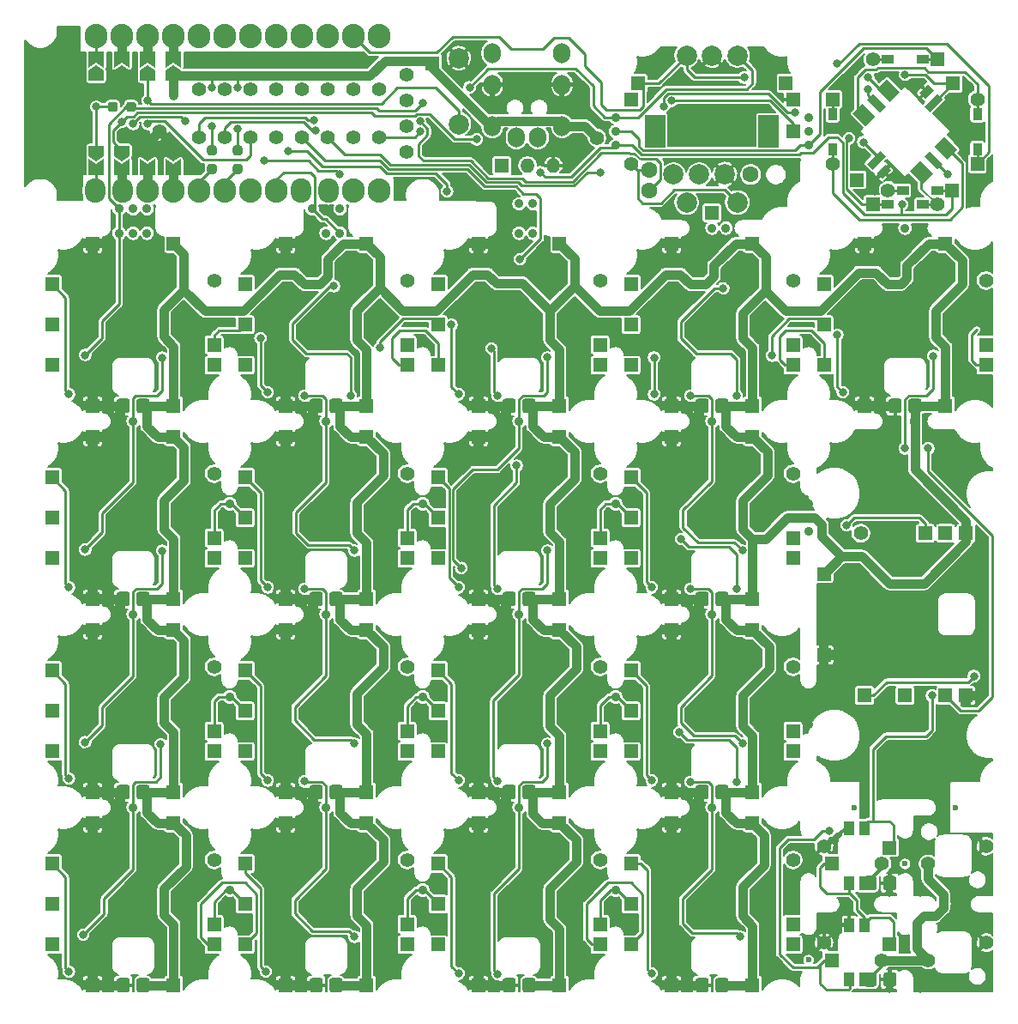
<source format=gtl>
%TF.GenerationSoftware,KiCad,Pcbnew,5.1.12-84ad8e8a86~92~ubuntu20.04.1*%
%TF.CreationDate,2021-11-14T16:01:40+01:00*%
%TF.ProjectId,Lergo,4c657267-6f2e-46b6-9963-61645f706362,v1.A*%
%TF.SameCoordinates,Original*%
%TF.FileFunction,Copper,L1,Top*%
%TF.FilePolarity,Positive*%
%FSLAX46Y46*%
G04 Gerber Fmt 4.6, Leading zero omitted, Abs format (unit mm)*
G04 Created by KiCad (PCBNEW 5.1.12-84ad8e8a86~92~ubuntu20.04.1) date 2021-11-14 16:01:40*
%MOMM*%
%LPD*%
G01*
G04 APERTURE LIST*
%TA.AperFunction,ComponentPad*%
%ADD10R,1.400000X1.400000*%
%TD*%
%TA.AperFunction,ComponentPad*%
%ADD11C,1.400000*%
%TD*%
%TA.AperFunction,ComponentPad*%
%ADD12C,3.000000*%
%TD*%
%TA.AperFunction,ComponentPad*%
%ADD13C,1.700000*%
%TD*%
%TA.AperFunction,ComponentPad*%
%ADD14C,4.000000*%
%TD*%
%TA.AperFunction,SMDPad,CuDef*%
%ADD15R,1.200000X0.950000*%
%TD*%
%TA.AperFunction,SMDPad,CuDef*%
%ADD16R,0.950000X1.200000*%
%TD*%
%TA.AperFunction,ComponentPad*%
%ADD17C,2.000000*%
%TD*%
%TA.AperFunction,ComponentPad*%
%ADD18R,2.000000X3.200000*%
%TD*%
%TA.AperFunction,ComponentPad*%
%ADD19O,2.250000X2.400000*%
%TD*%
%TA.AperFunction,ComponentPad*%
%ADD20C,1.850000*%
%TD*%
%TA.AperFunction,SMDPad,CuDef*%
%ADD21O,2.250000X2.400000*%
%TD*%
%TA.AperFunction,SMDPad,CuDef*%
%ADD22O,2.050000X2.400000*%
%TD*%
%TA.AperFunction,SMDPad,CuDef*%
%ADD23R,1.000000X1.400000*%
%TD*%
%TA.AperFunction,ComponentPad*%
%ADD24O,1.400000X1.400000*%
%TD*%
%TA.AperFunction,SMDPad,CuDef*%
%ADD25C,0.150000*%
%TD*%
%TA.AperFunction,ComponentPad*%
%ADD26C,1.600000*%
%TD*%
%TA.AperFunction,ComponentPad*%
%ADD27O,1.700000X2.000000*%
%TD*%
%TA.AperFunction,SMDPad,CuDef*%
%ADD28R,1.400000X1.400000*%
%TD*%
%TA.AperFunction,ComponentPad*%
%ADD29C,0.800000*%
%TD*%
%TA.AperFunction,ViaPad*%
%ADD30C,0.600000*%
%TD*%
%TA.AperFunction,ViaPad*%
%ADD31C,0.900000*%
%TD*%
%TA.AperFunction,ViaPad*%
%ADD32C,1.400000*%
%TD*%
%TA.AperFunction,ViaPad*%
%ADD33C,1.300000*%
%TD*%
%TA.AperFunction,ViaPad*%
%ADD34C,0.800000*%
%TD*%
%TA.AperFunction,Conductor*%
%ADD35C,0.250000*%
%TD*%
%TA.AperFunction,Conductor*%
%ADD36C,0.350000*%
%TD*%
%TA.AperFunction,Conductor*%
%ADD37C,0.900000*%
%TD*%
%TA.AperFunction,Conductor*%
%ADD38C,0.200000*%
%TD*%
%TA.AperFunction,Conductor*%
%ADD39C,0.500000*%
%TD*%
%TA.AperFunction,Conductor*%
%ADD40C,0.150000*%
%TD*%
G04 APERTURE END LIST*
D10*
X123793750Y-122300000D03*
D11*
X123443750Y-106300000D03*
D10*
X129793750Y-106300000D03*
D12*
X125253750Y-118110000D03*
D13*
X127793750Y-119380000D03*
X127793750Y-109220000D03*
D14*
X127793750Y-114300000D03*
D12*
X122713750Y-111760000D03*
D10*
X133793750Y-122300000D03*
X133793750Y-106300000D03*
X119793750Y-118300000D03*
X119793750Y-110300000D03*
X127793750Y-122300000D03*
X131793750Y-122300000D03*
X131793750Y-106300000D03*
X119793750Y-81725000D03*
%TA.AperFunction,SMDPad,CuDef*%
G36*
G01*
X129418750Y-93276900D02*
X129418750Y-94173100D01*
G75*
G02*
X129141850Y-94450000I-276900J0D01*
G01*
X128395650Y-94450000D01*
G75*
G02*
X128118750Y-94173100I0J276900D01*
G01*
X128118750Y-93276900D01*
G75*
G02*
X128395650Y-93000000I276900J0D01*
G01*
X129141850Y-93000000D01*
G75*
G02*
X129418750Y-93276900I0J-276900D01*
G01*
G37*
%TD.AperFunction*%
%TA.AperFunction,SMDPad,CuDef*%
G36*
G01*
X127468750Y-93276900D02*
X127468750Y-94173100D01*
G75*
G02*
X127191850Y-94450000I-276900J0D01*
G01*
X126445650Y-94450000D01*
G75*
G02*
X126168750Y-94173100I0J276900D01*
G01*
X126168750Y-93276900D01*
G75*
G02*
X126445650Y-93000000I276900J0D01*
G01*
X127191850Y-93000000D01*
G75*
G02*
X127468750Y-93276900I0J-276900D01*
G01*
G37*
%TD.AperFunction*%
D11*
X135793750Y-81375000D03*
D10*
X135793750Y-87725000D03*
D12*
X123983750Y-83185000D03*
D13*
X122713750Y-85725000D03*
X132873750Y-85725000D03*
D14*
X127793750Y-85725000D03*
D12*
X130333750Y-80645000D03*
D10*
X123793750Y-93725000D03*
X131793750Y-93725000D03*
X123793750Y-77725000D03*
X131793750Y-77725000D03*
X119793750Y-85725000D03*
X119793750Y-89725000D03*
X135793750Y-89725000D03*
X62643750Y-100775000D03*
%TA.AperFunction,SMDPad,CuDef*%
G36*
G01*
X72268750Y-112326900D02*
X72268750Y-113223100D01*
G75*
G02*
X71991850Y-113500000I-276900J0D01*
G01*
X71245650Y-113500000D01*
G75*
G02*
X70968750Y-113223100I0J276900D01*
G01*
X70968750Y-112326900D01*
G75*
G02*
X71245650Y-112050000I276900J0D01*
G01*
X71991850Y-112050000D01*
G75*
G02*
X72268750Y-112326900I0J-276900D01*
G01*
G37*
%TD.AperFunction*%
%TA.AperFunction,SMDPad,CuDef*%
G36*
G01*
X70318750Y-112326900D02*
X70318750Y-113223100D01*
G75*
G02*
X70041850Y-113500000I-276900J0D01*
G01*
X69295650Y-113500000D01*
G75*
G02*
X69018750Y-113223100I0J276900D01*
G01*
X69018750Y-112326900D01*
G75*
G02*
X69295650Y-112050000I276900J0D01*
G01*
X70041850Y-112050000D01*
G75*
G02*
X70318750Y-112326900I0J-276900D01*
G01*
G37*
%TD.AperFunction*%
D11*
X78643750Y-100425000D03*
D10*
X78643750Y-106775000D03*
D12*
X66833750Y-102235000D03*
D13*
X65563750Y-104775000D03*
X75723750Y-104775000D03*
D14*
X70643750Y-104775000D03*
D12*
X73183750Y-99695000D03*
D10*
X66643750Y-112775000D03*
X74643750Y-112775000D03*
X66643750Y-96775000D03*
X74643750Y-96775000D03*
X62643750Y-104775000D03*
X62643750Y-108775000D03*
X78643750Y-108775000D03*
X62643750Y-81725000D03*
%TA.AperFunction,SMDPad,CuDef*%
G36*
G01*
X72268750Y-93276900D02*
X72268750Y-94173100D01*
G75*
G02*
X71991850Y-94450000I-276900J0D01*
G01*
X71245650Y-94450000D01*
G75*
G02*
X70968750Y-94173100I0J276900D01*
G01*
X70968750Y-93276900D01*
G75*
G02*
X71245650Y-93000000I276900J0D01*
G01*
X71991850Y-93000000D01*
G75*
G02*
X72268750Y-93276900I0J-276900D01*
G01*
G37*
%TD.AperFunction*%
%TA.AperFunction,SMDPad,CuDef*%
G36*
G01*
X70318750Y-93276900D02*
X70318750Y-94173100D01*
G75*
G02*
X70041850Y-94450000I-276900J0D01*
G01*
X69295650Y-94450000D01*
G75*
G02*
X69018750Y-94173100I0J276900D01*
G01*
X69018750Y-93276900D01*
G75*
G02*
X69295650Y-93000000I276900J0D01*
G01*
X70041850Y-93000000D01*
G75*
G02*
X70318750Y-93276900I0J-276900D01*
G01*
G37*
%TD.AperFunction*%
D11*
X78643750Y-81375000D03*
D10*
X78643750Y-87725000D03*
D12*
X66833750Y-83185000D03*
D13*
X65563750Y-85725000D03*
X75723750Y-85725000D03*
D14*
X70643750Y-85725000D03*
D12*
X73183750Y-80645000D03*
D10*
X66643750Y-93725000D03*
X74643750Y-93725000D03*
X66643750Y-77725000D03*
X74643750Y-77725000D03*
X62643750Y-85725000D03*
X62643750Y-89725000D03*
X78643750Y-89725000D03*
X62643750Y-119825000D03*
%TA.AperFunction,SMDPad,CuDef*%
G36*
G01*
X72268750Y-131376900D02*
X72268750Y-132273100D01*
G75*
G02*
X71991850Y-132550000I-276900J0D01*
G01*
X71245650Y-132550000D01*
G75*
G02*
X70968750Y-132273100I0J276900D01*
G01*
X70968750Y-131376900D01*
G75*
G02*
X71245650Y-131100000I276900J0D01*
G01*
X71991850Y-131100000D01*
G75*
G02*
X72268750Y-131376900I0J-276900D01*
G01*
G37*
%TD.AperFunction*%
%TA.AperFunction,SMDPad,CuDef*%
G36*
G01*
X70318750Y-131376900D02*
X70318750Y-132273100D01*
G75*
G02*
X70041850Y-132550000I-276900J0D01*
G01*
X69295650Y-132550000D01*
G75*
G02*
X69018750Y-132273100I0J276900D01*
G01*
X69018750Y-131376900D01*
G75*
G02*
X69295650Y-131100000I276900J0D01*
G01*
X70041850Y-131100000D01*
G75*
G02*
X70318750Y-131376900I0J-276900D01*
G01*
G37*
%TD.AperFunction*%
D11*
X78643750Y-119475000D03*
D10*
X78643750Y-125825000D03*
D12*
X66833750Y-121285000D03*
D13*
X65563750Y-123825000D03*
X75723750Y-123825000D03*
D14*
X70643750Y-123825000D03*
D12*
X73183750Y-118745000D03*
D10*
X66643750Y-131825000D03*
X74643750Y-131825000D03*
X66643750Y-115825000D03*
X74643750Y-115825000D03*
X62643750Y-123825000D03*
X62643750Y-127825000D03*
X78643750Y-127825000D03*
X62643750Y-138875000D03*
%TA.AperFunction,SMDPad,CuDef*%
G36*
G01*
X72268750Y-150426900D02*
X72268750Y-151323100D01*
G75*
G02*
X71991850Y-151600000I-276900J0D01*
G01*
X71245650Y-151600000D01*
G75*
G02*
X70968750Y-151323100I0J276900D01*
G01*
X70968750Y-150426900D01*
G75*
G02*
X71245650Y-150150000I276900J0D01*
G01*
X71991850Y-150150000D01*
G75*
G02*
X72268750Y-150426900I0J-276900D01*
G01*
G37*
%TD.AperFunction*%
%TA.AperFunction,SMDPad,CuDef*%
G36*
G01*
X70318750Y-150426900D02*
X70318750Y-151323100D01*
G75*
G02*
X70041850Y-151600000I-276900J0D01*
G01*
X69295650Y-151600000D01*
G75*
G02*
X69018750Y-151323100I0J276900D01*
G01*
X69018750Y-150426900D01*
G75*
G02*
X69295650Y-150150000I276900J0D01*
G01*
X70041850Y-150150000D01*
G75*
G02*
X70318750Y-150426900I0J-276900D01*
G01*
G37*
%TD.AperFunction*%
D11*
X78643750Y-138525000D03*
D10*
X78643750Y-144875000D03*
D12*
X66833750Y-140335000D03*
D13*
X65563750Y-142875000D03*
X75723750Y-142875000D03*
D14*
X70643750Y-142875000D03*
D12*
X73183750Y-137795000D03*
D10*
X66643750Y-150875000D03*
X74643750Y-150875000D03*
X66643750Y-134875000D03*
X74643750Y-134875000D03*
X62643750Y-142875000D03*
X62643750Y-146875000D03*
X78643750Y-146875000D03*
X81693750Y-100775000D03*
%TA.AperFunction,SMDPad,CuDef*%
G36*
G01*
X91318750Y-112326900D02*
X91318750Y-113223100D01*
G75*
G02*
X91041850Y-113500000I-276900J0D01*
G01*
X90295650Y-113500000D01*
G75*
G02*
X90018750Y-113223100I0J276900D01*
G01*
X90018750Y-112326900D01*
G75*
G02*
X90295650Y-112050000I276900J0D01*
G01*
X91041850Y-112050000D01*
G75*
G02*
X91318750Y-112326900I0J-276900D01*
G01*
G37*
%TD.AperFunction*%
%TA.AperFunction,SMDPad,CuDef*%
G36*
G01*
X89368750Y-112326900D02*
X89368750Y-113223100D01*
G75*
G02*
X89091850Y-113500000I-276900J0D01*
G01*
X88345650Y-113500000D01*
G75*
G02*
X88068750Y-113223100I0J276900D01*
G01*
X88068750Y-112326900D01*
G75*
G02*
X88345650Y-112050000I276900J0D01*
G01*
X89091850Y-112050000D01*
G75*
G02*
X89368750Y-112326900I0J-276900D01*
G01*
G37*
%TD.AperFunction*%
D11*
X97693750Y-100425000D03*
D10*
X97693750Y-106775000D03*
D12*
X85883750Y-102235000D03*
D13*
X84613750Y-104775000D03*
X94773750Y-104775000D03*
D14*
X89693750Y-104775000D03*
D12*
X92233750Y-99695000D03*
D10*
X85693750Y-112775000D03*
X93693750Y-112775000D03*
X85693750Y-96775000D03*
X93693750Y-96775000D03*
X81693750Y-104775000D03*
X81693750Y-108775000D03*
X97693750Y-108775000D03*
X81693750Y-119825000D03*
%TA.AperFunction,SMDPad,CuDef*%
G36*
G01*
X91318750Y-131376900D02*
X91318750Y-132273100D01*
G75*
G02*
X91041850Y-132550000I-276900J0D01*
G01*
X90295650Y-132550000D01*
G75*
G02*
X90018750Y-132273100I0J276900D01*
G01*
X90018750Y-131376900D01*
G75*
G02*
X90295650Y-131100000I276900J0D01*
G01*
X91041850Y-131100000D01*
G75*
G02*
X91318750Y-131376900I0J-276900D01*
G01*
G37*
%TD.AperFunction*%
%TA.AperFunction,SMDPad,CuDef*%
G36*
G01*
X89368750Y-131376900D02*
X89368750Y-132273100D01*
G75*
G02*
X89091850Y-132550000I-276900J0D01*
G01*
X88345650Y-132550000D01*
G75*
G02*
X88068750Y-132273100I0J276900D01*
G01*
X88068750Y-131376900D01*
G75*
G02*
X88345650Y-131100000I276900J0D01*
G01*
X89091850Y-131100000D01*
G75*
G02*
X89368750Y-131376900I0J-276900D01*
G01*
G37*
%TD.AperFunction*%
D11*
X97693750Y-119475000D03*
D10*
X97693750Y-125825000D03*
D12*
X85883750Y-121285000D03*
D13*
X84613750Y-123825000D03*
X94773750Y-123825000D03*
D14*
X89693750Y-123825000D03*
D12*
X92233750Y-118745000D03*
D10*
X85693750Y-131825000D03*
X93693750Y-131825000D03*
X85693750Y-115825000D03*
X93693750Y-115825000D03*
X81693750Y-123825000D03*
X81693750Y-127825000D03*
X97693750Y-127825000D03*
X81693750Y-138875000D03*
%TA.AperFunction,SMDPad,CuDef*%
G36*
G01*
X91318750Y-150426900D02*
X91318750Y-151323100D01*
G75*
G02*
X91041850Y-151600000I-276900J0D01*
G01*
X90295650Y-151600000D01*
G75*
G02*
X90018750Y-151323100I0J276900D01*
G01*
X90018750Y-150426900D01*
G75*
G02*
X90295650Y-150150000I276900J0D01*
G01*
X91041850Y-150150000D01*
G75*
G02*
X91318750Y-150426900I0J-276900D01*
G01*
G37*
%TD.AperFunction*%
%TA.AperFunction,SMDPad,CuDef*%
G36*
G01*
X89368750Y-150426900D02*
X89368750Y-151323100D01*
G75*
G02*
X89091850Y-151600000I-276900J0D01*
G01*
X88345650Y-151600000D01*
G75*
G02*
X88068750Y-151323100I0J276900D01*
G01*
X88068750Y-150426900D01*
G75*
G02*
X88345650Y-150150000I276900J0D01*
G01*
X89091850Y-150150000D01*
G75*
G02*
X89368750Y-150426900I0J-276900D01*
G01*
G37*
%TD.AperFunction*%
D11*
X97693750Y-138525000D03*
D10*
X97693750Y-144875000D03*
D12*
X85883750Y-140335000D03*
D13*
X84613750Y-142875000D03*
X94773750Y-142875000D03*
D14*
X89693750Y-142875000D03*
D12*
X92233750Y-137795000D03*
D10*
X85693750Y-150875000D03*
X93693750Y-150875000D03*
X85693750Y-134875000D03*
X93693750Y-134875000D03*
X81693750Y-142875000D03*
X81693750Y-146875000D03*
X97693750Y-146875000D03*
X100743750Y-100775000D03*
%TA.AperFunction,SMDPad,CuDef*%
G36*
G01*
X110368750Y-112326900D02*
X110368750Y-113223100D01*
G75*
G02*
X110091850Y-113500000I-276900J0D01*
G01*
X109345650Y-113500000D01*
G75*
G02*
X109068750Y-113223100I0J276900D01*
G01*
X109068750Y-112326900D01*
G75*
G02*
X109345650Y-112050000I276900J0D01*
G01*
X110091850Y-112050000D01*
G75*
G02*
X110368750Y-112326900I0J-276900D01*
G01*
G37*
%TD.AperFunction*%
%TA.AperFunction,SMDPad,CuDef*%
G36*
G01*
X108418750Y-112326900D02*
X108418750Y-113223100D01*
G75*
G02*
X108141850Y-113500000I-276900J0D01*
G01*
X107395650Y-113500000D01*
G75*
G02*
X107118750Y-113223100I0J276900D01*
G01*
X107118750Y-112326900D01*
G75*
G02*
X107395650Y-112050000I276900J0D01*
G01*
X108141850Y-112050000D01*
G75*
G02*
X108418750Y-112326900I0J-276900D01*
G01*
G37*
%TD.AperFunction*%
D11*
X116743750Y-100425000D03*
D10*
X116743750Y-106775000D03*
D12*
X104933750Y-102235000D03*
D13*
X103663750Y-104775000D03*
X113823750Y-104775000D03*
D14*
X108743750Y-104775000D03*
D12*
X111283750Y-99695000D03*
D10*
X104743750Y-112775000D03*
X112743750Y-112775000D03*
X104743750Y-96775000D03*
X112743750Y-96775000D03*
X100743750Y-104775000D03*
X100743750Y-108775000D03*
X116743750Y-108775000D03*
X100743750Y-138875000D03*
%TA.AperFunction,SMDPad,CuDef*%
G36*
G01*
X110368750Y-150426900D02*
X110368750Y-151323100D01*
G75*
G02*
X110091850Y-151600000I-276900J0D01*
G01*
X109345650Y-151600000D01*
G75*
G02*
X109068750Y-151323100I0J276900D01*
G01*
X109068750Y-150426900D01*
G75*
G02*
X109345650Y-150150000I276900J0D01*
G01*
X110091850Y-150150000D01*
G75*
G02*
X110368750Y-150426900I0J-276900D01*
G01*
G37*
%TD.AperFunction*%
%TA.AperFunction,SMDPad,CuDef*%
G36*
G01*
X108418750Y-150426900D02*
X108418750Y-151323100D01*
G75*
G02*
X108141850Y-151600000I-276900J0D01*
G01*
X107395650Y-151600000D01*
G75*
G02*
X107118750Y-151323100I0J276900D01*
G01*
X107118750Y-150426900D01*
G75*
G02*
X107395650Y-150150000I276900J0D01*
G01*
X108141850Y-150150000D01*
G75*
G02*
X108418750Y-150426900I0J-276900D01*
G01*
G37*
%TD.AperFunction*%
D11*
X116743750Y-138525000D03*
D10*
X116743750Y-144875000D03*
D12*
X104933750Y-140335000D03*
D13*
X103663750Y-142875000D03*
X113823750Y-142875000D03*
D14*
X108743750Y-142875000D03*
D12*
X111283750Y-137795000D03*
D10*
X104743750Y-150875000D03*
X112743750Y-150875000D03*
X104743750Y-134875000D03*
X112743750Y-134875000D03*
X100743750Y-142875000D03*
X100743750Y-146875000D03*
X116743750Y-146875000D03*
X81693750Y-81725000D03*
%TA.AperFunction,SMDPad,CuDef*%
G36*
G01*
X91318750Y-93276900D02*
X91318750Y-94173100D01*
G75*
G02*
X91041850Y-94450000I-276900J0D01*
G01*
X90295650Y-94450000D01*
G75*
G02*
X90018750Y-94173100I0J276900D01*
G01*
X90018750Y-93276900D01*
G75*
G02*
X90295650Y-93000000I276900J0D01*
G01*
X91041850Y-93000000D01*
G75*
G02*
X91318750Y-93276900I0J-276900D01*
G01*
G37*
%TD.AperFunction*%
%TA.AperFunction,SMDPad,CuDef*%
G36*
G01*
X89368750Y-93276900D02*
X89368750Y-94173100D01*
G75*
G02*
X89091850Y-94450000I-276900J0D01*
G01*
X88345650Y-94450000D01*
G75*
G02*
X88068750Y-94173100I0J276900D01*
G01*
X88068750Y-93276900D01*
G75*
G02*
X88345650Y-93000000I276900J0D01*
G01*
X89091850Y-93000000D01*
G75*
G02*
X89368750Y-93276900I0J-276900D01*
G01*
G37*
%TD.AperFunction*%
D11*
X97693750Y-81375000D03*
D10*
X97693750Y-87725000D03*
D12*
X85883750Y-83185000D03*
D13*
X84613750Y-85725000D03*
X94773750Y-85725000D03*
D14*
X89693750Y-85725000D03*
D12*
X92233750Y-80645000D03*
D10*
X85693750Y-93725000D03*
X93693750Y-93725000D03*
X85693750Y-77725000D03*
X93693750Y-77725000D03*
X81693750Y-85725000D03*
X81693750Y-89725000D03*
X97693750Y-89725000D03*
X43593750Y-81725000D03*
%TA.AperFunction,SMDPad,CuDef*%
G36*
G01*
X53218750Y-93276900D02*
X53218750Y-94173100D01*
G75*
G02*
X52941850Y-94450000I-276900J0D01*
G01*
X52195650Y-94450000D01*
G75*
G02*
X51918750Y-94173100I0J276900D01*
G01*
X51918750Y-93276900D01*
G75*
G02*
X52195650Y-93000000I276900J0D01*
G01*
X52941850Y-93000000D01*
G75*
G02*
X53218750Y-93276900I0J-276900D01*
G01*
G37*
%TD.AperFunction*%
%TA.AperFunction,SMDPad,CuDef*%
G36*
G01*
X51268750Y-93276900D02*
X51268750Y-94173100D01*
G75*
G02*
X50991850Y-94450000I-276900J0D01*
G01*
X50245650Y-94450000D01*
G75*
G02*
X49968750Y-94173100I0J276900D01*
G01*
X49968750Y-93276900D01*
G75*
G02*
X50245650Y-93000000I276900J0D01*
G01*
X50991850Y-93000000D01*
G75*
G02*
X51268750Y-93276900I0J-276900D01*
G01*
G37*
%TD.AperFunction*%
D11*
X59593750Y-81375000D03*
D10*
X59593750Y-87725000D03*
D12*
X47783750Y-83185000D03*
D13*
X46513750Y-85725000D03*
X56673750Y-85725000D03*
D14*
X51593750Y-85725000D03*
D12*
X54133750Y-80645000D03*
D10*
X47593750Y-93725000D03*
X55593750Y-93725000D03*
X47593750Y-77725000D03*
X55593750Y-77725000D03*
X43593750Y-85725000D03*
X43593750Y-89725000D03*
X59593750Y-89725000D03*
X43593750Y-100775000D03*
%TA.AperFunction,SMDPad,CuDef*%
G36*
G01*
X53218750Y-112326900D02*
X53218750Y-113223100D01*
G75*
G02*
X52941850Y-113500000I-276900J0D01*
G01*
X52195650Y-113500000D01*
G75*
G02*
X51918750Y-113223100I0J276900D01*
G01*
X51918750Y-112326900D01*
G75*
G02*
X52195650Y-112050000I276900J0D01*
G01*
X52941850Y-112050000D01*
G75*
G02*
X53218750Y-112326900I0J-276900D01*
G01*
G37*
%TD.AperFunction*%
%TA.AperFunction,SMDPad,CuDef*%
G36*
G01*
X51268750Y-112326900D02*
X51268750Y-113223100D01*
G75*
G02*
X50991850Y-113500000I-276900J0D01*
G01*
X50245650Y-113500000D01*
G75*
G02*
X49968750Y-113223100I0J276900D01*
G01*
X49968750Y-112326900D01*
G75*
G02*
X50245650Y-112050000I276900J0D01*
G01*
X50991850Y-112050000D01*
G75*
G02*
X51268750Y-112326900I0J-276900D01*
G01*
G37*
%TD.AperFunction*%
D11*
X59593750Y-100425000D03*
D10*
X59593750Y-106775000D03*
D12*
X47783750Y-102235000D03*
D13*
X46513750Y-104775000D03*
X56673750Y-104775000D03*
D14*
X51593750Y-104775000D03*
D12*
X54133750Y-99695000D03*
D10*
X47593750Y-112775000D03*
X55593750Y-112775000D03*
X47593750Y-96775000D03*
X55593750Y-96775000D03*
X43593750Y-104775000D03*
X43593750Y-108775000D03*
X59593750Y-108775000D03*
X43593750Y-119825000D03*
%TA.AperFunction,SMDPad,CuDef*%
G36*
G01*
X53218750Y-131376900D02*
X53218750Y-132273100D01*
G75*
G02*
X52941850Y-132550000I-276900J0D01*
G01*
X52195650Y-132550000D01*
G75*
G02*
X51918750Y-132273100I0J276900D01*
G01*
X51918750Y-131376900D01*
G75*
G02*
X52195650Y-131100000I276900J0D01*
G01*
X52941850Y-131100000D01*
G75*
G02*
X53218750Y-131376900I0J-276900D01*
G01*
G37*
%TD.AperFunction*%
%TA.AperFunction,SMDPad,CuDef*%
G36*
G01*
X51268750Y-131376900D02*
X51268750Y-132273100D01*
G75*
G02*
X50991850Y-132550000I-276900J0D01*
G01*
X50245650Y-132550000D01*
G75*
G02*
X49968750Y-132273100I0J276900D01*
G01*
X49968750Y-131376900D01*
G75*
G02*
X50245650Y-131100000I276900J0D01*
G01*
X50991850Y-131100000D01*
G75*
G02*
X51268750Y-131376900I0J-276900D01*
G01*
G37*
%TD.AperFunction*%
D11*
X59593750Y-119475000D03*
D10*
X59593750Y-125825000D03*
D12*
X47783750Y-121285000D03*
D13*
X46513750Y-123825000D03*
X56673750Y-123825000D03*
D14*
X51593750Y-123825000D03*
D12*
X54133750Y-118745000D03*
D10*
X47593750Y-131825000D03*
X55593750Y-131825000D03*
X47593750Y-115825000D03*
X55593750Y-115825000D03*
X43593750Y-123825000D03*
X43593750Y-127825000D03*
X59593750Y-127825000D03*
X43593750Y-138875000D03*
%TA.AperFunction,SMDPad,CuDef*%
G36*
G01*
X53218750Y-150426900D02*
X53218750Y-151323100D01*
G75*
G02*
X52941850Y-151600000I-276900J0D01*
G01*
X52195650Y-151600000D01*
G75*
G02*
X51918750Y-151323100I0J276900D01*
G01*
X51918750Y-150426900D01*
G75*
G02*
X52195650Y-150150000I276900J0D01*
G01*
X52941850Y-150150000D01*
G75*
G02*
X53218750Y-150426900I0J-276900D01*
G01*
G37*
%TD.AperFunction*%
%TA.AperFunction,SMDPad,CuDef*%
G36*
G01*
X51268750Y-150426900D02*
X51268750Y-151323100D01*
G75*
G02*
X50991850Y-151600000I-276900J0D01*
G01*
X50245650Y-151600000D01*
G75*
G02*
X49968750Y-151323100I0J276900D01*
G01*
X49968750Y-150426900D01*
G75*
G02*
X50245650Y-150150000I276900J0D01*
G01*
X50991850Y-150150000D01*
G75*
G02*
X51268750Y-150426900I0J-276900D01*
G01*
G37*
%TD.AperFunction*%
D11*
X59593750Y-138525000D03*
D10*
X59593750Y-144875000D03*
D12*
X47783750Y-140335000D03*
D13*
X46513750Y-142875000D03*
X56673750Y-142875000D03*
D14*
X51593750Y-142875000D03*
D12*
X54133750Y-137795000D03*
D10*
X47593750Y-150875000D03*
X55593750Y-150875000D03*
X47593750Y-134875000D03*
X55593750Y-134875000D03*
X43593750Y-142875000D03*
X43593750Y-146875000D03*
X59593750Y-146875000D03*
X100743750Y-81725000D03*
%TA.AperFunction,SMDPad,CuDef*%
G36*
G01*
X110368750Y-93276900D02*
X110368750Y-94173100D01*
G75*
G02*
X110091850Y-94450000I-276900J0D01*
G01*
X109345650Y-94450000D01*
G75*
G02*
X109068750Y-94173100I0J276900D01*
G01*
X109068750Y-93276900D01*
G75*
G02*
X109345650Y-93000000I276900J0D01*
G01*
X110091850Y-93000000D01*
G75*
G02*
X110368750Y-93276900I0J-276900D01*
G01*
G37*
%TD.AperFunction*%
%TA.AperFunction,SMDPad,CuDef*%
G36*
G01*
X108418750Y-93276900D02*
X108418750Y-94173100D01*
G75*
G02*
X108141850Y-94450000I-276900J0D01*
G01*
X107395650Y-94450000D01*
G75*
G02*
X107118750Y-94173100I0J276900D01*
G01*
X107118750Y-93276900D01*
G75*
G02*
X107395650Y-93000000I276900J0D01*
G01*
X108141850Y-93000000D01*
G75*
G02*
X108418750Y-93276900I0J-276900D01*
G01*
G37*
%TD.AperFunction*%
D11*
X116743750Y-81375000D03*
D10*
X116743750Y-87725000D03*
D12*
X104933750Y-83185000D03*
D13*
X103663750Y-85725000D03*
X113823750Y-85725000D03*
D14*
X108743750Y-85725000D03*
D12*
X111283750Y-80645000D03*
D10*
X104743750Y-93725000D03*
X112743750Y-93725000D03*
X104743750Y-77725000D03*
X112743750Y-77725000D03*
X100743750Y-85725000D03*
X100743750Y-89725000D03*
X116743750Y-89725000D03*
X100743750Y-119825000D03*
%TA.AperFunction,SMDPad,CuDef*%
G36*
G01*
X110368750Y-131376900D02*
X110368750Y-132273100D01*
G75*
G02*
X110091850Y-132550000I-276900J0D01*
G01*
X109345650Y-132550000D01*
G75*
G02*
X109068750Y-132273100I0J276900D01*
G01*
X109068750Y-131376900D01*
G75*
G02*
X109345650Y-131100000I276900J0D01*
G01*
X110091850Y-131100000D01*
G75*
G02*
X110368750Y-131376900I0J-276900D01*
G01*
G37*
%TD.AperFunction*%
%TA.AperFunction,SMDPad,CuDef*%
G36*
G01*
X108418750Y-131376900D02*
X108418750Y-132273100D01*
G75*
G02*
X108141850Y-132550000I-276900J0D01*
G01*
X107395650Y-132550000D01*
G75*
G02*
X107118750Y-132273100I0J276900D01*
G01*
X107118750Y-131376900D01*
G75*
G02*
X107395650Y-131100000I276900J0D01*
G01*
X108141850Y-131100000D01*
G75*
G02*
X108418750Y-131376900I0J-276900D01*
G01*
G37*
%TD.AperFunction*%
D11*
X116743750Y-119475000D03*
D10*
X116743750Y-125825000D03*
D12*
X104933750Y-121285000D03*
D13*
X103663750Y-123825000D03*
X113823750Y-123825000D03*
D14*
X108743750Y-123825000D03*
D12*
X111283750Y-118745000D03*
D10*
X104743750Y-131825000D03*
X112743750Y-131825000D03*
X104743750Y-115825000D03*
X112743750Y-115825000D03*
X100743750Y-123825000D03*
X100743750Y-127825000D03*
X116743750Y-127825000D03*
D15*
X129518750Y-59531250D03*
X126068750Y-59531250D03*
D10*
X130968750Y-59531250D03*
D11*
X124618750Y-59531250D03*
D16*
X134937500Y-68400000D03*
X134937500Y-64950000D03*
D10*
X134937500Y-69850000D03*
D11*
X134937500Y-63500000D03*
D16*
X120650000Y-64950000D03*
X120650000Y-68400000D03*
D10*
X120650000Y-63500000D03*
D11*
X120650000Y-69850000D03*
D15*
X131018750Y-72475000D03*
X127568750Y-72475000D03*
D10*
X132468750Y-72475000D03*
D11*
X126118750Y-72475000D03*
D15*
X126068750Y-73875000D03*
X129518750Y-73875000D03*
D10*
X124618750Y-73875000D03*
D11*
X130968750Y-73875000D03*
D10*
X100742750Y-63500000D03*
D11*
X100742750Y-69850000D03*
D10*
X101443750Y-61912500D03*
X116040750Y-61912500D03*
X123031250Y-71437500D03*
X132556250Y-61912500D03*
X116744750Y-66675000D03*
X116743750Y-63500000D03*
X108743750Y-74676000D03*
D17*
X106243750Y-73675000D03*
X111243750Y-73675000D03*
D18*
X103143750Y-66675000D03*
X114343750Y-66675000D03*
D17*
X106243750Y-59175000D03*
X108743750Y-59175000D03*
X111243750Y-59175000D03*
D19*
X65722500Y-72495000D03*
X63182500Y-72495000D03*
D20*
X73342500Y-72495000D03*
D21*
X73342500Y-72495000D03*
D22*
X70902500Y-72495000D03*
X68162500Y-72495000D03*
D20*
X70802500Y-72495000D03*
X68262500Y-72495000D03*
D19*
X58102500Y-72495000D03*
D22*
X47842500Y-72495000D03*
D20*
X47942500Y-72495000D03*
X50482500Y-72495000D03*
X53022500Y-72495000D03*
D22*
X50582500Y-72495000D03*
D21*
X53022500Y-72495000D03*
D19*
X75882500Y-72495000D03*
D20*
X55562500Y-72495000D03*
D19*
X47942500Y-57255000D03*
X50482500Y-57255000D03*
X53022500Y-57255000D03*
X55562500Y-57255000D03*
X58102500Y-57255000D03*
X60642500Y-57255000D03*
X63182500Y-57255000D03*
X65722500Y-57255000D03*
X68262500Y-57255000D03*
X70802500Y-57255000D03*
X73342500Y-57255000D03*
X75882500Y-57255000D03*
X60612500Y-72495000D03*
D21*
X55562500Y-72495000D03*
D23*
X123781250Y-140812500D03*
X122281250Y-135412500D03*
X123781250Y-135412500D03*
X122281250Y-140812500D03*
X123781250Y-150337500D03*
X122281250Y-144937500D03*
X123781250Y-144937500D03*
X122281250Y-150337500D03*
D10*
X87987188Y-70034375D03*
D24*
X90527188Y-70034375D03*
X93067188Y-70034375D03*
D11*
X58102501Y-67256250D03*
X60642501Y-67256250D03*
X63182501Y-67256250D03*
X65722501Y-67256250D03*
X68262501Y-67256250D03*
X70802501Y-67256250D03*
X73342501Y-67256250D03*
X75882501Y-67256250D03*
X58102501Y-62493750D03*
X60642501Y-62493750D03*
X63182501Y-62493750D03*
X65722501Y-62493750D03*
X68262501Y-62493750D03*
X70802501Y-62493750D03*
X73342501Y-62493750D03*
X75882501Y-62493750D03*
%TA.AperFunction,SMDPad,CuDef*%
D25*
G36*
X130622177Y-62573781D02*
G01*
X129773649Y-63422309D01*
X129207963Y-62856623D01*
X130056491Y-62008095D01*
X130622177Y-62573781D01*
G37*
%TD.AperFunction*%
%TA.AperFunction,SMDPad,CuDef*%
G36*
X126379537Y-70493377D02*
G01*
X125531009Y-71341905D01*
X124965323Y-70776219D01*
X125813851Y-69927691D01*
X126379537Y-70493377D01*
G37*
%TD.AperFunction*%
%TA.AperFunction,SMDPad,CuDef*%
G36*
X131541416Y-63493020D02*
G01*
X130268624Y-64765812D01*
X129702938Y-64200126D01*
X130975730Y-62927334D01*
X131541416Y-63493020D01*
G37*
%TD.AperFunction*%
%TA.AperFunction,SMDPad,CuDef*%
G36*
X125884562Y-69149874D02*
G01*
X124611770Y-70422666D01*
X124046084Y-69856980D01*
X125318876Y-68584188D01*
X125884562Y-69149874D01*
G37*
%TD.AperFunction*%
%TA.AperFunction,SMDPad,CuDef*%
G36*
X124611770Y-62927334D02*
G01*
X125884562Y-64200126D01*
X125318876Y-64765812D01*
X124046084Y-63493020D01*
X124611770Y-62927334D01*
G37*
%TD.AperFunction*%
%TA.AperFunction,SMDPad,CuDef*%
G36*
X130268624Y-68584188D02*
G01*
X131541416Y-69856980D01*
X130975730Y-70422666D01*
X129702938Y-69149874D01*
X130268624Y-68584188D01*
G37*
%TD.AperFunction*%
%TA.AperFunction,SMDPad,CuDef*%
G36*
X126025983Y-61513120D02*
G01*
X127298775Y-62785912D01*
X126308825Y-63775862D01*
X125036033Y-62503070D01*
X126025983Y-61513120D01*
G37*
%TD.AperFunction*%
%TA.AperFunction,SMDPad,CuDef*%
G36*
X123621820Y-63917283D02*
G01*
X124894612Y-65190075D01*
X123904662Y-66180025D01*
X122631870Y-64907233D01*
X123621820Y-63917283D01*
G37*
%TD.AperFunction*%
%TA.AperFunction,SMDPad,CuDef*%
G36*
X131682838Y-67169975D02*
G01*
X132955630Y-68442767D01*
X131965680Y-69432717D01*
X130692888Y-68159925D01*
X131682838Y-67169975D01*
G37*
%TD.AperFunction*%
%TA.AperFunction,SMDPad,CuDef*%
G36*
X129278675Y-69574138D02*
G01*
X130551467Y-70846930D01*
X129561517Y-71836880D01*
X128288725Y-70564088D01*
X129278675Y-69574138D01*
G37*
%TD.AperFunction*%
D26*
X102543750Y-72475000D03*
X102543750Y-70475000D03*
D17*
X104933750Y-70925000D03*
X107473750Y-70925000D03*
X110013750Y-70875000D03*
D26*
X112553750Y-70925000D03*
D11*
X78581448Y-68685168D03*
X78581448Y-66145168D03*
X78581448Y-63605168D03*
X78581448Y-61065168D03*
%TA.AperFunction,SMDPad,CuDef*%
G36*
G01*
X62150000Y-69022000D02*
X61675000Y-69022000D01*
G75*
G02*
X61437500Y-68784500I0J237500D01*
G01*
X61437500Y-68284500D01*
G75*
G02*
X61675000Y-68047000I237500J0D01*
G01*
X62150000Y-68047000D01*
G75*
G02*
X62387500Y-68284500I0J-237500D01*
G01*
X62387500Y-68784500D01*
G75*
G02*
X62150000Y-69022000I-237500J0D01*
G01*
G37*
%TD.AperFunction*%
%TA.AperFunction,SMDPad,CuDef*%
G36*
G01*
X62150000Y-70847000D02*
X61675000Y-70847000D01*
G75*
G02*
X61437500Y-70609500I0J237500D01*
G01*
X61437500Y-70109500D01*
G75*
G02*
X61675000Y-69872000I237500J0D01*
G01*
X62150000Y-69872000D01*
G75*
G02*
X62387500Y-70109500I0J-237500D01*
G01*
X62387500Y-70609500D01*
G75*
G02*
X62150000Y-70847000I-237500J0D01*
G01*
G37*
%TD.AperFunction*%
%TA.AperFunction,SMDPad,CuDef*%
G36*
G01*
X59610000Y-69022000D02*
X59135000Y-69022000D01*
G75*
G02*
X58897500Y-68784500I0J237500D01*
G01*
X58897500Y-68284500D01*
G75*
G02*
X59135000Y-68047000I237500J0D01*
G01*
X59610000Y-68047000D01*
G75*
G02*
X59847500Y-68284500I0J-237500D01*
G01*
X59847500Y-68784500D01*
G75*
G02*
X59610000Y-69022000I-237500J0D01*
G01*
G37*
%TD.AperFunction*%
%TA.AperFunction,SMDPad,CuDef*%
G36*
G01*
X59610000Y-70847000D02*
X59135000Y-70847000D01*
G75*
G02*
X58897500Y-70609500I0J237500D01*
G01*
X58897500Y-70109500D01*
G75*
G02*
X59135000Y-69872000I237500J0D01*
G01*
X59610000Y-69872000D01*
G75*
G02*
X59847500Y-70109500I0J-237500D01*
G01*
X59847500Y-70609500D01*
G75*
G02*
X59610000Y-70847000I-237500J0D01*
G01*
G37*
%TD.AperFunction*%
D27*
X89428125Y-67246875D03*
X93928125Y-66146875D03*
X93928125Y-62046875D03*
X93928125Y-58946875D03*
X91546875Y-67246875D03*
X87046875Y-66146875D03*
X87046875Y-62046875D03*
X87046875Y-58946875D03*
D17*
X83740625Y-65942350D03*
X83740625Y-59442350D03*
D28*
X81153125Y-59937875D03*
D11*
X54165500Y-66653000D03*
X119792750Y-137160000D03*
X125507750Y-138912500D03*
X119792750Y-146685000D03*
X125507750Y-148412500D03*
X135794750Y-146685000D03*
X130079750Y-148399500D03*
X135794750Y-137160000D03*
X130081250Y-138912500D03*
D28*
X126269750Y-146812500D03*
X120554750Y-148399500D03*
X126269750Y-137312500D03*
X120554750Y-138874500D03*
%TA.AperFunction,SMDPad,CuDef*%
G36*
G01*
X125006250Y-149864400D02*
X125006250Y-150760600D01*
G75*
G02*
X124729350Y-151037500I-276900J0D01*
G01*
X123983150Y-151037500D01*
G75*
G02*
X123706250Y-150760600I0J276900D01*
G01*
X123706250Y-149864400D01*
G75*
G02*
X123983150Y-149587500I276900J0D01*
G01*
X124729350Y-149587500D01*
G75*
G02*
X125006250Y-149864400I0J-276900D01*
G01*
G37*
%TD.AperFunction*%
%TA.AperFunction,SMDPad,CuDef*%
G36*
G01*
X126956250Y-149864400D02*
X126956250Y-150760600D01*
G75*
G02*
X126679350Y-151037500I-276900J0D01*
G01*
X125933150Y-151037500D01*
G75*
G02*
X125656250Y-150760600I0J276900D01*
G01*
X125656250Y-149864400D01*
G75*
G02*
X125933150Y-149587500I276900J0D01*
G01*
X126679350Y-149587500D01*
G75*
G02*
X126956250Y-149864400I0J-276900D01*
G01*
G37*
%TD.AperFunction*%
%TA.AperFunction,SMDPad,CuDef*%
G36*
G01*
X124992250Y-140364400D02*
X124992250Y-141260600D01*
G75*
G02*
X124715350Y-141537500I-276900J0D01*
G01*
X123969150Y-141537500D01*
G75*
G02*
X123692250Y-141260600I0J276900D01*
G01*
X123692250Y-140364400D01*
G75*
G02*
X123969150Y-140087500I276900J0D01*
G01*
X124715350Y-140087500D01*
G75*
G02*
X124992250Y-140364400I0J-276900D01*
G01*
G37*
%TD.AperFunction*%
%TA.AperFunction,SMDPad,CuDef*%
G36*
G01*
X126942250Y-140364400D02*
X126942250Y-141260600D01*
G75*
G02*
X126665350Y-141537500I-276900J0D01*
G01*
X125919150Y-141537500D01*
G75*
G02*
X125642250Y-141260600I0J276900D01*
G01*
X125642250Y-140364400D01*
G75*
G02*
X125919150Y-140087500I276900J0D01*
G01*
X126665350Y-140087500D01*
G75*
G02*
X126942250Y-140364400I0J-276900D01*
G01*
G37*
%TD.AperFunction*%
%TA.AperFunction,SMDPad,CuDef*%
D25*
G36*
X54812500Y-70945000D02*
G01*
X54812500Y-69395000D01*
X55562500Y-69895000D01*
X56312500Y-69395000D01*
X56312500Y-70945000D01*
X54812500Y-70945000D01*
G37*
%TD.AperFunction*%
D29*
X55562500Y-70520000D03*
%TA.AperFunction,SMDPad,CuDef*%
D25*
G36*
X55562500Y-69595000D02*
G01*
X54812500Y-69095000D01*
X54812500Y-68095000D01*
X56312500Y-68095000D01*
X56312500Y-69095000D01*
X55562500Y-69595000D01*
G37*
%TD.AperFunction*%
%TA.AperFunction,SMDPad,CuDef*%
G36*
X52272500Y-70945000D02*
G01*
X52272500Y-69395000D01*
X53022500Y-69895000D01*
X53772500Y-69395000D01*
X53772500Y-70945000D01*
X52272500Y-70945000D01*
G37*
%TD.AperFunction*%
D29*
X53022500Y-70520000D03*
%TA.AperFunction,SMDPad,CuDef*%
D25*
G36*
X53022500Y-69595000D02*
G01*
X52272500Y-69095000D01*
X52272500Y-68095000D01*
X53772500Y-68095000D01*
X53772500Y-69095000D01*
X53022500Y-69595000D01*
G37*
%TD.AperFunction*%
%TA.AperFunction,SMDPad,CuDef*%
G36*
X49732500Y-70945000D02*
G01*
X49732500Y-69395000D01*
X50482500Y-69895000D01*
X51232500Y-69395000D01*
X51232500Y-70945000D01*
X49732500Y-70945000D01*
G37*
%TD.AperFunction*%
D29*
X50482500Y-70520000D03*
%TA.AperFunction,SMDPad,CuDef*%
D25*
G36*
X50482500Y-69595000D02*
G01*
X49732500Y-69095000D01*
X49732500Y-68095000D01*
X51232500Y-68095000D01*
X51232500Y-69095000D01*
X50482500Y-69595000D01*
G37*
%TD.AperFunction*%
%TA.AperFunction,SMDPad,CuDef*%
G36*
X47192500Y-70945000D02*
G01*
X47192500Y-69395000D01*
X47942500Y-69895000D01*
X48692500Y-69395000D01*
X48692500Y-70945000D01*
X47192500Y-70945000D01*
G37*
%TD.AperFunction*%
D29*
X47942500Y-70520000D03*
%TA.AperFunction,SMDPad,CuDef*%
D25*
G36*
X47942500Y-69595000D02*
G01*
X47192500Y-69095000D01*
X47192500Y-68095000D01*
X48692500Y-68095000D01*
X48692500Y-69095000D01*
X47942500Y-69595000D01*
G37*
%TD.AperFunction*%
%TA.AperFunction,SMDPad,CuDef*%
G36*
X48692500Y-58805000D02*
G01*
X48692500Y-60355000D01*
X47942500Y-59855000D01*
X47192500Y-60355000D01*
X47192500Y-58805000D01*
X48692500Y-58805000D01*
G37*
%TD.AperFunction*%
D29*
X47942500Y-59230000D03*
%TA.AperFunction,SMDPad,CuDef*%
D25*
G36*
X47942500Y-60155000D02*
G01*
X48692500Y-60655000D01*
X48692500Y-61655000D01*
X47192500Y-61655000D01*
X47192500Y-60655000D01*
X47942500Y-60155000D01*
G37*
%TD.AperFunction*%
%TA.AperFunction,SMDPad,CuDef*%
G36*
X51232500Y-58805000D02*
G01*
X51232500Y-60355000D01*
X50482500Y-59855000D01*
X49732500Y-60355000D01*
X49732500Y-58805000D01*
X51232500Y-58805000D01*
G37*
%TD.AperFunction*%
D29*
X50482500Y-59230000D03*
%TA.AperFunction,SMDPad,CuDef*%
D25*
G36*
X50482500Y-60155000D02*
G01*
X51232500Y-60655000D01*
X51232500Y-61655000D01*
X49732500Y-61655000D01*
X49732500Y-60655000D01*
X50482500Y-60155000D01*
G37*
%TD.AperFunction*%
%TA.AperFunction,SMDPad,CuDef*%
G36*
X53772500Y-58805000D02*
G01*
X53772500Y-60355000D01*
X53022500Y-59855000D01*
X52272500Y-60355000D01*
X52272500Y-58805000D01*
X53772500Y-58805000D01*
G37*
%TD.AperFunction*%
D29*
X53022500Y-59230000D03*
%TA.AperFunction,SMDPad,CuDef*%
D25*
G36*
X53022500Y-60155000D02*
G01*
X53772500Y-60655000D01*
X53772500Y-61655000D01*
X52272500Y-61655000D01*
X52272500Y-60655000D01*
X53022500Y-60155000D01*
G37*
%TD.AperFunction*%
%TA.AperFunction,SMDPad,CuDef*%
G36*
X56312500Y-58805000D02*
G01*
X56312500Y-60355000D01*
X55562500Y-59855000D01*
X54812500Y-60355000D01*
X54812500Y-58805000D01*
X56312500Y-58805000D01*
G37*
%TD.AperFunction*%
D29*
X55562500Y-59230000D03*
%TA.AperFunction,SMDPad,CuDef*%
D25*
G36*
X55562500Y-60155000D02*
G01*
X56312500Y-60655000D01*
X56312500Y-61655000D01*
X54812500Y-61655000D01*
X54812500Y-60655000D01*
X55562500Y-60155000D01*
G37*
%TD.AperFunction*%
%TA.AperFunction,SMDPad,CuDef*%
G36*
G01*
X50057500Y-64002500D02*
X50057500Y-64477500D01*
G75*
G02*
X49820000Y-64715000I-237500J0D01*
G01*
X49320000Y-64715000D01*
G75*
G02*
X49082500Y-64477500I0J237500D01*
G01*
X49082500Y-64002500D01*
G75*
G02*
X49320000Y-63765000I237500J0D01*
G01*
X49820000Y-63765000D01*
G75*
G02*
X50057500Y-64002500I0J-237500D01*
G01*
G37*
%TD.AperFunction*%
%TA.AperFunction,SMDPad,CuDef*%
G36*
G01*
X51882500Y-64002500D02*
X51882500Y-64477500D01*
G75*
G02*
X51645000Y-64715000I-237500J0D01*
G01*
X51145000Y-64715000D01*
G75*
G02*
X50907500Y-64477500I0J237500D01*
G01*
X50907500Y-64002500D01*
G75*
G02*
X51145000Y-63765000I237500J0D01*
G01*
X51645000Y-63765000D01*
G75*
G02*
X51882500Y-64002500I0J-237500D01*
G01*
G37*
%TD.AperFunction*%
D30*
X122781250Y-133350000D03*
X132806250Y-133350000D03*
X88318750Y-95250000D03*
X88318750Y-114300000D03*
X88318750Y-133350000D03*
X69268750Y-133350000D03*
X69268750Y-114300000D03*
X69268750Y-95250000D03*
X50218750Y-95250000D03*
X50218750Y-114300000D03*
X50218750Y-133350000D03*
X107368750Y-114300000D03*
X107368750Y-133350000D03*
D31*
X61118750Y-125200000D03*
X61118750Y-123825000D03*
X80168750Y-125200000D03*
X80168750Y-123825000D03*
X99218750Y-125200000D03*
X99218750Y-123825000D03*
X118268750Y-122450000D03*
X118268750Y-125200000D03*
X118268750Y-123825000D03*
X99218750Y-144250000D03*
X99218750Y-142875000D03*
X80168750Y-144250000D03*
X80168750Y-142875000D03*
X61118750Y-144250000D03*
X61118750Y-142875000D03*
X118268750Y-103400000D03*
X99218750Y-106150000D03*
X99218750Y-104775000D03*
X80168750Y-106150000D03*
X80168750Y-104775000D03*
X61118750Y-106150000D03*
X61118750Y-104775000D03*
X99218750Y-87100000D03*
D30*
X99218750Y-85725000D03*
D31*
X80168750Y-87100000D03*
D30*
X80168750Y-85725000D03*
D31*
X61118750Y-87100000D03*
D30*
X61118750Y-85725000D03*
X107368750Y-95250000D03*
D31*
X118268750Y-87100000D03*
D30*
X118268750Y-85725000D03*
D31*
X70643750Y-74300000D03*
X69268750Y-76700000D03*
X88318750Y-73800000D03*
X88318750Y-76700000D03*
X107368750Y-76200000D03*
D32*
X135413750Y-111252000D03*
X50641250Y-67056000D03*
X46799500Y-66907000D03*
X49212500Y-62425000D03*
X51752500Y-62843000D03*
X57975500Y-59541216D03*
D33*
X73503880Y-59785216D03*
D32*
X47343750Y-128075000D03*
X47318750Y-147100000D03*
X47318750Y-109100000D03*
X47318750Y-90100000D03*
X66402250Y-90105500D03*
X66402250Y-109155500D03*
X66402250Y-128205500D03*
X66402250Y-147255500D03*
X85452250Y-147255500D03*
X85452250Y-109155500D03*
X85452250Y-90105500D03*
X104502250Y-90105500D03*
X104502250Y-109155500D03*
X104502250Y-128205500D03*
X104502250Y-147255500D03*
X123552250Y-90105500D03*
X132124750Y-118680500D03*
D34*
X126269750Y-151272600D03*
X126269750Y-141747600D03*
X129317750Y-141747600D03*
X129317750Y-151257000D03*
D32*
X85607268Y-128649699D03*
X69119750Y-80200500D03*
X87217250Y-98869500D03*
X88169750Y-80200500D03*
X107410250Y-80200500D03*
X126460250Y-80010000D03*
X80881448Y-68475164D03*
X84181452Y-71675168D03*
D34*
X124793750Y-72575000D03*
X122393750Y-62975000D03*
X133093750Y-64875000D03*
X121393750Y-61875000D03*
X109886750Y-66675000D03*
X107410250Y-64579500D03*
X113443750Y-62175000D03*
X112744250Y-64579500D03*
D32*
X130651250Y-104013000D03*
D34*
X131794250Y-96774000D03*
X125507750Y-61150500D03*
X105124250Y-66675000D03*
X105124250Y-61531500D03*
X103219250Y-60198000D03*
D30*
X127043750Y-95250000D03*
X118268750Y-146887500D03*
X127793750Y-146887500D03*
X118268750Y-137362500D03*
X118268750Y-138862500D03*
X127793750Y-137362500D03*
X123781250Y-142875000D03*
X122281250Y-142875000D03*
X124031250Y-133350000D03*
X131556250Y-133350000D03*
X133306250Y-142875000D03*
D31*
X129168750Y-76200000D03*
X126418750Y-76200000D03*
X52968750Y-74300000D03*
X52968750Y-76700000D03*
D34*
X53043752Y-65925000D03*
X75986349Y-88002401D03*
X114649250Y-88773000D03*
D31*
X118268750Y-106150000D03*
X99218750Y-103400000D03*
X80168750Y-103400000D03*
X61118750Y-103400000D03*
X69268750Y-74300000D03*
X72018750Y-76700000D03*
D34*
X73069750Y-92722600D03*
X71405750Y-81915000D03*
X122018750Y-105525000D03*
D31*
X61118750Y-122450000D03*
X80168750Y-122450000D03*
X99218750Y-122450000D03*
D34*
X87548206Y-111772144D03*
X89452750Y-99630500D03*
X87548206Y-92722144D03*
X86976250Y-88080366D03*
X89781448Y-79275164D03*
D31*
X51593750Y-74300000D03*
X51593750Y-76700000D03*
D34*
X56705500Y-65637000D03*
X45256750Y-149541500D03*
X45256750Y-130491500D03*
X45256750Y-111632000D03*
X45256750Y-92582000D03*
X51593750Y-65913000D03*
D31*
X72018750Y-74300000D03*
X70643750Y-76700000D03*
D34*
X64878250Y-92391500D03*
X64878250Y-111632000D03*
X64878250Y-130682000D03*
X64687750Y-149541500D03*
X64166750Y-87058500D03*
X64547750Y-69532500D03*
X71977250Y-70866000D03*
D31*
X89693750Y-73800000D03*
X89693750Y-76700000D03*
D34*
X83737750Y-92582000D03*
X83737750Y-111632000D03*
X83737750Y-130682000D03*
X83737750Y-149732000D03*
X82594750Y-72579500D03*
X66912500Y-68580000D03*
X83026250Y-85725000D03*
D31*
X108743750Y-76200000D03*
D34*
X102787750Y-149732000D03*
X102787750Y-130682000D03*
X102787750Y-111632000D03*
X103028740Y-88963500D03*
X103028750Y-92583000D03*
X79897699Y-65654826D03*
D31*
X99218750Y-68050000D03*
X127793750Y-76200000D03*
D34*
X121647250Y-92391500D03*
X134601250Y-120395000D03*
X91781448Y-70675168D03*
X121126250Y-86713000D03*
X127493750Y-73875000D03*
D31*
X99218750Y-141500000D03*
X80168750Y-141500000D03*
X61118750Y-141500000D03*
X110118750Y-76200000D03*
D34*
X111169750Y-130822600D03*
X111169750Y-111772600D03*
X111169750Y-92722600D03*
X109865083Y-82128151D03*
X105695750Y-106870500D03*
X105505750Y-125920000D03*
X97694750Y-70675500D03*
X85515625Y-67446875D03*
X50450750Y-65722500D03*
D31*
X50218750Y-74300000D03*
X50218750Y-76700000D03*
D34*
X46867750Y-88713000D03*
X80168750Y-63817500D03*
D31*
X118268750Y-66675000D03*
D34*
X123685036Y-67731561D03*
X104743250Y-63627000D03*
X79975494Y-66677747D03*
X127793750Y-61065910D03*
X124174250Y-62483992D03*
X111921150Y-61341000D03*
X122269250Y-67352400D03*
D31*
X118268750Y-65300000D03*
D34*
X84820125Y-62313845D03*
D31*
X99247597Y-65272723D03*
D34*
X69453125Y-65546863D03*
X121093750Y-59975000D03*
X103981250Y-64198500D03*
X116937995Y-64767255D03*
D31*
X99218750Y-66675000D03*
X118268750Y-68050000D03*
D34*
X69594773Y-66578996D03*
D31*
X91068750Y-95250000D03*
X91068750Y-114300000D03*
X91068750Y-133350000D03*
X72018750Y-133350000D03*
X72018750Y-114300000D03*
X72018750Y-95250000D03*
X52968750Y-95250000D03*
X52968750Y-114300000D03*
X52968750Y-133350000D03*
X110118750Y-114300000D03*
X110118750Y-133350000D03*
X118268750Y-104775000D03*
X99218750Y-84350000D03*
X80168750Y-84350000D03*
X61118750Y-84350000D03*
X110118750Y-95250000D03*
X118268750Y-84350000D03*
X91068750Y-73800000D03*
X91068750Y-76700000D03*
D30*
X118268750Y-148387500D03*
D34*
X55562500Y-63097000D03*
X55562500Y-62335000D03*
X59372500Y-62335000D03*
X61912500Y-62335000D03*
X59372500Y-66145000D03*
X61912500Y-66399283D03*
D30*
X128543750Y-95250000D03*
X127793750Y-148399500D03*
X127793750Y-138912500D03*
X131806250Y-142875000D03*
D32*
X97381448Y-67304821D03*
D34*
X53022500Y-63605000D03*
X130460750Y-122301000D03*
X120364250Y-135635988D03*
D31*
X51593750Y-95250000D03*
D34*
X46867750Y-107913000D03*
X54451250Y-88963500D03*
D31*
X51593750Y-114300000D03*
D34*
X54451250Y-108013500D03*
X46867750Y-126913000D03*
D31*
X51593750Y-133350000D03*
D34*
X54318750Y-127100000D03*
X46667750Y-145913000D03*
D31*
X70643750Y-95250000D03*
D34*
X73450750Y-108012500D03*
X68497750Y-92722600D03*
D31*
X70643750Y-114300000D03*
D34*
X73450750Y-127062500D03*
X68497750Y-111772600D03*
D31*
X70643750Y-133350000D03*
D34*
X73450750Y-146112500D03*
X68497750Y-130775000D03*
D31*
X89693750Y-95250000D03*
D34*
X92500750Y-88962500D03*
X83978750Y-109728000D03*
D31*
X89693750Y-114300000D03*
D34*
X92500750Y-108012500D03*
X87576232Y-130708693D03*
D31*
X89693750Y-133350000D03*
D34*
X92500750Y-127062500D03*
X87576232Y-149758693D03*
D31*
X108743750Y-95250000D03*
D34*
X106597750Y-92722600D03*
X111741250Y-108012500D03*
D31*
X108743750Y-114300000D03*
D34*
X106597750Y-111772600D03*
X111741250Y-127062500D03*
D31*
X108743750Y-133350000D03*
D34*
X106597750Y-130822600D03*
X111550750Y-146112500D03*
X130593750Y-88802410D03*
X127766350Y-97917000D03*
X130079750Y-97917000D03*
X47942500Y-64240000D03*
X132043750Y-70925000D03*
X124174250Y-61341000D03*
D35*
X87603125Y-62046875D02*
X86784375Y-61228125D01*
X87364878Y-62739411D02*
X87364878Y-62046875D01*
X87196875Y-62046875D02*
X87196875Y-61796875D01*
D36*
X119792750Y-146685000D02*
X119792750Y-145732500D01*
X120637750Y-144887500D02*
X122331250Y-144887500D01*
X119792750Y-145732500D02*
X120637750Y-144887500D01*
D37*
X47643767Y-131875017D02*
X50568733Y-131875017D01*
X47593750Y-131825000D02*
X47643767Y-131875017D01*
X50568733Y-131875017D02*
X50618750Y-131825000D01*
X47593750Y-128325000D02*
X47343750Y-128075000D01*
X47593750Y-131825000D02*
X47593750Y-128325000D01*
X50618750Y-150875000D02*
X47593750Y-150875000D01*
X47593750Y-147375000D02*
X47318750Y-147100000D01*
X47593750Y-150875000D02*
X47593750Y-147375000D01*
X50618750Y-112775000D02*
X47593750Y-112775000D01*
X47593750Y-109375000D02*
X47318750Y-109100000D01*
X47593750Y-112775000D02*
X47593750Y-109375000D01*
X50618750Y-93725000D02*
X47593750Y-93725000D01*
X47593750Y-90375000D02*
X47318750Y-90100000D01*
X47593750Y-93725000D02*
X47593750Y-90375000D01*
X69668750Y-93725000D02*
X66643750Y-93725000D01*
X69668750Y-112775000D02*
X66643750Y-112775000D01*
X69668750Y-131825000D02*
X66643750Y-131825000D01*
X69668750Y-150875000D02*
X66643750Y-150875000D01*
X88718750Y-150875000D02*
X85693750Y-150875000D01*
X88718750Y-131825000D02*
X85693750Y-131825000D01*
X88718750Y-112775000D02*
X85693750Y-112775000D01*
X88718750Y-93725000D02*
X85693750Y-93725000D01*
X107768750Y-93725000D02*
X104743750Y-93725000D01*
X107768750Y-112775000D02*
X104743750Y-112775000D01*
X107768750Y-131825000D02*
X104743750Y-131825000D01*
X107768750Y-150875000D02*
X104743750Y-150875000D01*
X126818750Y-93725000D02*
X123793750Y-93725000D01*
X66643750Y-90347000D02*
X66402250Y-90105500D01*
X66643750Y-93725000D02*
X66643750Y-90347000D01*
X123793750Y-90347000D02*
X123552250Y-90105500D01*
X123793750Y-93725000D02*
X123793750Y-90347000D01*
X85693750Y-90347000D02*
X85452250Y-90105500D01*
X85693750Y-93725000D02*
X85693750Y-90347000D01*
X104743750Y-90347000D02*
X104502250Y-90105500D01*
X104743750Y-93725000D02*
X104743750Y-90347000D01*
X104743750Y-109397000D02*
X104502250Y-109155500D01*
X104743750Y-112775000D02*
X104743750Y-109397000D01*
X85693750Y-109397000D02*
X85452250Y-109155500D01*
X85693750Y-112775000D02*
X85693750Y-109397000D01*
X66643750Y-109397000D02*
X66402250Y-109155500D01*
X66643750Y-112775000D02*
X66643750Y-109397000D01*
X66643750Y-128447000D02*
X66402250Y-128205500D01*
X66643750Y-131825000D02*
X66643750Y-128447000D01*
X104743750Y-128447000D02*
X104502250Y-128205500D01*
X104743750Y-131825000D02*
X104743750Y-128447000D01*
X104743750Y-147497000D02*
X104502250Y-147255500D01*
X104743750Y-150875000D02*
X104743750Y-147497000D01*
X85693750Y-147497000D02*
X85452250Y-147255500D01*
X85693750Y-150875000D02*
X85693750Y-147497000D01*
X66643750Y-147497000D02*
X66402250Y-147255500D01*
X66643750Y-150875000D02*
X66643750Y-147497000D01*
X73259880Y-59541216D02*
X73503880Y-59785216D01*
X57975500Y-59541216D02*
X73259880Y-59541216D01*
X55562500Y-68050000D02*
X54165500Y-66653000D01*
X55562500Y-68595000D02*
X55562500Y-68050000D01*
X53022500Y-67796000D02*
X54165500Y-66653000D01*
X53022500Y-68595000D02*
X53022500Y-67796000D01*
X51483500Y-67056000D02*
X50641250Y-67056000D01*
X53022500Y-68595000D02*
X51483500Y-67056000D01*
X50482500Y-61573000D02*
X51752500Y-62843000D01*
X50482500Y-61155000D02*
X50482500Y-61573000D01*
X50482500Y-61155000D02*
X49212500Y-62425000D01*
X51334500Y-62425000D02*
X51752500Y-62843000D01*
X49212500Y-62425000D02*
X51334500Y-62425000D01*
D35*
X126306250Y-150312500D02*
X126306250Y-151236100D01*
X126306250Y-151236100D02*
X126269750Y-151272600D01*
X126292250Y-140812500D02*
X126292250Y-141725100D01*
X126292250Y-141725100D02*
X126269750Y-141747600D01*
D37*
X85693750Y-128736181D02*
X85607268Y-128649699D01*
X85693750Y-131825000D02*
X85693750Y-128736181D01*
D36*
X122331250Y-135362500D02*
X121904806Y-135362500D01*
X120107306Y-137160000D02*
X119792750Y-137160000D01*
X121904806Y-135362500D02*
X120107306Y-137160000D01*
D37*
X87293750Y-77725000D02*
X88318750Y-76700000D01*
X85693750Y-77725000D02*
X87293750Y-77725000D01*
X88318750Y-76700000D02*
X88318750Y-73800000D01*
X85556284Y-73050000D02*
X84181452Y-71675168D01*
X87568750Y-73050000D02*
X85556284Y-73050000D01*
X88318750Y-73800000D02*
X87568750Y-73050000D01*
X107368750Y-95750000D02*
X107368750Y-95250000D01*
X106343750Y-96775000D02*
X107368750Y-95750000D01*
X104743750Y-96775000D02*
X106343750Y-96775000D01*
X107368750Y-94125000D02*
X107768750Y-93725000D01*
X107368750Y-95250000D02*
X107368750Y-94125000D01*
X107368750Y-114800000D02*
X107368750Y-114300000D01*
X106343750Y-115825000D02*
X107368750Y-114800000D01*
X104743750Y-115825000D02*
X106343750Y-115825000D01*
X107368750Y-113175000D02*
X107768750Y-112775000D01*
X107368750Y-114300000D02*
X107368750Y-113175000D01*
X107368750Y-133975000D02*
X107368750Y-133350000D01*
X106468750Y-134875000D02*
X107368750Y-133975000D01*
X104743750Y-134875000D02*
X106468750Y-134875000D01*
X107368750Y-132225000D02*
X107768750Y-131825000D01*
X107368750Y-133350000D02*
X107368750Y-132225000D01*
X50218750Y-95975000D02*
X50218750Y-95250000D01*
X49418750Y-96775000D02*
X50218750Y-95975000D01*
X47593750Y-96775000D02*
X49418750Y-96775000D01*
X50218750Y-94125000D02*
X50618750Y-93725000D01*
X50218750Y-95250000D02*
X50218750Y-94125000D01*
X50218750Y-114800000D02*
X50218750Y-114300000D01*
X49193750Y-115825000D02*
X50218750Y-114800000D01*
X47593750Y-115825000D02*
X49193750Y-115825000D01*
X50218750Y-113175000D02*
X50618750Y-112775000D01*
X50218750Y-114300000D02*
X50218750Y-113175000D01*
X50218750Y-133850000D02*
X50218750Y-133350000D01*
X49193750Y-134875000D02*
X50218750Y-133850000D01*
X47593750Y-134875000D02*
X49193750Y-134875000D01*
X50218750Y-132225000D02*
X50618750Y-131825000D01*
X50218750Y-133350000D02*
X50218750Y-132225000D01*
X69268750Y-133850000D02*
X69268750Y-133350000D01*
X68243750Y-134875000D02*
X69268750Y-133850000D01*
X66643750Y-134875000D02*
X68243750Y-134875000D01*
X69268750Y-132225000D02*
X69668750Y-131825000D01*
X69268750Y-133350000D02*
X69268750Y-132225000D01*
X68243750Y-115825000D02*
X69268750Y-114800000D01*
X69268750Y-114800000D02*
X69268750Y-114300000D01*
X66643750Y-115825000D02*
X68243750Y-115825000D01*
X69268750Y-113175000D02*
X69668750Y-112775000D01*
X69268750Y-114300000D02*
X69268750Y-113175000D01*
X69268750Y-95750000D02*
X69268750Y-95250000D01*
X68243750Y-96775000D02*
X69268750Y-95750000D01*
X66643750Y-96775000D02*
X68243750Y-96775000D01*
X69268750Y-94125000D02*
X69668750Y-93725000D01*
X69268750Y-95250000D02*
X69268750Y-94125000D01*
X88318750Y-95750000D02*
X88318750Y-95250000D01*
X87293750Y-96775000D02*
X88318750Y-95750000D01*
X85693750Y-96775000D02*
X87293750Y-96775000D01*
X88318750Y-94125000D02*
X88718750Y-93725000D01*
X88318750Y-95250000D02*
X88318750Y-94125000D01*
X88318750Y-114800000D02*
X88318750Y-114300000D01*
X87293750Y-115825000D02*
X88318750Y-114800000D01*
X85693750Y-115825000D02*
X87293750Y-115825000D01*
X88318750Y-113175000D02*
X88718750Y-112775000D01*
X88318750Y-114300000D02*
X88318750Y-113175000D01*
X88318750Y-133850000D02*
X88318750Y-133350000D01*
X87293750Y-134875000D02*
X88318750Y-133850000D01*
X85693750Y-134875000D02*
X87293750Y-134875000D01*
X88318750Y-132225000D02*
X88718750Y-131825000D01*
X88318750Y-133350000D02*
X88318750Y-132225000D01*
D35*
X63182501Y-69004999D02*
X63182501Y-67256250D01*
X62712500Y-69475000D02*
X63182501Y-69004999D01*
X58512500Y-69475000D02*
X62712500Y-69475000D01*
X54712500Y-65675000D02*
X58512500Y-69475000D01*
X53293752Y-65675000D02*
X54712500Y-65675000D01*
X53043752Y-65925000D02*
X53293752Y-65675000D01*
X119216349Y-85147599D02*
X119793750Y-85725000D01*
X116369651Y-85147599D02*
X119216349Y-85147599D01*
X114649250Y-86868000D02*
X116369651Y-85147599D01*
X114649250Y-88773000D02*
X114649250Y-86868000D01*
X81116349Y-85147599D02*
X81693750Y-85725000D01*
X78269651Y-85147599D02*
X81116349Y-85147599D01*
X75986349Y-87430901D02*
X78269651Y-85147599D01*
X75986349Y-88002401D02*
X75986349Y-87430901D01*
X62066349Y-86302401D02*
X62643750Y-85725000D01*
X60066349Y-86302401D02*
X62066349Y-86302401D01*
X59593750Y-86775000D02*
X60066349Y-86302401D01*
X59593750Y-87725000D02*
X59593750Y-86775000D01*
X72688750Y-88581500D02*
X68688250Y-88581500D01*
X73069750Y-88962500D02*
X72688750Y-88581500D01*
X67354750Y-85590815D02*
X71030565Y-81915000D01*
X67354750Y-87248000D02*
X67354750Y-85590815D01*
X68688250Y-88581500D02*
X67354750Y-87248000D01*
X71030565Y-81915000D02*
X71405750Y-81915000D01*
X73069750Y-92722600D02*
X73069750Y-88962500D01*
X122769250Y-104775000D02*
X122019250Y-105525000D01*
X129243750Y-104775000D02*
X122769250Y-104775000D01*
X129793750Y-105325000D02*
X129243750Y-104775000D01*
X129793750Y-106300000D02*
X129793750Y-105325000D01*
X72018750Y-76700000D02*
X70643750Y-75325000D01*
X70293750Y-75325000D02*
X69268750Y-74300000D01*
X70643750Y-75325000D02*
X70293750Y-75325000D01*
X69543750Y-74025000D02*
X69268750Y-74300000D01*
X69543750Y-71154683D02*
X69543750Y-74025000D01*
X69064567Y-70675500D02*
X69543750Y-71154683D01*
X66452750Y-70675500D02*
X69064567Y-70675500D01*
X65722500Y-71405750D02*
X66452750Y-70675500D01*
X65722500Y-72495000D02*
X65722500Y-71405750D01*
X59593750Y-106775000D02*
X59593750Y-104050000D01*
X60243750Y-103400000D02*
X61118750Y-103400000D01*
X59593750Y-104050000D02*
X60243750Y-103400000D01*
X61268750Y-103400000D02*
X62643750Y-104775000D01*
X61118750Y-103400000D02*
X61268750Y-103400000D01*
X80318750Y-103400000D02*
X81693750Y-104775000D01*
X80168750Y-103400000D02*
X80318750Y-103400000D01*
X99368750Y-103400000D02*
X100743750Y-104775000D01*
X99218750Y-103400000D02*
X99368750Y-103400000D01*
X79243750Y-103400000D02*
X80168750Y-103400000D01*
X78643750Y-104000000D02*
X79243750Y-103400000D01*
X78643750Y-106775000D02*
X78643750Y-104000000D01*
X98243750Y-103400000D02*
X99218750Y-103400000D01*
X97693750Y-103950000D02*
X98243750Y-103400000D01*
X97693750Y-106775000D02*
X97693750Y-103950000D01*
X122019250Y-105525000D02*
X122018750Y-105525000D01*
X89452750Y-101296554D02*
X89452750Y-99630500D01*
X87217250Y-103532054D02*
X89452750Y-101296554D01*
X87548206Y-111772144D02*
X87217250Y-111441188D01*
X87217250Y-111441188D02*
X87217250Y-103532054D01*
X87217250Y-88321366D02*
X86976250Y-88080366D01*
X87548206Y-92722144D02*
X87217250Y-92391188D01*
X87217250Y-92391188D02*
X87217250Y-88321366D01*
X68262501Y-67256250D02*
X70538751Y-69532500D01*
X70538751Y-69532500D02*
X75975073Y-69532500D01*
X76815330Y-70372757D02*
X81648132Y-70372757D01*
X90271151Y-78785461D02*
X89781448Y-79275164D01*
X81648132Y-70372757D02*
X81650543Y-70375168D01*
X86286232Y-72075168D02*
X89412355Y-72075168D01*
X84586232Y-70375168D02*
X86286232Y-72075168D01*
X81650543Y-70375168D02*
X84586232Y-70375168D01*
X90137187Y-72800000D02*
X91343750Y-72800000D01*
X75975073Y-69532500D02*
X76815330Y-70372757D01*
X91343750Y-72800000D02*
X91796151Y-73252401D01*
X89412355Y-72075168D02*
X90137187Y-72800000D01*
X91796151Y-73252401D02*
X91796151Y-77260461D01*
X91796151Y-77260461D02*
X90271151Y-78785461D01*
X59593750Y-125825000D02*
X59593750Y-122900000D01*
X60043750Y-122450000D02*
X59593750Y-122900000D01*
X61118750Y-122450000D02*
X60043750Y-122450000D01*
X61268750Y-122450000D02*
X62643750Y-123825000D01*
X61118750Y-122450000D02*
X61268750Y-122450000D01*
X78643750Y-125825000D02*
X78643750Y-123350000D01*
X79543750Y-122450000D02*
X80168750Y-122450000D01*
X78643750Y-123350000D02*
X79543750Y-122450000D01*
X80318750Y-122450000D02*
X81693750Y-123825000D01*
X80168750Y-122450000D02*
X80318750Y-122450000D01*
X97693750Y-125825000D02*
X97693750Y-123300000D01*
X98543750Y-122450000D02*
X99218750Y-122450000D01*
X97693750Y-123300000D02*
X98543750Y-122450000D01*
X99368750Y-122450000D02*
X100743750Y-123825000D01*
X99218750Y-122450000D02*
X99368750Y-122450000D01*
X56305501Y-65237001D02*
X52269749Y-65237001D01*
X56705500Y-65637000D02*
X56305501Y-65237001D01*
X52269749Y-65237001D02*
X51593750Y-65913000D01*
X44926250Y-83057500D02*
X43593750Y-81725000D01*
X45256750Y-92582000D02*
X44926250Y-92251500D01*
X44926250Y-92251500D02*
X44926250Y-83057500D01*
X44926250Y-111301500D02*
X45256750Y-111632000D01*
X43593750Y-100775000D02*
X44926250Y-102107500D01*
X44926250Y-102107500D02*
X44926250Y-111301500D01*
X44926250Y-130161000D02*
X45256750Y-130491500D01*
X43593750Y-119825000D02*
X44926250Y-121157500D01*
X44926250Y-121157500D02*
X44926250Y-130161000D01*
X44926250Y-149211000D02*
X45256750Y-149541500D01*
X43593750Y-138875000D02*
X44926250Y-140207500D01*
X44926250Y-140207500D02*
X44926250Y-149211000D01*
X64878250Y-92391500D02*
X64166750Y-91680000D01*
X64166750Y-110920500D02*
X64878250Y-111632000D01*
X62643750Y-100775000D02*
X64166750Y-102298000D01*
X64166750Y-102298000D02*
X64166750Y-110920500D01*
X64166750Y-129970500D02*
X64878250Y-130682000D01*
X62643750Y-119825000D02*
X64166750Y-121348000D01*
X64166750Y-121348000D02*
X64166750Y-129970500D01*
X64166750Y-91680000D02*
X64166750Y-87058500D01*
X64166750Y-149020500D02*
X64687750Y-149541500D01*
X62643750Y-139825000D02*
X64166750Y-141348000D01*
X62643750Y-138875000D02*
X62643750Y-139825000D01*
X64166750Y-141348000D02*
X64166750Y-149020500D01*
X69903160Y-70506410D02*
X71617660Y-70506410D01*
X68929250Y-69532500D02*
X69903160Y-70506410D01*
X64547750Y-69532500D02*
X68929250Y-69532500D01*
X71617660Y-70506410D02*
X71977250Y-70866000D01*
X82594750Y-71888470D02*
X81481448Y-70775168D01*
X82594750Y-72579500D02*
X82594750Y-71888470D01*
X76648647Y-70775168D02*
X75977479Y-70104000D01*
X68738750Y-68580000D02*
X66912500Y-68580000D01*
X81481448Y-70775168D02*
X76648647Y-70775168D01*
X75977479Y-70104000D02*
X70262750Y-70104000D01*
X70262750Y-70104000D02*
X68738750Y-68580000D01*
X82779038Y-110673288D02*
X83737750Y-111632000D01*
X82779038Y-101860288D02*
X82779038Y-110673288D01*
X81693750Y-100775000D02*
X82779038Y-101860288D01*
X83026250Y-129970500D02*
X83737750Y-130682000D01*
X81693750Y-119825000D02*
X83026250Y-121157500D01*
X83026250Y-121157500D02*
X83026250Y-129970500D01*
X83026250Y-149020500D02*
X83737750Y-149732000D01*
X81693750Y-138875000D02*
X83026250Y-140207500D01*
X83026250Y-140207500D02*
X83026250Y-149020500D01*
X83737750Y-92582000D02*
X83026250Y-91870500D01*
X83026250Y-91870500D02*
X83026250Y-85725000D01*
X102266750Y-111111000D02*
X102787750Y-111632000D01*
X100743750Y-100775000D02*
X102266750Y-102298000D01*
X102266750Y-102298000D02*
X102266750Y-111111000D01*
X102266750Y-130161000D02*
X102787750Y-130682000D01*
X102266750Y-121348500D02*
X102266750Y-130161000D01*
X100743750Y-119825000D02*
X100743750Y-119825500D01*
X100743750Y-119825500D02*
X102266750Y-121348500D01*
X102387751Y-139569001D02*
X102387751Y-149332001D01*
X101693750Y-138875000D02*
X102387751Y-139569001D01*
X100743750Y-138875000D02*
X101693750Y-138875000D01*
X102387751Y-149332001D02*
X102787750Y-149732000D01*
X103028740Y-92582990D02*
X103028750Y-92583000D01*
X103028740Y-88963500D02*
X103028740Y-92582990D01*
X103656349Y-71362401D02*
X102543750Y-72475000D01*
X103656349Y-69779099D02*
X103656349Y-71362401D01*
X103656349Y-69779099D02*
X103234471Y-69357221D01*
X103234471Y-69357221D02*
X101695250Y-69357221D01*
D38*
X101695250Y-69357221D02*
X101623818Y-69357221D01*
X101222851Y-68956254D02*
X101187497Y-68956254D01*
X101623818Y-69357221D02*
X101222851Y-68956254D01*
D35*
X101044820Y-68813577D02*
X101187497Y-68956254D01*
X100593897Y-68813577D02*
X101044820Y-68813577D01*
X100587035Y-68806715D02*
X100593897Y-68813577D01*
X80655651Y-66399901D02*
X80655651Y-67000153D01*
X79743750Y-69075000D02*
X80236686Y-69567936D01*
X80655651Y-67000153D02*
X79743750Y-67912054D01*
X79897699Y-65654826D02*
X79910576Y-65654826D01*
X79910576Y-65654826D02*
X80655651Y-66399901D01*
X79743750Y-67912054D02*
X79743750Y-69075000D01*
X84917188Y-69567936D02*
X86619598Y-71270346D01*
X94967346Y-71620178D02*
X97780809Y-68806715D01*
X97780809Y-68806715D02*
X100587035Y-68806715D01*
X90326458Y-71620178D02*
X94967346Y-71620178D01*
X80236686Y-69567936D02*
X84917188Y-69567936D01*
X89976626Y-71270346D02*
X90326458Y-71620178D01*
X86619598Y-71270346D02*
X89976626Y-71270346D01*
X121126250Y-91870500D02*
X121126250Y-86713000D01*
X121647250Y-92391500D02*
X121126250Y-91870500D01*
X124628750Y-122300000D02*
X123793750Y-122300000D01*
X125961250Y-120967500D02*
X124628750Y-122300000D01*
X134028750Y-120967500D02*
X125961250Y-120967500D01*
X134601250Y-120395000D02*
X134028750Y-120967500D01*
X132468750Y-74274322D02*
X132468750Y-72475000D01*
X131868072Y-74875000D02*
X132468750Y-74274322D01*
X127393750Y-73975000D02*
X127493750Y-73875000D01*
X127393750Y-74875000D02*
X127393750Y-73975000D01*
X127393750Y-74875000D02*
X131868072Y-74875000D01*
D38*
X117119561Y-68954811D02*
X117125750Y-68961000D01*
D35*
X132468750Y-72475000D02*
X131018750Y-72475000D01*
X106451561Y-68954811D02*
X117119561Y-68954811D01*
X101755146Y-68954811D02*
X106451561Y-68954811D01*
X117119561Y-68954811D02*
X117131940Y-68954811D01*
X123793750Y-74875000D02*
X127393750Y-74875000D01*
X121651439Y-72732689D02*
X123793750Y-74875000D01*
X121126250Y-67246500D02*
X121651439Y-67771689D01*
X120229178Y-67246500D02*
X121126250Y-67246500D01*
X118698277Y-68777401D02*
X120229178Y-67246500D01*
X121651439Y-67771689D02*
X121651439Y-72732689D01*
X117518750Y-68777401D02*
X118698277Y-68777401D01*
X117341340Y-68954811D02*
X117518750Y-68777401D01*
X117119561Y-68954811D02*
X117341340Y-68954811D01*
X100850335Y-68050000D02*
X101755146Y-68954811D01*
X99218750Y-68050000D02*
X100850335Y-68050000D01*
X94843264Y-71175168D02*
X97736210Y-68282222D01*
X92281448Y-71175168D02*
X94843264Y-71175168D01*
X97736210Y-68282222D02*
X98986528Y-68282222D01*
X98986528Y-68282222D02*
X99218750Y-68050000D01*
X91781448Y-70675168D02*
X92281448Y-71175168D01*
X111169750Y-89153000D02*
X110598250Y-88581500D01*
X111169750Y-92722600D02*
X111169750Y-89153000D01*
X105645250Y-87057500D02*
X105645250Y-85452946D01*
X110598250Y-88581500D02*
X107169250Y-88581500D01*
X107169250Y-88581500D02*
X105645250Y-87057500D01*
X105645250Y-85452946D02*
X108970045Y-82128151D01*
X108970045Y-82128151D02*
X109865083Y-82128151D01*
X111169750Y-111772600D02*
X111169750Y-108393500D01*
X106456750Y-107631500D02*
X105695750Y-106870500D01*
X110407750Y-107631500D02*
X106456750Y-107631500D01*
X111169750Y-108393500D02*
X110407750Y-107631500D01*
X111169750Y-127443500D02*
X110429160Y-126702910D01*
X111169750Y-130822600D02*
X111169750Y-127443500D01*
X110429160Y-126702910D02*
X106288660Y-126702910D01*
X106288660Y-126702910D02*
X105505750Y-125920000D01*
X77001596Y-69970346D02*
X81814816Y-69970346D01*
X81814816Y-69970346D02*
X81817227Y-69972757D01*
X75992250Y-68961000D02*
X77001596Y-69970346D01*
X72507251Y-68961000D02*
X75992250Y-68961000D01*
X86452915Y-71672757D02*
X89579037Y-71672757D01*
X89579037Y-71672757D02*
X89928869Y-72022589D01*
X81817227Y-69972757D02*
X84752916Y-69972757D01*
X84752916Y-69972757D02*
X86452915Y-71672757D01*
X70802501Y-67256250D02*
X72507251Y-68961000D01*
X89928869Y-72022589D02*
X95134027Y-72022589D01*
X96481116Y-70675500D02*
X95134027Y-72022589D01*
X97694750Y-70675500D02*
X96481116Y-70675500D01*
X78643750Y-144875000D02*
X78643750Y-142350000D01*
X79493750Y-141500000D02*
X80168750Y-141500000D01*
X78643750Y-142350000D02*
X79493750Y-141500000D01*
X80318750Y-141500000D02*
X81693750Y-142875000D01*
X80168750Y-141500000D02*
X80318750Y-141500000D01*
X59593750Y-144875000D02*
X59593750Y-142650000D01*
X60743750Y-141500000D02*
X61118750Y-141500000D01*
X59593750Y-142650000D02*
X60743750Y-141500000D01*
X61268750Y-141500000D02*
X62643750Y-142875000D01*
X61118750Y-141500000D02*
X61268750Y-141500000D01*
X97693750Y-144875000D02*
X97693750Y-142550000D01*
X98743750Y-141500000D02*
X99218750Y-141500000D01*
X97693750Y-142550000D02*
X98743750Y-141500000D01*
X99368750Y-141500000D02*
X100743750Y-142875000D01*
X99218750Y-141500000D02*
X99368750Y-141500000D01*
X49596161Y-66577089D02*
X50450750Y-65722500D01*
X50482500Y-68595000D02*
X49596161Y-67708661D01*
X49596161Y-67708661D02*
X49596161Y-66577089D01*
X50998250Y-65175000D02*
X50450750Y-65722500D01*
X51675694Y-65175000D02*
X50998250Y-65175000D01*
X52028831Y-64821863D02*
X51675694Y-65175000D01*
X75103113Y-64821863D02*
X52028831Y-64821863D01*
X75432250Y-65151000D02*
X75103113Y-64821863D01*
X79404343Y-65151000D02*
X75432250Y-65151000D01*
X79594843Y-64960500D02*
X79404343Y-65151000D01*
X80878845Y-64960500D02*
X79594843Y-64960500D01*
X83365220Y-67446875D02*
X80878845Y-64960500D01*
X85515625Y-67446875D02*
X83365220Y-67446875D01*
X79403681Y-64582569D02*
X80168750Y-63817500D01*
X75863859Y-64582569D02*
X79403681Y-64582569D01*
X75653145Y-64371855D02*
X75863859Y-64582569D01*
X51526855Y-64371855D02*
X75653145Y-64371855D01*
X51395000Y-64240000D02*
X51526855Y-64371855D01*
X48545750Y-87035000D02*
X46867750Y-88713000D01*
X48545750Y-85344000D02*
X48545750Y-87035000D01*
X50218750Y-83671000D02*
X50218750Y-76700000D01*
X48545750Y-85344000D02*
X50218750Y-83671000D01*
X49193750Y-65953750D02*
X49193750Y-73275000D01*
X49193750Y-73275000D02*
X50218750Y-74300000D01*
X50907500Y-64240000D02*
X49193750Y-65953750D01*
X51395000Y-64240000D02*
X50907500Y-64240000D01*
X50218750Y-74300000D02*
X50218750Y-76700000D01*
X130622177Y-63846573D02*
X132556250Y-61912500D01*
X124965323Y-69503427D02*
X124965323Y-69011848D01*
X124965323Y-69011848D02*
X123685036Y-67731561D01*
X75882501Y-67256250D02*
X79396991Y-67256250D01*
X79396991Y-67256250D02*
X79975494Y-66677747D01*
X130651250Y-61912500D02*
X129804660Y-61065910D01*
X129804660Y-61065910D02*
X127793750Y-61065910D01*
X132556250Y-61912500D02*
X130651250Y-61912500D01*
X124174250Y-63055500D02*
X124174250Y-62483992D01*
X124965323Y-63846573D02*
X124174250Y-63055500D01*
X116744750Y-65913000D02*
X116744750Y-66675000D01*
X114458750Y-63627000D02*
X116744750Y-65913000D01*
X104743250Y-63627000D02*
X114458750Y-63627000D01*
X111921150Y-61341000D02*
X107029250Y-61341000D01*
X106243750Y-60555500D02*
X106243750Y-59175000D01*
X107029250Y-61341000D02*
X106243750Y-60555500D01*
X103506250Y-61912500D02*
X106243750Y-59175000D01*
X123569428Y-73875000D02*
X124618750Y-73875000D01*
X122053849Y-72359421D02*
X123569428Y-73875000D01*
X122053849Y-67567801D02*
X122053849Y-72359421D01*
X122269250Y-67352400D02*
X122053849Y-67567801D01*
X124618750Y-73875000D02*
X126068750Y-73875000D01*
X103506250Y-61912500D02*
X101443750Y-61912500D01*
X101943750Y-62412500D02*
X101443750Y-61912500D01*
X101943750Y-64198322D02*
X101943750Y-62412500D01*
X73342500Y-57255000D02*
X74962668Y-58875168D01*
X74962668Y-58875168D02*
X81581448Y-58875168D01*
X94561250Y-57445500D02*
X96170750Y-59055000D01*
X81581448Y-58875168D02*
X83122092Y-57334524D01*
X87709524Y-57334524D02*
X88900000Y-58525000D01*
X92043250Y-58525000D02*
X93122750Y-57445500D01*
X96170750Y-60198000D02*
X97834750Y-61862000D01*
X88900000Y-58525000D02*
X92043250Y-58525000D01*
X96170750Y-59055000D02*
X96170750Y-60198000D01*
X83122092Y-57334524D02*
X87709524Y-57334524D01*
X93122750Y-57445500D02*
X94561250Y-57445500D01*
X97834750Y-61862000D02*
X97834750Y-64041000D01*
X101598572Y-64543500D02*
X101943750Y-64198322D01*
X98337250Y-64543500D02*
X101598572Y-64543500D01*
X97834750Y-64041000D02*
X98337250Y-64543500D01*
X120650000Y-64950000D02*
X120650000Y-63500000D01*
X86662085Y-60471885D02*
X95301635Y-60471885D01*
X111243750Y-59175000D02*
X112744250Y-60675500D01*
X84820125Y-62313845D02*
X86662085Y-60471885D01*
X98145568Y-65272723D02*
X99247597Y-65272723D01*
X104227165Y-62484000D02*
X101438442Y-65272723D01*
X95301635Y-60471885D02*
X97021586Y-62191836D01*
X112744250Y-61912500D02*
X112172750Y-62484000D01*
X97021586Y-62191836D02*
X97021586Y-64148741D01*
X112744250Y-60675500D02*
X112744250Y-61912500D01*
X101438442Y-65272723D02*
X99247597Y-65272723D01*
X112172750Y-62484000D02*
X104227165Y-62484000D01*
X97021586Y-64148741D02*
X98145568Y-65272723D01*
X69453125Y-65546863D02*
X69331238Y-65668750D01*
X68887440Y-65546863D02*
X69453125Y-65546863D01*
X68612450Y-65271873D02*
X68887440Y-65546863D01*
X67865625Y-65271873D02*
X68612450Y-65271873D01*
X68262500Y-65271873D02*
X67865625Y-65271873D01*
X58102500Y-71629500D02*
X59372500Y-70359500D01*
X58102500Y-72495000D02*
X58102500Y-71629500D01*
X58102501Y-65890999D02*
X58102501Y-67256250D01*
X58721627Y-65271873D02*
X58102501Y-65890999D01*
X67865625Y-65271873D02*
X58721627Y-65271873D01*
X136093750Y-62175000D02*
X131921376Y-58002626D01*
X121293750Y-59975000D02*
X121093750Y-59975000D01*
X123266124Y-58002626D02*
X121293750Y-59975000D01*
X131921376Y-58002626D02*
X123266124Y-58002626D01*
X134937500Y-69850000D02*
X136093750Y-68693750D01*
X136093750Y-68693750D02*
X136093750Y-62175000D01*
X103981250Y-63386446D02*
X104418097Y-62949599D01*
X103981250Y-64198500D02*
X103981250Y-63386446D01*
X134937500Y-69850000D02*
X134937500Y-68400000D01*
X114352849Y-62952007D02*
X114352849Y-62949599D01*
X116168097Y-64767255D02*
X114352849Y-62952007D01*
X116937995Y-64767255D02*
X116168097Y-64767255D01*
X104418097Y-62949599D02*
X114352849Y-62949599D01*
D39*
X60701876Y-71998750D02*
X60721876Y-72018750D01*
D35*
X60612500Y-71659500D02*
X61912500Y-70359500D01*
X60612500Y-72495000D02*
X60612500Y-71659500D01*
X61240242Y-65721883D02*
X60642501Y-66319624D01*
X68426050Y-65721883D02*
X61240242Y-65721883D01*
X60642501Y-66319624D02*
X60642501Y-67256250D01*
X69283163Y-66578996D02*
X68426050Y-65721883D01*
X69594773Y-66578996D02*
X69283163Y-66578996D01*
X130968750Y-59531250D02*
X129518750Y-59531250D01*
X101921829Y-68552401D02*
X116965257Y-68552401D01*
X101504750Y-68135322D02*
X101921829Y-68552401D01*
X101504750Y-67437000D02*
X101504750Y-68135322D01*
X100742750Y-66675000D02*
X101504750Y-67437000D01*
X117467658Y-68050000D02*
X118268750Y-68050000D01*
X116965257Y-68552401D02*
X117467658Y-68050000D01*
X129912500Y-58475000D02*
X130968750Y-59531250D01*
X123693750Y-58475000D02*
X129912500Y-58475000D01*
X119393750Y-62775000D02*
X123693750Y-58475000D01*
X119393750Y-66925000D02*
X119393750Y-62775000D01*
X118268750Y-68050000D02*
X119393750Y-66925000D01*
X99218750Y-66675000D02*
X100742750Y-66675000D01*
X101367750Y-70475000D02*
X100742750Y-69850000D01*
X102543750Y-70475000D02*
X101367750Y-70475000D01*
X102543750Y-70618500D02*
X102543750Y-70475000D01*
X101443751Y-73281501D02*
X101443751Y-70551001D01*
X101885750Y-73723500D02*
X101443751Y-73281501D01*
X103690624Y-73723500D02*
X101885750Y-73723500D01*
X101443751Y-70551001D02*
X100742750Y-69850000D01*
X105016525Y-72397599D02*
X103690624Y-73723500D01*
X109966349Y-72397599D02*
X105016525Y-72397599D01*
X111243750Y-73675000D02*
X109966349Y-72397599D01*
X93778125Y-66046875D02*
X93778125Y-66446875D01*
D37*
X123909500Y-140684250D02*
X123731250Y-140862500D01*
X55562500Y-63097000D02*
X55562500Y-62335000D01*
X55562500Y-62335000D02*
X55562500Y-61155000D01*
D36*
X123781250Y-140812500D02*
X123731250Y-140862500D01*
X124342250Y-140812500D02*
X123781250Y-140812500D01*
X124281250Y-150387500D02*
X124356250Y-150312500D01*
X123731250Y-150387500D02*
X124281250Y-150387500D01*
X125507750Y-148998500D02*
X125507750Y-148412500D01*
X124356250Y-150150000D02*
X125507750Y-148998500D01*
X124356250Y-150312500D02*
X124356250Y-150150000D01*
D37*
X87596885Y-65596865D02*
X87046875Y-66146875D01*
X93928125Y-66146875D02*
X93378115Y-65596865D01*
X93378115Y-65596865D02*
X87596885Y-65596865D01*
X81153125Y-60421473D02*
X81153125Y-59937875D01*
X86878527Y-66146875D02*
X81153125Y-60421473D01*
X87046875Y-66146875D02*
X86878527Y-66146875D01*
X56593750Y-81106000D02*
X56593750Y-82290223D01*
X56593750Y-78725000D02*
X56593750Y-81106000D01*
X55562500Y-61155000D02*
X55573751Y-61143749D01*
X52568750Y-131825000D02*
X55593750Y-131825000D01*
X56593750Y-78725000D02*
X55593750Y-77725000D01*
X55593750Y-93725000D02*
X52568750Y-93725000D01*
X55593750Y-112775000D02*
X52568750Y-112775000D01*
X55593750Y-150875000D02*
X52568750Y-150875000D01*
X71618750Y-150875000D02*
X74643750Y-150875000D01*
X71618750Y-131825000D02*
X74643750Y-131825000D01*
X71618750Y-112775000D02*
X74643750Y-112775000D01*
X71618750Y-93725000D02*
X74643750Y-93725000D01*
X90668750Y-93725000D02*
X93693750Y-93725000D01*
X90668750Y-112775000D02*
X93693750Y-112775000D01*
X90668750Y-131825000D02*
X93693750Y-131825000D01*
X90668750Y-150875000D02*
X93693750Y-150875000D01*
X112743750Y-150875000D02*
X109718750Y-150875000D01*
X112743750Y-131825000D02*
X109718750Y-131825000D01*
X112743750Y-112775000D02*
X109718750Y-112775000D01*
X112743750Y-93725000D02*
X109718750Y-93725000D01*
X131793750Y-93725000D02*
X128768750Y-93725000D01*
X74643750Y-77725000D02*
X75927250Y-79008500D01*
X75927250Y-79008500D02*
X75927250Y-82104500D01*
X93693750Y-77725000D02*
X95167750Y-79199000D01*
X95167750Y-79199000D02*
X95167750Y-81914000D01*
X112743750Y-106875000D02*
X112743750Y-112775000D01*
X119793750Y-110300000D02*
X121509750Y-108584000D01*
D36*
X125507750Y-139345750D02*
X125507750Y-138912500D01*
X124342250Y-140812500D02*
X124342250Y-140511250D01*
X124342250Y-140511250D02*
X125507750Y-139345750D01*
D37*
X125520750Y-148399500D02*
X125507750Y-148412500D01*
X127793750Y-148399500D02*
X127793750Y-148399500D01*
X127793750Y-148399500D02*
X130079750Y-148399500D01*
X130081250Y-140400000D02*
X130081250Y-138912500D01*
X131603750Y-141922500D02*
X130081250Y-140400000D01*
X130079750Y-148399500D02*
X128972599Y-147292349D01*
X128972599Y-144679097D02*
X129597847Y-144053849D01*
X129597847Y-144053849D02*
X130805901Y-144053849D01*
X130805901Y-144053849D02*
X131603750Y-143256000D01*
X128972599Y-147292349D02*
X128972599Y-144679097D01*
X131603750Y-143256000D02*
X131603750Y-143077500D01*
X55593750Y-87875000D02*
X55593750Y-93725000D01*
X54641750Y-86923000D02*
X55593750Y-87875000D01*
X56593750Y-82290223D02*
X54641750Y-84242223D01*
X54641750Y-84242223D02*
X54641750Y-86923000D01*
X54641750Y-105923000D02*
X55593750Y-106875000D01*
X54641750Y-103060500D02*
X54641750Y-105923000D01*
X56593750Y-101108500D02*
X54641750Y-103060500D01*
X55593750Y-106875000D02*
X55593750Y-112775000D01*
X55593750Y-96775000D02*
X56593750Y-97775000D01*
X56593750Y-97775000D02*
X56593750Y-101108500D01*
X56593750Y-116825000D02*
X55593750Y-115825000D01*
X56593750Y-120525000D02*
X56593750Y-116825000D01*
X54641750Y-122477000D02*
X56593750Y-120525000D01*
X55593750Y-131825000D02*
X55593750Y-125920000D01*
X54641750Y-124968000D02*
X54641750Y-122477000D01*
X55593750Y-125920000D02*
X54641750Y-124968000D01*
X73691750Y-144018000D02*
X74643750Y-144970000D01*
X73691750Y-141351000D02*
X73691750Y-144018000D01*
X74643750Y-144970000D02*
X74643750Y-150875000D01*
X76308250Y-138734500D02*
X73691750Y-141351000D01*
X74643750Y-134875000D02*
X76308250Y-136539500D01*
X76308250Y-136539500D02*
X76308250Y-138734500D01*
X55593750Y-144875000D02*
X55593750Y-150875000D01*
X54641750Y-143923000D02*
X55593750Y-144875000D01*
X54641750Y-141351000D02*
X54641750Y-143923000D01*
X56793750Y-139199000D02*
X54641750Y-141351000D01*
X55593750Y-134875000D02*
X56793750Y-136075000D01*
X56793750Y-136075000D02*
X56793750Y-139199000D01*
X73691750Y-125158500D02*
X74643750Y-126110500D01*
X73691750Y-122110500D02*
X73691750Y-125158500D01*
X76308250Y-119494000D02*
X73691750Y-122110500D01*
X74643750Y-126110500D02*
X74643750Y-131825000D01*
X74643750Y-115825000D02*
X76308250Y-117489500D01*
X76308250Y-117489500D02*
X76308250Y-119494000D01*
X74643750Y-107251000D02*
X74643750Y-112775000D01*
X73691750Y-106299000D02*
X74643750Y-107251000D01*
X73691750Y-103251000D02*
X73691750Y-106299000D01*
X76308250Y-100634500D02*
X73691750Y-103251000D01*
X74643750Y-96775000D02*
X76308250Y-98439500D01*
X76308250Y-98439500D02*
X76308250Y-100634500D01*
X74643750Y-88201000D02*
X74643750Y-93725000D01*
X73691750Y-87249000D02*
X74643750Y-88201000D01*
X75927250Y-82104500D02*
X73691750Y-84340000D01*
X73691750Y-84340000D02*
X73691750Y-87249000D01*
X93693750Y-88201000D02*
X93693750Y-93725000D01*
X92741750Y-87249000D02*
X93693750Y-88201000D01*
X95167750Y-81914000D02*
X92741750Y-84340000D01*
X92741750Y-84340000D02*
X92741750Y-87249000D01*
X93693750Y-107133250D02*
X93693750Y-112775000D01*
X92741750Y-106181250D02*
X93693750Y-107133250D01*
X92741750Y-103390000D02*
X92741750Y-106181250D01*
X93693750Y-96775000D02*
X95167750Y-98249000D01*
X95167750Y-100964000D02*
X92741750Y-103390000D01*
X95167750Y-98249000D02*
X95167750Y-100964000D01*
X93693750Y-126301000D02*
X93693750Y-131825000D01*
X92741750Y-125349000D02*
X93693750Y-126301000D01*
X95358250Y-119684500D02*
X92741750Y-122301000D01*
X93693750Y-115825000D02*
X95358250Y-117489500D01*
X92741750Y-122301000D02*
X92741750Y-125349000D01*
X95358250Y-117489500D02*
X95358250Y-119684500D01*
X93693750Y-145351000D02*
X93693750Y-150875000D01*
X92741750Y-144399000D02*
X93693750Y-145351000D01*
X92741750Y-141351000D02*
X92741750Y-144399000D01*
X93693750Y-134875000D02*
X95358250Y-136539500D01*
X95358250Y-138734500D02*
X92741750Y-141351000D01*
X95358250Y-136539500D02*
X95358250Y-138734500D01*
X112743750Y-126278500D02*
X112743750Y-131825000D01*
X111791750Y-125326500D02*
X112743750Y-126278500D01*
X111791750Y-122301000D02*
X111791750Y-125326500D01*
X114408250Y-119684500D02*
X111791750Y-122301000D01*
X112743750Y-115825000D02*
X114408250Y-117489500D01*
X114408250Y-117489500D02*
X114408250Y-119684500D01*
X111791750Y-103060500D02*
X111791750Y-105923000D01*
X114217750Y-100634500D02*
X111791750Y-103060500D01*
X111791750Y-105923000D02*
X112743750Y-106875000D01*
X112743750Y-96775000D02*
X114217750Y-98249000D01*
X114217750Y-98249000D02*
X114217750Y-100634500D01*
X112743750Y-88010500D02*
X112743750Y-93725000D01*
X111791750Y-87058500D02*
X112743750Y-88010500D01*
X111791750Y-84582000D02*
X111791750Y-87058500D01*
X113983500Y-82390250D02*
X111791750Y-84582000D01*
X131793750Y-87925000D02*
X131793750Y-93725000D01*
X130841750Y-86973000D02*
X131793750Y-87925000D01*
X130841750Y-84340000D02*
X130841750Y-86973000D01*
X133458250Y-81723500D02*
X130841750Y-84340000D01*
X131793750Y-77725000D02*
X133458250Y-79389500D01*
X133458250Y-79389500D02*
X133458250Y-81723500D01*
X112743750Y-106875000D02*
X112749250Y-106869500D01*
D35*
X59372500Y-61222498D02*
X59451249Y-61143749D01*
X59372500Y-62335000D02*
X59372500Y-61222498D01*
D37*
X55573751Y-61143749D02*
X59451249Y-61143749D01*
D35*
X61912500Y-61222498D02*
X61991249Y-61143749D01*
X61912500Y-62335000D02*
X61912500Y-61222498D01*
D37*
X59451249Y-61143749D02*
X61991249Y-61143749D01*
D35*
X59372500Y-68534500D02*
X59372500Y-66145000D01*
X61912500Y-68534500D02*
X61912500Y-66399283D01*
D37*
X76449832Y-59675168D02*
X80890418Y-59675168D01*
X80890418Y-59675168D02*
X81153125Y-59937875D01*
X74981251Y-61143749D02*
X76449832Y-59675168D01*
X61991249Y-61143749D02*
X74981251Y-61143749D01*
X112743750Y-145017750D02*
X112743750Y-150875000D01*
X112743750Y-134923000D02*
X113867750Y-136047000D01*
X112743750Y-134875000D02*
X112743750Y-134923000D01*
X113867750Y-136047000D02*
X113867750Y-139084500D01*
X113867750Y-139084500D02*
X111791750Y-141160500D01*
X111791750Y-141160500D02*
X111791750Y-144065750D01*
X111791750Y-144065750D02*
X112743750Y-145017750D01*
X70072250Y-81724500D02*
X70834250Y-80962500D01*
X70834250Y-80962500D02*
X70834250Y-79248000D01*
X72357250Y-77725000D02*
X74643750Y-77725000D01*
X66081072Y-80772000D02*
X67532304Y-80772000D01*
X70834250Y-79248000D02*
X72357250Y-77725000D01*
X67532304Y-80772000D02*
X68484804Y-81724500D01*
X68484804Y-81724500D02*
X70072250Y-81724500D01*
X108934250Y-79882946D02*
X111092196Y-77725000D01*
X108934250Y-80962500D02*
X108934250Y-79882946D01*
X108172250Y-81724500D02*
X108934250Y-80962500D01*
X111092196Y-77725000D02*
X112743750Y-77725000D01*
X104181072Y-80772000D02*
X105632304Y-80772000D01*
X105632304Y-80772000D02*
X106584804Y-81724500D01*
X106584804Y-81724500D02*
X108172250Y-81724500D01*
X114073250Y-106875000D02*
X112743750Y-106875000D01*
X127984250Y-79882946D02*
X130142196Y-77725000D01*
X126056696Y-81724500D02*
X127412750Y-81724500D01*
X124913696Y-80581500D02*
X126056696Y-81724500D01*
X127412750Y-81724500D02*
X127984250Y-81153000D01*
X114027250Y-79008500D02*
X114027250Y-82390250D01*
X112743750Y-77725000D02*
X114027250Y-79008500D01*
X130142196Y-77725000D02*
X131793750Y-77725000D01*
X127984250Y-81153000D02*
X127984250Y-79882946D01*
X123221750Y-80581500D02*
X124913696Y-80581500D01*
X133793750Y-107157000D02*
X133793750Y-106300000D01*
X129699750Y-111251000D02*
X133793750Y-107157000D01*
X126244000Y-111251000D02*
X129699750Y-111251000D01*
X123577000Y-108584000D02*
X126244000Y-111251000D01*
X121509750Y-108584000D02*
X123577000Y-108584000D01*
X133793750Y-105060000D02*
X133793750Y-106300000D01*
X128768750Y-100035000D02*
X133793750Y-105060000D01*
X128768750Y-93725000D02*
X128768750Y-95275000D01*
X128768750Y-95275000D02*
X128768750Y-100035000D01*
X127793750Y-148399500D02*
X125520750Y-148399500D01*
X131603750Y-143077500D02*
X131603750Y-141922500D01*
X93928125Y-66146875D02*
X96223502Y-66146875D01*
X96223502Y-66146875D02*
X97381448Y-67304821D01*
X115987000Y-84350000D02*
X118268750Y-84350000D01*
X114027250Y-82390250D02*
X115987000Y-84350000D01*
X119453250Y-84350000D02*
X123221750Y-80581500D01*
X118268750Y-84350000D02*
X119453250Y-84350000D01*
X110118750Y-95750000D02*
X110118750Y-95250000D01*
X111143750Y-96775000D02*
X110118750Y-95750000D01*
X112743750Y-96775000D02*
X111143750Y-96775000D01*
X110118750Y-94125000D02*
X109718750Y-93725000D01*
X110118750Y-95250000D02*
X110118750Y-94125000D01*
X58653527Y-84350000D02*
X61118750Y-84350000D01*
X56593750Y-82290223D02*
X58653527Y-84350000D01*
X62503072Y-84350000D02*
X66081072Y-80772000D01*
X61118750Y-84350000D02*
X62503072Y-84350000D01*
X78172750Y-84350000D02*
X80168750Y-84350000D01*
X75927250Y-82104500D02*
X78172750Y-84350000D01*
X87439554Y-81629250D02*
X90031000Y-81629250D01*
X90031000Y-81629250D02*
X92741750Y-84340000D01*
X85131072Y-80772000D02*
X86582304Y-80772000D01*
X86582304Y-80772000D02*
X87439554Y-81629250D01*
X81553072Y-84350000D02*
X85131072Y-80772000D01*
X80168750Y-84350000D02*
X81553072Y-84350000D01*
X97603750Y-84350000D02*
X99218750Y-84350000D01*
X95167750Y-81914000D02*
X97603750Y-84350000D01*
X100603072Y-84350000D02*
X104181072Y-80772000D01*
X99218750Y-84350000D02*
X100603072Y-84350000D01*
X119552349Y-105422203D02*
X118905146Y-104775000D01*
X119552349Y-106626599D02*
X119552349Y-105422203D01*
X118905146Y-104775000D02*
X118268750Y-104775000D01*
X121509750Y-108584000D02*
X119552349Y-106626599D01*
X116173250Y-104775000D02*
X114073250Y-106875000D01*
X118268750Y-104775000D02*
X116173250Y-104775000D01*
X110118750Y-114800000D02*
X110118750Y-114300000D01*
X111143750Y-115825000D02*
X110118750Y-114800000D01*
X112743750Y-115825000D02*
X111143750Y-115825000D01*
X110118750Y-113175000D02*
X109718750Y-112775000D01*
X110118750Y-114300000D02*
X110118750Y-113175000D01*
X110118750Y-133850000D02*
X110118750Y-133350000D01*
X111143750Y-134875000D02*
X110118750Y-133850000D01*
X112743750Y-134875000D02*
X111143750Y-134875000D01*
X110118750Y-132225000D02*
X109718750Y-131825000D01*
X110118750Y-133350000D02*
X110118750Y-132225000D01*
X52968750Y-95750000D02*
X52968750Y-95250000D01*
X53993750Y-96775000D02*
X52968750Y-95750000D01*
X55593750Y-96775000D02*
X53993750Y-96775000D01*
X52968750Y-94125000D02*
X52568750Y-93725000D01*
X52968750Y-95250000D02*
X52968750Y-94125000D01*
X52968750Y-114800000D02*
X52968750Y-114300000D01*
X53993750Y-115825000D02*
X52968750Y-114800000D01*
X55593750Y-115825000D02*
X53993750Y-115825000D01*
X52968750Y-113175000D02*
X52568750Y-112775000D01*
X52968750Y-114300000D02*
X52968750Y-113175000D01*
X52968750Y-133850000D02*
X52968750Y-133350000D01*
X53993750Y-134875000D02*
X52968750Y-133850000D01*
X55593750Y-134875000D02*
X53993750Y-134875000D01*
X52968750Y-132225000D02*
X52568750Y-131825000D01*
X52968750Y-133350000D02*
X52968750Y-132225000D01*
X72018750Y-133850000D02*
X72018750Y-133350000D01*
X73043750Y-134875000D02*
X72018750Y-133850000D01*
X74643750Y-134875000D02*
X73043750Y-134875000D01*
X72018750Y-132225000D02*
X71618750Y-131825000D01*
X72018750Y-133350000D02*
X72018750Y-132225000D01*
X72018750Y-114800000D02*
X72018750Y-114300000D01*
X73043750Y-115825000D02*
X72018750Y-114800000D01*
X74643750Y-115825000D02*
X73043750Y-115825000D01*
X72018750Y-113175000D02*
X71618750Y-112775000D01*
X72018750Y-114300000D02*
X72018750Y-113175000D01*
X72018750Y-95750000D02*
X72018750Y-95250000D01*
X73043750Y-96775000D02*
X72018750Y-95750000D01*
X74643750Y-96775000D02*
X73043750Y-96775000D01*
X72018750Y-94125000D02*
X71618750Y-93725000D01*
X72018750Y-95250000D02*
X72018750Y-94125000D01*
X91068750Y-95750000D02*
X91068750Y-95250000D01*
X92093750Y-96775000D02*
X91068750Y-95750000D01*
X93693750Y-96775000D02*
X92093750Y-96775000D01*
X91068750Y-94125000D02*
X90668750Y-93725000D01*
X91068750Y-95250000D02*
X91068750Y-94125000D01*
X91068750Y-114800000D02*
X91068750Y-114300000D01*
X92093750Y-115825000D02*
X91068750Y-114800000D01*
X93693750Y-115825000D02*
X92093750Y-115825000D01*
X91068750Y-113175000D02*
X90668750Y-112775000D01*
X91068750Y-114300000D02*
X91068750Y-113175000D01*
X91068750Y-133975000D02*
X91068750Y-133350000D01*
X91968750Y-134875000D02*
X91068750Y-133975000D01*
X93693750Y-134875000D02*
X91968750Y-134875000D01*
X91068750Y-132225000D02*
X90668750Y-131825000D01*
X91068750Y-133350000D02*
X91068750Y-132225000D01*
D35*
X53022500Y-63605000D02*
X53022500Y-61155000D01*
X83740625Y-64609375D02*
X83740625Y-65942350D01*
X81478125Y-62346875D02*
X83740625Y-64609375D01*
X77678125Y-62346875D02*
X81478125Y-62346875D01*
X76103155Y-63921845D02*
X77678125Y-62346875D01*
X53339345Y-63921845D02*
X76103155Y-63921845D01*
X53022500Y-63605000D02*
X53339345Y-63921845D01*
X126650750Y-136779000D02*
X126269750Y-137160000D01*
X126269750Y-134683500D02*
X126650750Y-135064500D01*
X126650750Y-135064500D02*
X126650750Y-136779000D01*
X123781250Y-135076500D02*
X123781250Y-135412500D01*
X124174250Y-134683500D02*
X123781250Y-135076500D01*
X124531250Y-134683500D02*
X124174250Y-134683500D01*
X126269750Y-134683500D02*
X124531250Y-134683500D01*
X124608651Y-134606099D02*
X124531250Y-134683500D01*
X125888750Y-126301500D02*
X124608651Y-127581599D01*
X124608651Y-127581599D02*
X124608651Y-134606099D01*
X129889250Y-126301500D02*
X125888750Y-126301500D01*
X130460750Y-125730000D02*
X129889250Y-126301500D01*
X130460750Y-122301000D02*
X130460750Y-125730000D01*
X126650750Y-146304000D02*
X126269750Y-146685000D01*
X126650750Y-144589500D02*
X126650750Y-146304000D01*
X126269750Y-144208500D02*
X126650750Y-144589500D01*
X126269750Y-144208500D02*
X124364750Y-144208500D01*
X123781250Y-144792000D02*
X123781250Y-144937500D01*
X124364750Y-144208500D02*
X123781250Y-144792000D01*
X120554750Y-138874500D02*
X119792750Y-138874500D01*
X119411750Y-139255500D02*
X119411750Y-141160500D01*
X119792750Y-138874500D02*
X119411750Y-139255500D01*
X119411750Y-141160500D02*
X120049272Y-141798022D01*
X122281250Y-140812500D02*
X122281250Y-141744000D01*
X123781250Y-144937500D02*
X123781250Y-144196500D01*
X123781250Y-144196500D02*
X123031250Y-143446500D01*
X122281250Y-141744000D02*
X123031250Y-142494000D01*
X123031250Y-142494000D02*
X123031250Y-143446500D01*
X122227228Y-141798022D02*
X122281250Y-141744000D01*
X120049272Y-141798022D02*
X122227228Y-141798022D01*
X119840250Y-148399500D02*
X120554750Y-148399500D01*
X119411750Y-148828000D02*
X119840250Y-148399500D01*
X119411750Y-150693101D02*
X119411750Y-148828000D01*
X120041926Y-151323277D02*
X119411750Y-150693101D01*
X122202973Y-151323277D02*
X120041926Y-151323277D01*
X122331250Y-151195000D02*
X122202973Y-151323277D01*
X122331250Y-150387500D02*
X122331250Y-151195000D01*
X119102250Y-149137500D02*
X119411750Y-148828000D01*
X115411250Y-147816000D02*
X116732750Y-149137500D01*
X115411250Y-137350500D02*
X115411250Y-147816000D01*
X116292493Y-136469257D02*
X115411250Y-137350500D01*
X118771894Y-136469257D02*
X116292493Y-136469257D01*
X116732750Y-149137500D02*
X119102250Y-149137500D01*
X119605163Y-135635988D02*
X118771894Y-136469257D01*
X120364250Y-135635988D02*
X119605163Y-135635988D01*
D37*
X55562500Y-57483600D02*
X55562500Y-59230000D01*
X53022500Y-57026400D02*
X53022500Y-59230000D01*
X50482500Y-57483600D02*
X50482500Y-59230000D01*
D35*
X47942500Y-57026400D02*
X47942500Y-59230000D01*
X47942500Y-72723600D02*
X47942500Y-70045000D01*
D37*
X50482500Y-72266400D02*
X50482500Y-70520000D01*
X53022500Y-72723600D02*
X53022500Y-70520000D01*
X55562500Y-72266400D02*
X55562500Y-70520000D01*
D35*
X46867750Y-107913000D02*
X48545750Y-106235000D01*
X48545750Y-106235000D02*
X48545750Y-104298750D01*
X53930660Y-92722590D02*
X51853013Y-92722590D01*
X54451250Y-88963500D02*
X54451250Y-92202000D01*
X54451250Y-92202000D02*
X53930660Y-92722590D01*
X51593750Y-101250750D02*
X51593750Y-95250000D01*
X48545750Y-104298750D02*
X51593750Y-101250750D01*
X51593750Y-92981853D02*
X51853013Y-92722590D01*
X51593750Y-95250000D02*
X51593750Y-92981853D01*
X48545750Y-123444000D02*
X48545750Y-125235000D01*
X48545750Y-125235000D02*
X46867750Y-126913000D01*
X51593750Y-120396000D02*
X51593750Y-114300000D01*
X48545750Y-123444000D02*
X51593750Y-120396000D01*
X54451250Y-111252000D02*
X54451250Y-108013500D01*
X53930660Y-111772590D02*
X54451250Y-111252000D01*
X51894660Y-111772590D02*
X53930660Y-111772590D01*
X51593750Y-112073500D02*
X51894660Y-111772590D01*
X51593750Y-114300000D02*
X51593750Y-112073500D01*
X48736250Y-143844500D02*
X46667750Y-145913000D01*
X48736250Y-142303500D02*
X48736250Y-143844500D01*
X51593750Y-139446000D02*
X51593750Y-133350000D01*
X48736250Y-142303500D02*
X51593750Y-139446000D01*
X54318750Y-130350000D02*
X54318750Y-127100000D01*
X53846160Y-130822590D02*
X54318750Y-130350000D01*
X51835160Y-130822590D02*
X53846160Y-130822590D01*
X51593750Y-131064000D02*
X51835160Y-130822590D01*
X51593750Y-133350000D02*
X51593750Y-131064000D01*
X63764339Y-145754411D02*
X62643750Y-146875000D01*
X63764339Y-141901089D02*
X63764339Y-145754411D01*
X60363651Y-140772599D02*
X62635849Y-140772599D01*
X58261250Y-142875000D02*
X60363651Y-140772599D01*
X62635849Y-140772599D02*
X63764339Y-141901089D01*
X58261250Y-146113500D02*
X58261250Y-142875000D01*
X58952750Y-146805000D02*
X58261250Y-146113500D01*
X59593750Y-146805000D02*
X58952750Y-146805000D01*
X81693750Y-88012000D02*
X81693750Y-89725000D01*
X80446804Y-86301500D02*
X81693750Y-87548446D01*
X80445903Y-86302401D02*
X80446804Y-86301500D01*
X81693750Y-87548446D02*
X81693750Y-88012000D01*
X77876849Y-86302401D02*
X80445903Y-86302401D01*
X77120750Y-88963500D02*
X77120750Y-87058500D01*
X77120750Y-87058500D02*
X77876849Y-86302401D01*
X77812250Y-89655000D02*
X77120750Y-88963500D01*
X78643750Y-89655000D02*
X77812250Y-89655000D01*
X73450750Y-108012500D02*
X72879250Y-107441000D01*
X72879250Y-107441000D02*
X68878750Y-107441000D01*
X67686903Y-106249153D02*
X67686903Y-104251347D01*
X68878750Y-107441000D02*
X67686903Y-106249153D01*
X70271464Y-92722600D02*
X68497750Y-92722600D01*
X70643750Y-101294500D02*
X70643750Y-95250000D01*
X67686903Y-104251347D02*
X70643750Y-101294500D01*
X70643750Y-93094886D02*
X70271464Y-92722600D01*
X70643750Y-95250000D02*
X70643750Y-93094886D01*
X73450750Y-127062500D02*
X73069750Y-126681500D01*
X73069750Y-126681500D02*
X69450250Y-126681500D01*
X69450250Y-126681500D02*
X67545250Y-124776500D01*
X67545250Y-124776500D02*
X67545250Y-123443000D01*
X68497760Y-111772590D02*
X68497750Y-111772600D01*
X70271454Y-111772590D02*
X68497760Y-111772590D01*
X70643750Y-120344500D02*
X70643750Y-114300000D01*
X67545250Y-123443000D02*
X70643750Y-120344500D01*
X70643750Y-112144886D02*
X70271454Y-111772590D01*
X70643750Y-114300000D02*
X70643750Y-112144886D01*
X68515160Y-130792410D02*
X68497750Y-130775000D01*
X70241274Y-130792410D02*
X68515160Y-130792410D01*
X67545250Y-143826500D02*
X67545250Y-142493000D01*
X72879250Y-145541000D02*
X69259750Y-145541000D01*
X69259750Y-145541000D02*
X67545250Y-143826500D01*
X73450750Y-146112500D02*
X72879250Y-145541000D01*
X70643750Y-139394500D02*
X70643750Y-133350000D01*
X67545250Y-142493000D02*
X70643750Y-139394500D01*
X70643750Y-131194886D02*
X70241274Y-130792410D01*
X70643750Y-133350000D02*
X70643750Y-131194886D01*
X92500750Y-92391500D02*
X92169660Y-92722590D01*
X92500750Y-88962500D02*
X92500750Y-92391500D01*
X89693750Y-97917000D02*
X89693750Y-95250000D01*
X87598250Y-100012500D02*
X89693750Y-97917000D01*
X85121750Y-100012500D02*
X87598250Y-100012500D01*
X83181448Y-101952802D02*
X85121750Y-100012500D01*
X83181448Y-108930698D02*
X83181448Y-101952802D01*
X83978750Y-109728000D02*
X83181448Y-108930698D01*
X90066046Y-92722590D02*
X92169660Y-92722590D01*
X89693750Y-93094886D02*
X90066046Y-92722590D01*
X89693750Y-95250000D02*
X89693750Y-93094886D01*
X91979160Y-111772590D02*
X89970866Y-111772590D01*
X92500750Y-111251000D02*
X91979160Y-111772590D01*
X92500750Y-108012500D02*
X92500750Y-111251000D01*
X89693750Y-120234722D02*
X89693750Y-114300000D01*
X87176233Y-122752239D02*
X89693750Y-120234722D01*
X87176233Y-130308694D02*
X87176233Y-122752239D01*
X87576232Y-130708693D02*
X87176233Y-130308694D01*
X89693750Y-112049706D02*
X89970866Y-111772590D01*
X89693750Y-114300000D02*
X89693750Y-112049706D01*
X92500750Y-130301000D02*
X92500750Y-127062500D01*
X91979160Y-130822590D02*
X92500750Y-130301000D01*
X87217250Y-149399711D02*
X87217250Y-141856473D01*
X87576232Y-149758693D02*
X87217250Y-149399711D01*
X89693750Y-139379973D02*
X89693750Y-133350000D01*
X87217250Y-141856473D02*
X89693750Y-139379973D01*
X90066046Y-130822590D02*
X91979160Y-130822590D01*
X89693750Y-131194886D02*
X90066046Y-130822590D01*
X89693750Y-133350000D02*
X89693750Y-131194886D01*
X101885750Y-145733000D02*
X100743750Y-146875000D01*
X98463651Y-140772599D02*
X100735849Y-140772599D01*
X96361250Y-142875000D02*
X98463651Y-140772599D01*
X101885750Y-141922500D02*
X101885750Y-145733000D01*
X100735849Y-140772599D02*
X101885750Y-141922500D01*
X96862250Y-146805000D02*
X96361250Y-146304000D01*
X96361250Y-146304000D02*
X96361250Y-142875000D01*
X97693750Y-146805000D02*
X96862250Y-146805000D01*
X119793750Y-87548446D02*
X119793750Y-88012000D01*
X118546804Y-86301500D02*
X119793750Y-87548446D01*
X118545903Y-86302401D02*
X118546804Y-86301500D01*
X116026688Y-86302401D02*
X118545903Y-86302401D01*
X119793750Y-88012000D02*
X119793750Y-89725000D01*
X115411250Y-86917839D02*
X116026688Y-86302401D01*
X115411250Y-89154000D02*
X115411250Y-86917839D01*
X115912250Y-89655000D02*
X115411250Y-89154000D01*
X116743750Y-89655000D02*
X115912250Y-89655000D01*
X110957839Y-107229089D02*
X107387839Y-107229089D01*
X111741250Y-108012500D02*
X110957839Y-107229089D01*
X107387839Y-107229089D02*
X105886250Y-105727500D01*
X107163435Y-92722600D02*
X106597750Y-92722600D01*
X108371464Y-92722600D02*
X107163435Y-92722600D01*
X105886250Y-105727500D02*
X105886250Y-104013000D01*
X108743750Y-93094886D02*
X108371464Y-92722600D01*
X108743750Y-95250000D02*
X108743750Y-93094886D01*
X108743750Y-101155500D02*
X108743750Y-95250000D01*
X105886250Y-104013000D02*
X108743750Y-101155500D01*
X110979250Y-126300500D02*
X111741250Y-127062500D01*
X106978750Y-126300500D02*
X110979250Y-126300500D01*
X106597750Y-111772600D02*
X108371464Y-111772600D01*
X105645250Y-124967000D02*
X106978750Y-126300500D01*
X105645250Y-123443000D02*
X105645250Y-124967000D01*
X108743750Y-120344500D02*
X108743750Y-114300000D01*
X105645250Y-123443000D02*
X108743750Y-120344500D01*
X108743750Y-112144886D02*
X108371464Y-111772600D01*
X108743750Y-114300000D02*
X108743750Y-112144886D01*
X106597760Y-130822590D02*
X106597750Y-130822600D01*
X108371454Y-130822590D02*
X106597760Y-130822590D01*
X111169750Y-145731500D02*
X106788250Y-145731500D01*
X106788250Y-145731500D02*
X105835750Y-144779000D01*
X111550750Y-146112500D02*
X111169750Y-145731500D01*
X105835750Y-144779000D02*
X105835750Y-142354000D01*
X108743750Y-139446000D02*
X108743750Y-133350000D01*
X105835750Y-142354000D02*
X108743750Y-139446000D01*
X108743750Y-131194886D02*
X108371454Y-130822590D01*
X108743750Y-133350000D02*
X108743750Y-131194886D01*
X134393750Y-89225000D02*
X134823750Y-89655000D01*
X134393750Y-86725000D02*
X134393750Y-89225000D01*
X134893750Y-86225000D02*
X134393750Y-86725000D01*
X134823750Y-89655000D02*
X135793750Y-89655000D01*
X130593750Y-92017500D02*
X130593750Y-88802410D01*
X127793750Y-93094886D02*
X128186855Y-92701781D01*
X128186855Y-92701781D02*
X129909469Y-92701781D01*
X127793750Y-97917000D02*
X127793750Y-93094886D01*
X129909469Y-92701781D02*
X130593750Y-92017500D01*
X127793750Y-97917000D02*
X127766350Y-97917000D01*
X136391151Y-106514401D02*
X130079750Y-100203000D01*
X136391151Y-122466599D02*
X136391151Y-106514401D01*
X130079750Y-100203000D02*
X130079750Y-97917000D01*
X133318750Y-123825000D02*
X135032750Y-123825000D01*
X135032750Y-123825000D02*
X136391151Y-122466599D01*
X131793750Y-122300000D02*
X133318750Y-123825000D01*
X47942500Y-68595000D02*
X47942500Y-64240000D01*
X47942500Y-64240000D02*
X49570000Y-64240000D01*
D38*
X129420096Y-72326346D02*
X130968750Y-73875000D01*
D35*
X129420096Y-70705509D02*
X129420096Y-72326346D01*
X129518750Y-73875000D02*
X130968750Y-73875000D01*
X132043750Y-70925000D02*
X130622177Y-69503427D01*
X126118750Y-72475000D02*
X127568750Y-72475000D01*
X131920096Y-68301346D02*
X133446151Y-69827401D01*
X131824259Y-68301346D02*
X131920096Y-68301346D01*
X120650000Y-72729999D02*
X120650000Y-69850000D01*
X132221160Y-75347590D02*
X123267591Y-75347590D01*
X133446151Y-69827401D02*
X133446151Y-74122599D01*
X133446151Y-74122599D02*
X132221160Y-75347590D01*
X123267591Y-75347590D02*
X120650000Y-72729999D01*
X120650000Y-68400000D02*
X120650000Y-69850000D01*
X134937500Y-64950000D02*
X134937500Y-63500000D01*
X123889750Y-60579000D02*
X123126845Y-61341905D01*
X124936250Y-60579000D02*
X123889750Y-60579000D01*
X125126750Y-60388500D02*
X124936250Y-60579000D01*
X123126845Y-64412258D02*
X123763241Y-65048654D01*
X123126845Y-61341905D02*
X123126845Y-64412258D01*
X129698750Y-60388500D02*
X125126750Y-60388500D01*
X133693750Y-60775000D02*
X130085250Y-60775000D01*
X134937500Y-62018750D02*
X133693750Y-60775000D01*
X130085250Y-60775000D02*
X129698750Y-60388500D01*
X134937500Y-63500000D02*
X134937500Y-62018750D01*
X124618750Y-59531250D02*
X126068750Y-59531250D01*
X125477741Y-62644491D02*
X124174250Y-61341000D01*
X126167404Y-62644491D02*
X125477741Y-62644491D01*
D38*
X88752750Y-99561556D02*
X88752750Y-99699444D01*
X88779651Y-99834682D01*
X88832418Y-99962074D01*
X88909024Y-100076724D01*
X89006526Y-100174226D01*
X89027751Y-100188408D01*
X89027750Y-101120513D01*
X86931489Y-103216775D01*
X86915277Y-103230080D01*
X86862167Y-103294794D01*
X86830967Y-103353166D01*
X86822703Y-103368627D01*
X86798400Y-103448740D01*
X86790195Y-103532054D01*
X86792251Y-103552931D01*
X86792250Y-111420321D01*
X86790195Y-111441188D01*
X86792250Y-111462055D01*
X86792250Y-111462061D01*
X86796177Y-111501934D01*
X86798400Y-111524502D01*
X86802920Y-111539401D01*
X86822702Y-111604614D01*
X86855581Y-111666126D01*
X86848206Y-111703200D01*
X86848206Y-111841088D01*
X86875107Y-111976326D01*
X86927874Y-112103718D01*
X87004480Y-112218368D01*
X87101982Y-112315870D01*
X87216632Y-112392476D01*
X87344024Y-112445243D01*
X87479262Y-112472144D01*
X87617150Y-112472144D01*
X87752388Y-112445243D01*
X87768324Y-112438642D01*
X87768750Y-112600000D01*
X87843750Y-112675000D01*
X88618750Y-112675000D01*
X88618750Y-112655000D01*
X88818750Y-112655000D01*
X88818750Y-112675000D01*
X88838750Y-112675000D01*
X88838750Y-112875000D01*
X88818750Y-112875000D01*
X88818750Y-113725000D01*
X88893750Y-113800000D01*
X89132361Y-113800729D01*
X89111187Y-113821903D01*
X89029109Y-113944742D01*
X88972572Y-114081233D01*
X88943750Y-114226131D01*
X88943750Y-114373869D01*
X88972572Y-114518767D01*
X89029109Y-114655258D01*
X89111187Y-114778097D01*
X89215653Y-114882563D01*
X89268751Y-114918042D01*
X89268750Y-120058681D01*
X86890472Y-122436960D01*
X86874260Y-122450265D01*
X86860955Y-122466477D01*
X86860953Y-122466479D01*
X86852319Y-122477000D01*
X86821150Y-122514979D01*
X86809241Y-122537260D01*
X86781686Y-122588812D01*
X86757383Y-122668925D01*
X86749178Y-122752239D01*
X86751234Y-122773116D01*
X86751233Y-130287827D01*
X86749178Y-130308694D01*
X86751233Y-130329561D01*
X86751233Y-130329567D01*
X86755899Y-130376940D01*
X86757383Y-130392008D01*
X86761574Y-130405822D01*
X86781685Y-130472120D01*
X86821149Y-130545953D01*
X86874259Y-130610668D01*
X86880928Y-130616141D01*
X86876232Y-130639749D01*
X86876232Y-130777637D01*
X86903133Y-130912875D01*
X86955900Y-131040267D01*
X87032506Y-131154917D01*
X87130008Y-131252419D01*
X87244658Y-131329025D01*
X87372050Y-131381792D01*
X87507288Y-131408693D01*
X87645176Y-131408693D01*
X87768048Y-131384252D01*
X87768750Y-131650000D01*
X87843750Y-131725000D01*
X88618750Y-131725000D01*
X88618750Y-131705000D01*
X88818750Y-131705000D01*
X88818750Y-131725000D01*
X88838750Y-131725000D01*
X88838750Y-131925000D01*
X88818750Y-131925000D01*
X88818750Y-132775000D01*
X88893750Y-132850000D01*
X89132361Y-132850729D01*
X89111187Y-132871903D01*
X89029109Y-132994742D01*
X88972572Y-133131233D01*
X88943750Y-133276131D01*
X88943750Y-133423869D01*
X88972572Y-133568767D01*
X89029109Y-133705258D01*
X89111187Y-133828097D01*
X89215653Y-133932563D01*
X89268751Y-133968042D01*
X89268750Y-139203932D01*
X86931489Y-141541194D01*
X86915277Y-141554499D01*
X86862167Y-141619213D01*
X86826875Y-141685240D01*
X86822703Y-141693046D01*
X86798400Y-141773159D01*
X86790195Y-141856473D01*
X86792251Y-141877350D01*
X86792250Y-149378844D01*
X86790195Y-149399711D01*
X86792250Y-149420578D01*
X86792250Y-149420584D01*
X86797147Y-149470303D01*
X86798400Y-149483025D01*
X86803519Y-149499899D01*
X86822702Y-149563137D01*
X86862166Y-149636970D01*
X86881938Y-149661063D01*
X86876232Y-149689749D01*
X86876232Y-149827637D01*
X86903133Y-149962875D01*
X86955900Y-150090267D01*
X87032506Y-150204917D01*
X87130008Y-150302419D01*
X87244658Y-150379025D01*
X87372050Y-150431792D01*
X87507288Y-150458693D01*
X87645176Y-150458693D01*
X87768048Y-150434252D01*
X87768750Y-150700000D01*
X87843750Y-150775000D01*
X88618750Y-150775000D01*
X88618750Y-150755000D01*
X88818750Y-150755000D01*
X88818750Y-150775000D01*
X89593750Y-150775000D01*
X89668750Y-150700000D01*
X89670202Y-150150000D01*
X89664410Y-150091190D01*
X89647255Y-150034639D01*
X89619398Y-149982522D01*
X89581909Y-149936841D01*
X89536228Y-149899352D01*
X89484111Y-149871495D01*
X89462700Y-149865000D01*
X90165222Y-149865000D01*
X90074325Y-149892573D01*
X89974335Y-149946019D01*
X89886694Y-150017944D01*
X89814769Y-150105585D01*
X89761323Y-150205575D01*
X89728412Y-150314069D01*
X89717299Y-150426900D01*
X89717299Y-151323100D01*
X89728412Y-151435931D01*
X89755431Y-151525000D01*
X89670004Y-151525000D01*
X89668750Y-151050000D01*
X89593750Y-150975000D01*
X88818750Y-150975000D01*
X88818750Y-150995000D01*
X88618750Y-150995000D01*
X88618750Y-150975000D01*
X87843750Y-150975000D01*
X87768750Y-151050000D01*
X87767496Y-151525000D01*
X86694879Y-151525000D01*
X86693750Y-151350000D01*
X86618750Y-151275000D01*
X86093750Y-151275000D01*
X86093750Y-151295000D01*
X85293750Y-151295000D01*
X85293750Y-151275000D01*
X84768750Y-151275000D01*
X84706087Y-151337663D01*
X84478852Y-150997582D01*
X84172418Y-150691148D01*
X83812091Y-150450385D01*
X83767705Y-150432000D01*
X83806694Y-150432000D01*
X83941932Y-150405099D01*
X84069324Y-150352332D01*
X84183974Y-150275726D01*
X84281476Y-150178224D01*
X84283630Y-150175000D01*
X84692298Y-150175000D01*
X84693750Y-150400000D01*
X84768750Y-150475000D01*
X85293750Y-150475000D01*
X85293750Y-149950000D01*
X86093750Y-149950000D01*
X86093750Y-150475000D01*
X86618750Y-150475000D01*
X86693750Y-150400000D01*
X86695202Y-150175000D01*
X86689410Y-150116190D01*
X86672255Y-150059639D01*
X86644398Y-150007522D01*
X86606909Y-149961841D01*
X86561228Y-149924352D01*
X86509111Y-149896495D01*
X86452560Y-149879340D01*
X86393750Y-149873548D01*
X86168750Y-149875000D01*
X86093750Y-149950000D01*
X85293750Y-149950000D01*
X85218750Y-149875000D01*
X84993750Y-149873548D01*
X84934940Y-149879340D01*
X84878389Y-149896495D01*
X84826272Y-149924352D01*
X84780591Y-149961841D01*
X84743102Y-150007522D01*
X84715245Y-150059639D01*
X84698090Y-150116190D01*
X84692298Y-150175000D01*
X84283630Y-150175000D01*
X84358082Y-150063574D01*
X84410849Y-149936182D01*
X84437750Y-149800944D01*
X84437750Y-149663056D01*
X84410849Y-149527818D01*
X84358082Y-149400426D01*
X84281476Y-149285776D01*
X84183974Y-149188274D01*
X84069324Y-149111668D01*
X83941932Y-149058901D01*
X83806694Y-149032000D01*
X83668806Y-149032000D01*
X83643770Y-149036980D01*
X83451250Y-148844460D01*
X83451250Y-140228374D01*
X83453306Y-140207500D01*
X83445100Y-140124186D01*
X83420798Y-140044073D01*
X83419194Y-140041073D01*
X83381334Y-139970240D01*
X83328224Y-139905526D01*
X83312008Y-139892218D01*
X82695201Y-139275411D01*
X82695201Y-138175000D01*
X82689409Y-138116190D01*
X82672254Y-138059640D01*
X82644397Y-138007523D01*
X82606908Y-137961842D01*
X82561227Y-137924353D01*
X82509110Y-137896496D01*
X82452560Y-137879341D01*
X82393750Y-137873549D01*
X81251722Y-137873549D01*
X81571168Y-137660102D01*
X81877602Y-137353668D01*
X82118365Y-136993341D01*
X82284205Y-136592966D01*
X82368750Y-136167931D01*
X82368750Y-135734569D01*
X82337010Y-135575000D01*
X84692298Y-135575000D01*
X84698090Y-135633810D01*
X84715245Y-135690361D01*
X84743102Y-135742478D01*
X84780591Y-135788159D01*
X84826272Y-135825648D01*
X84878389Y-135853505D01*
X84934940Y-135870660D01*
X84993750Y-135876452D01*
X85218750Y-135875000D01*
X85293750Y-135800000D01*
X85293750Y-135275000D01*
X86093750Y-135275000D01*
X86093750Y-135800000D01*
X86168750Y-135875000D01*
X86393750Y-135876452D01*
X86452560Y-135870660D01*
X86509111Y-135853505D01*
X86561228Y-135825648D01*
X86606909Y-135788159D01*
X86644398Y-135742478D01*
X86672255Y-135690361D01*
X86689410Y-135633810D01*
X86695202Y-135575000D01*
X86693750Y-135350000D01*
X86618750Y-135275000D01*
X86093750Y-135275000D01*
X85293750Y-135275000D01*
X84768750Y-135275000D01*
X84693750Y-135350000D01*
X84692298Y-135575000D01*
X82337010Y-135575000D01*
X82322921Y-135504171D01*
X82553319Y-135550000D01*
X82986681Y-135550000D01*
X83411716Y-135465455D01*
X83812091Y-135299615D01*
X84172418Y-135058852D01*
X84478852Y-134752418D01*
X84706087Y-134412337D01*
X84768750Y-134475000D01*
X85293750Y-134475000D01*
X85293750Y-134455000D01*
X86093750Y-134455000D01*
X86093750Y-134475000D01*
X86618750Y-134475000D01*
X86693750Y-134400000D01*
X86694879Y-134225000D01*
X86712169Y-134225000D01*
X86730842Y-134223161D01*
X86737322Y-134223161D01*
X86742530Y-134222614D01*
X86839505Y-134211737D01*
X86872755Y-134204670D01*
X86906092Y-134198069D01*
X86911094Y-134196521D01*
X87004110Y-134167015D01*
X87035402Y-134153603D01*
X87066772Y-134140673D01*
X87071374Y-134138185D01*
X87071379Y-134138183D01*
X87071383Y-134138180D01*
X87156891Y-134091172D01*
X87184953Y-134071958D01*
X87213246Y-134053160D01*
X87217281Y-134049822D01*
X87292033Y-133987098D01*
X87315856Y-133962770D01*
X87339928Y-133938866D01*
X87343237Y-133934809D01*
X87404383Y-133858759D01*
X87422994Y-133830318D01*
X87442000Y-133802141D01*
X87444459Y-133797518D01*
X87489669Y-133711038D01*
X87502417Y-133679486D01*
X87515570Y-133648195D01*
X87517084Y-133643183D01*
X87544636Y-133549571D01*
X87551010Y-133516156D01*
X87557839Y-133482888D01*
X87558351Y-133477677D01*
X87567195Y-133380495D01*
X87566957Y-133346470D01*
X87567194Y-133312523D01*
X87566684Y-133307312D01*
X87556484Y-133210263D01*
X87549639Y-133176919D01*
X87543280Y-133143584D01*
X87541767Y-133138571D01*
X87512911Y-133045352D01*
X87499744Y-133014030D01*
X87487007Y-132982504D01*
X87484549Y-132977881D01*
X87438136Y-132892043D01*
X87419130Y-132863866D01*
X87400520Y-132835427D01*
X87397211Y-132831369D01*
X87335009Y-132756180D01*
X87310847Y-132732187D01*
X87287114Y-132707951D01*
X87283080Y-132704613D01*
X87283077Y-132704610D01*
X87283073Y-132704608D01*
X87207459Y-132642937D01*
X87179174Y-132624144D01*
X87151102Y-132604923D01*
X87146496Y-132602433D01*
X87060335Y-132556621D01*
X87044272Y-132550000D01*
X87767298Y-132550000D01*
X87773090Y-132608810D01*
X87790245Y-132665361D01*
X87818102Y-132717478D01*
X87855591Y-132763159D01*
X87901272Y-132800648D01*
X87953389Y-132828505D01*
X88009940Y-132845660D01*
X88068750Y-132851452D01*
X88543750Y-132850000D01*
X88618750Y-132775000D01*
X88618750Y-131925000D01*
X87843750Y-131925000D01*
X87768750Y-132000000D01*
X87767298Y-132550000D01*
X87044272Y-132550000D01*
X87028924Y-132543674D01*
X86997675Y-132530281D01*
X86992673Y-132528733D01*
X86899255Y-132500528D01*
X86865941Y-132493931D01*
X86832667Y-132486859D01*
X86827465Y-132486313D01*
X86827462Y-132486312D01*
X86827459Y-132486312D01*
X86730819Y-132476837D01*
X86712169Y-132475000D01*
X86694879Y-132475000D01*
X86693750Y-132300000D01*
X86618750Y-132225000D01*
X86093750Y-132225000D01*
X86093750Y-132245000D01*
X85293750Y-132245000D01*
X85293750Y-132225000D01*
X84768750Y-132225000D01*
X84706087Y-132287663D01*
X84478852Y-131947582D01*
X84172418Y-131641148D01*
X83812091Y-131400385D01*
X83767705Y-131382000D01*
X83806694Y-131382000D01*
X83941932Y-131355099D01*
X84069324Y-131302332D01*
X84183974Y-131225726D01*
X84281476Y-131128224D01*
X84283630Y-131125000D01*
X84692298Y-131125000D01*
X84693750Y-131350000D01*
X84768750Y-131425000D01*
X85293750Y-131425000D01*
X85293750Y-130900000D01*
X86093750Y-130900000D01*
X86093750Y-131425000D01*
X86618750Y-131425000D01*
X86693750Y-131350000D01*
X86695202Y-131125000D01*
X86689410Y-131066190D01*
X86672255Y-131009639D01*
X86644398Y-130957522D01*
X86606909Y-130911841D01*
X86561228Y-130874352D01*
X86509111Y-130846495D01*
X86452560Y-130829340D01*
X86393750Y-130823548D01*
X86168750Y-130825000D01*
X86093750Y-130900000D01*
X85293750Y-130900000D01*
X85218750Y-130825000D01*
X84993750Y-130823548D01*
X84934940Y-130829340D01*
X84878389Y-130846495D01*
X84826272Y-130874352D01*
X84780591Y-130911841D01*
X84743102Y-130957522D01*
X84715245Y-131009639D01*
X84698090Y-131066190D01*
X84692298Y-131125000D01*
X84283630Y-131125000D01*
X84358082Y-131013574D01*
X84410849Y-130886182D01*
X84437750Y-130750944D01*
X84437750Y-130613056D01*
X84410849Y-130477818D01*
X84358082Y-130350426D01*
X84281476Y-130235776D01*
X84183974Y-130138274D01*
X84069324Y-130061668D01*
X83941932Y-130008901D01*
X83806694Y-129982000D01*
X83668806Y-129982000D01*
X83643770Y-129986980D01*
X83451250Y-129794460D01*
X83451250Y-121178374D01*
X83453306Y-121157500D01*
X83445100Y-121074186D01*
X83420798Y-120994073D01*
X83407503Y-120969200D01*
X83381334Y-120920240D01*
X83328224Y-120855526D01*
X83312008Y-120842218D01*
X82695201Y-120225411D01*
X82695201Y-119125000D01*
X82689409Y-119066190D01*
X82672254Y-119009640D01*
X82644397Y-118957523D01*
X82606908Y-118911842D01*
X82561227Y-118874353D01*
X82509110Y-118846496D01*
X82452560Y-118829341D01*
X82393750Y-118823549D01*
X81251722Y-118823549D01*
X81571168Y-118610102D01*
X81877602Y-118303668D01*
X82118365Y-117943341D01*
X82284205Y-117542966D01*
X82368750Y-117117931D01*
X82368750Y-116684569D01*
X82337010Y-116525000D01*
X84692298Y-116525000D01*
X84698090Y-116583810D01*
X84715245Y-116640361D01*
X84743102Y-116692478D01*
X84780591Y-116738159D01*
X84826272Y-116775648D01*
X84878389Y-116803505D01*
X84934940Y-116820660D01*
X84993750Y-116826452D01*
X85218750Y-116825000D01*
X85293750Y-116750000D01*
X85293750Y-116225000D01*
X86093750Y-116225000D01*
X86093750Y-116750000D01*
X86168750Y-116825000D01*
X86393750Y-116826452D01*
X86452560Y-116820660D01*
X86509111Y-116803505D01*
X86561228Y-116775648D01*
X86606909Y-116738159D01*
X86644398Y-116692478D01*
X86672255Y-116640361D01*
X86689410Y-116583810D01*
X86695202Y-116525000D01*
X86693750Y-116300000D01*
X86618750Y-116225000D01*
X86093750Y-116225000D01*
X85293750Y-116225000D01*
X84768750Y-116225000D01*
X84693750Y-116300000D01*
X84692298Y-116525000D01*
X82337010Y-116525000D01*
X82322921Y-116454171D01*
X82553319Y-116500000D01*
X82986681Y-116500000D01*
X83411716Y-116415455D01*
X83812091Y-116249615D01*
X84172418Y-116008852D01*
X84478852Y-115702418D01*
X84706087Y-115362337D01*
X84768750Y-115425000D01*
X85293750Y-115425000D01*
X85293750Y-115405000D01*
X86093750Y-115405000D01*
X86093750Y-115425000D01*
X86618750Y-115425000D01*
X86693750Y-115350000D01*
X86694879Y-115175000D01*
X86712169Y-115175000D01*
X86730842Y-115173161D01*
X86737322Y-115173161D01*
X86742530Y-115172614D01*
X86839505Y-115161737D01*
X86872755Y-115154670D01*
X86906092Y-115148069D01*
X86911094Y-115146521D01*
X87004110Y-115117015D01*
X87035402Y-115103603D01*
X87066772Y-115090673D01*
X87071374Y-115088185D01*
X87071379Y-115088183D01*
X87071383Y-115088180D01*
X87156891Y-115041172D01*
X87184953Y-115021958D01*
X87213246Y-115003160D01*
X87217281Y-114999822D01*
X87292033Y-114937098D01*
X87315856Y-114912770D01*
X87339928Y-114888866D01*
X87343237Y-114884809D01*
X87404383Y-114808759D01*
X87422994Y-114780318D01*
X87442000Y-114752141D01*
X87444459Y-114747518D01*
X87489669Y-114661038D01*
X87502417Y-114629486D01*
X87515570Y-114598195D01*
X87517084Y-114593183D01*
X87544636Y-114499571D01*
X87551010Y-114466156D01*
X87557839Y-114432888D01*
X87558351Y-114427677D01*
X87567195Y-114330495D01*
X87566957Y-114296470D01*
X87567194Y-114262523D01*
X87566684Y-114257312D01*
X87556484Y-114160263D01*
X87549639Y-114126919D01*
X87543280Y-114093584D01*
X87541767Y-114088571D01*
X87512911Y-113995352D01*
X87499744Y-113964030D01*
X87487007Y-113932504D01*
X87484549Y-113927881D01*
X87438136Y-113842043D01*
X87419130Y-113813866D01*
X87400520Y-113785427D01*
X87397211Y-113781369D01*
X87335009Y-113706180D01*
X87310847Y-113682187D01*
X87287114Y-113657951D01*
X87283080Y-113654613D01*
X87283077Y-113654610D01*
X87283073Y-113654608D01*
X87207459Y-113592937D01*
X87179174Y-113574144D01*
X87151102Y-113554923D01*
X87146496Y-113552433D01*
X87060335Y-113506621D01*
X87044272Y-113500000D01*
X87767298Y-113500000D01*
X87773090Y-113558810D01*
X87790245Y-113615361D01*
X87818102Y-113667478D01*
X87855591Y-113713159D01*
X87901272Y-113750648D01*
X87953389Y-113778505D01*
X88009940Y-113795660D01*
X88068750Y-113801452D01*
X88543750Y-113800000D01*
X88618750Y-113725000D01*
X88618750Y-112875000D01*
X87843750Y-112875000D01*
X87768750Y-112950000D01*
X87767298Y-113500000D01*
X87044272Y-113500000D01*
X87028924Y-113493674D01*
X86997675Y-113480281D01*
X86992673Y-113478733D01*
X86899255Y-113450528D01*
X86865941Y-113443931D01*
X86832667Y-113436859D01*
X86827465Y-113436313D01*
X86827462Y-113436312D01*
X86827459Y-113436312D01*
X86730819Y-113426837D01*
X86712169Y-113425000D01*
X86694879Y-113425000D01*
X86693750Y-113250000D01*
X86618750Y-113175000D01*
X86093750Y-113175000D01*
X86093750Y-113195000D01*
X85293750Y-113195000D01*
X85293750Y-113175000D01*
X84768750Y-113175000D01*
X84706087Y-113237663D01*
X84478852Y-112897582D01*
X84172418Y-112591148D01*
X83812091Y-112350385D01*
X83767705Y-112332000D01*
X83806694Y-112332000D01*
X83941932Y-112305099D01*
X84069324Y-112252332D01*
X84183974Y-112175726D01*
X84281476Y-112078224D01*
X84283630Y-112075000D01*
X84692298Y-112075000D01*
X84693750Y-112300000D01*
X84768750Y-112375000D01*
X85293750Y-112375000D01*
X85293750Y-111850000D01*
X86093750Y-111850000D01*
X86093750Y-112375000D01*
X86618750Y-112375000D01*
X86693750Y-112300000D01*
X86695202Y-112075000D01*
X86689410Y-112016190D01*
X86672255Y-111959639D01*
X86644398Y-111907522D01*
X86606909Y-111861841D01*
X86561228Y-111824352D01*
X86509111Y-111796495D01*
X86452560Y-111779340D01*
X86393750Y-111773548D01*
X86168750Y-111775000D01*
X86093750Y-111850000D01*
X85293750Y-111850000D01*
X85218750Y-111775000D01*
X84993750Y-111773548D01*
X84934940Y-111779340D01*
X84878389Y-111796495D01*
X84826272Y-111824352D01*
X84780591Y-111861841D01*
X84743102Y-111907522D01*
X84715245Y-111959639D01*
X84698090Y-112016190D01*
X84692298Y-112075000D01*
X84283630Y-112075000D01*
X84358082Y-111963574D01*
X84410849Y-111836182D01*
X84437750Y-111700944D01*
X84437750Y-111563056D01*
X84410849Y-111427818D01*
X84358082Y-111300426D01*
X84281476Y-111185776D01*
X84183974Y-111088274D01*
X84069324Y-111011668D01*
X83941932Y-110958901D01*
X83806694Y-110932000D01*
X83668806Y-110932000D01*
X83643770Y-110936980D01*
X83204038Y-110497248D01*
X83204038Y-109554328D01*
X83283730Y-109634020D01*
X83278750Y-109659056D01*
X83278750Y-109796944D01*
X83305651Y-109932182D01*
X83358418Y-110059574D01*
X83435024Y-110174224D01*
X83532526Y-110271726D01*
X83647176Y-110348332D01*
X83774568Y-110401099D01*
X83909806Y-110428000D01*
X84047694Y-110428000D01*
X84182932Y-110401099D01*
X84310324Y-110348332D01*
X84424974Y-110271726D01*
X84522476Y-110174224D01*
X84599082Y-110059574D01*
X84651849Y-109932182D01*
X84678750Y-109796944D01*
X84678750Y-109659056D01*
X84651849Y-109523818D01*
X84599082Y-109396426D01*
X84522476Y-109281776D01*
X84424974Y-109184274D01*
X84310324Y-109107668D01*
X84182932Y-109054901D01*
X84047694Y-109028000D01*
X83909806Y-109028000D01*
X83884770Y-109032980D01*
X83606448Y-108754658D01*
X83606448Y-102128842D01*
X85297791Y-100437500D01*
X87577383Y-100437500D01*
X87598250Y-100439555D01*
X87619117Y-100437500D01*
X87619124Y-100437500D01*
X87681564Y-100431350D01*
X87761677Y-100407048D01*
X87835510Y-100367584D01*
X87900224Y-100314474D01*
X87913534Y-100298256D01*
X88778206Y-99433584D01*
X88752750Y-99561556D01*
%TA.AperFunction,Conductor*%
D40*
G36*
X88752750Y-99561556D02*
G01*
X88752750Y-99699444D01*
X88779651Y-99834682D01*
X88832418Y-99962074D01*
X88909024Y-100076724D01*
X89006526Y-100174226D01*
X89027751Y-100188408D01*
X89027750Y-101120513D01*
X86931489Y-103216775D01*
X86915277Y-103230080D01*
X86862167Y-103294794D01*
X86830967Y-103353166D01*
X86822703Y-103368627D01*
X86798400Y-103448740D01*
X86790195Y-103532054D01*
X86792251Y-103552931D01*
X86792250Y-111420321D01*
X86790195Y-111441188D01*
X86792250Y-111462055D01*
X86792250Y-111462061D01*
X86796177Y-111501934D01*
X86798400Y-111524502D01*
X86802920Y-111539401D01*
X86822702Y-111604614D01*
X86855581Y-111666126D01*
X86848206Y-111703200D01*
X86848206Y-111841088D01*
X86875107Y-111976326D01*
X86927874Y-112103718D01*
X87004480Y-112218368D01*
X87101982Y-112315870D01*
X87216632Y-112392476D01*
X87344024Y-112445243D01*
X87479262Y-112472144D01*
X87617150Y-112472144D01*
X87752388Y-112445243D01*
X87768324Y-112438642D01*
X87768750Y-112600000D01*
X87843750Y-112675000D01*
X88618750Y-112675000D01*
X88618750Y-112655000D01*
X88818750Y-112655000D01*
X88818750Y-112675000D01*
X88838750Y-112675000D01*
X88838750Y-112875000D01*
X88818750Y-112875000D01*
X88818750Y-113725000D01*
X88893750Y-113800000D01*
X89132361Y-113800729D01*
X89111187Y-113821903D01*
X89029109Y-113944742D01*
X88972572Y-114081233D01*
X88943750Y-114226131D01*
X88943750Y-114373869D01*
X88972572Y-114518767D01*
X89029109Y-114655258D01*
X89111187Y-114778097D01*
X89215653Y-114882563D01*
X89268751Y-114918042D01*
X89268750Y-120058681D01*
X86890472Y-122436960D01*
X86874260Y-122450265D01*
X86860955Y-122466477D01*
X86860953Y-122466479D01*
X86852319Y-122477000D01*
X86821150Y-122514979D01*
X86809241Y-122537260D01*
X86781686Y-122588812D01*
X86757383Y-122668925D01*
X86749178Y-122752239D01*
X86751234Y-122773116D01*
X86751233Y-130287827D01*
X86749178Y-130308694D01*
X86751233Y-130329561D01*
X86751233Y-130329567D01*
X86755899Y-130376940D01*
X86757383Y-130392008D01*
X86761574Y-130405822D01*
X86781685Y-130472120D01*
X86821149Y-130545953D01*
X86874259Y-130610668D01*
X86880928Y-130616141D01*
X86876232Y-130639749D01*
X86876232Y-130777637D01*
X86903133Y-130912875D01*
X86955900Y-131040267D01*
X87032506Y-131154917D01*
X87130008Y-131252419D01*
X87244658Y-131329025D01*
X87372050Y-131381792D01*
X87507288Y-131408693D01*
X87645176Y-131408693D01*
X87768048Y-131384252D01*
X87768750Y-131650000D01*
X87843750Y-131725000D01*
X88618750Y-131725000D01*
X88618750Y-131705000D01*
X88818750Y-131705000D01*
X88818750Y-131725000D01*
X88838750Y-131725000D01*
X88838750Y-131925000D01*
X88818750Y-131925000D01*
X88818750Y-132775000D01*
X88893750Y-132850000D01*
X89132361Y-132850729D01*
X89111187Y-132871903D01*
X89029109Y-132994742D01*
X88972572Y-133131233D01*
X88943750Y-133276131D01*
X88943750Y-133423869D01*
X88972572Y-133568767D01*
X89029109Y-133705258D01*
X89111187Y-133828097D01*
X89215653Y-133932563D01*
X89268751Y-133968042D01*
X89268750Y-139203932D01*
X86931489Y-141541194D01*
X86915277Y-141554499D01*
X86862167Y-141619213D01*
X86826875Y-141685240D01*
X86822703Y-141693046D01*
X86798400Y-141773159D01*
X86790195Y-141856473D01*
X86792251Y-141877350D01*
X86792250Y-149378844D01*
X86790195Y-149399711D01*
X86792250Y-149420578D01*
X86792250Y-149420584D01*
X86797147Y-149470303D01*
X86798400Y-149483025D01*
X86803519Y-149499899D01*
X86822702Y-149563137D01*
X86862166Y-149636970D01*
X86881938Y-149661063D01*
X86876232Y-149689749D01*
X86876232Y-149827637D01*
X86903133Y-149962875D01*
X86955900Y-150090267D01*
X87032506Y-150204917D01*
X87130008Y-150302419D01*
X87244658Y-150379025D01*
X87372050Y-150431792D01*
X87507288Y-150458693D01*
X87645176Y-150458693D01*
X87768048Y-150434252D01*
X87768750Y-150700000D01*
X87843750Y-150775000D01*
X88618750Y-150775000D01*
X88618750Y-150755000D01*
X88818750Y-150755000D01*
X88818750Y-150775000D01*
X89593750Y-150775000D01*
X89668750Y-150700000D01*
X89670202Y-150150000D01*
X89664410Y-150091190D01*
X89647255Y-150034639D01*
X89619398Y-149982522D01*
X89581909Y-149936841D01*
X89536228Y-149899352D01*
X89484111Y-149871495D01*
X89462700Y-149865000D01*
X90165222Y-149865000D01*
X90074325Y-149892573D01*
X89974335Y-149946019D01*
X89886694Y-150017944D01*
X89814769Y-150105585D01*
X89761323Y-150205575D01*
X89728412Y-150314069D01*
X89717299Y-150426900D01*
X89717299Y-151323100D01*
X89728412Y-151435931D01*
X89755431Y-151525000D01*
X89670004Y-151525000D01*
X89668750Y-151050000D01*
X89593750Y-150975000D01*
X88818750Y-150975000D01*
X88818750Y-150995000D01*
X88618750Y-150995000D01*
X88618750Y-150975000D01*
X87843750Y-150975000D01*
X87768750Y-151050000D01*
X87767496Y-151525000D01*
X86694879Y-151525000D01*
X86693750Y-151350000D01*
X86618750Y-151275000D01*
X86093750Y-151275000D01*
X86093750Y-151295000D01*
X85293750Y-151295000D01*
X85293750Y-151275000D01*
X84768750Y-151275000D01*
X84706087Y-151337663D01*
X84478852Y-150997582D01*
X84172418Y-150691148D01*
X83812091Y-150450385D01*
X83767705Y-150432000D01*
X83806694Y-150432000D01*
X83941932Y-150405099D01*
X84069324Y-150352332D01*
X84183974Y-150275726D01*
X84281476Y-150178224D01*
X84283630Y-150175000D01*
X84692298Y-150175000D01*
X84693750Y-150400000D01*
X84768750Y-150475000D01*
X85293750Y-150475000D01*
X85293750Y-149950000D01*
X86093750Y-149950000D01*
X86093750Y-150475000D01*
X86618750Y-150475000D01*
X86693750Y-150400000D01*
X86695202Y-150175000D01*
X86689410Y-150116190D01*
X86672255Y-150059639D01*
X86644398Y-150007522D01*
X86606909Y-149961841D01*
X86561228Y-149924352D01*
X86509111Y-149896495D01*
X86452560Y-149879340D01*
X86393750Y-149873548D01*
X86168750Y-149875000D01*
X86093750Y-149950000D01*
X85293750Y-149950000D01*
X85218750Y-149875000D01*
X84993750Y-149873548D01*
X84934940Y-149879340D01*
X84878389Y-149896495D01*
X84826272Y-149924352D01*
X84780591Y-149961841D01*
X84743102Y-150007522D01*
X84715245Y-150059639D01*
X84698090Y-150116190D01*
X84692298Y-150175000D01*
X84283630Y-150175000D01*
X84358082Y-150063574D01*
X84410849Y-149936182D01*
X84437750Y-149800944D01*
X84437750Y-149663056D01*
X84410849Y-149527818D01*
X84358082Y-149400426D01*
X84281476Y-149285776D01*
X84183974Y-149188274D01*
X84069324Y-149111668D01*
X83941932Y-149058901D01*
X83806694Y-149032000D01*
X83668806Y-149032000D01*
X83643770Y-149036980D01*
X83451250Y-148844460D01*
X83451250Y-140228374D01*
X83453306Y-140207500D01*
X83445100Y-140124186D01*
X83420798Y-140044073D01*
X83419194Y-140041073D01*
X83381334Y-139970240D01*
X83328224Y-139905526D01*
X83312008Y-139892218D01*
X82695201Y-139275411D01*
X82695201Y-138175000D01*
X82689409Y-138116190D01*
X82672254Y-138059640D01*
X82644397Y-138007523D01*
X82606908Y-137961842D01*
X82561227Y-137924353D01*
X82509110Y-137896496D01*
X82452560Y-137879341D01*
X82393750Y-137873549D01*
X81251722Y-137873549D01*
X81571168Y-137660102D01*
X81877602Y-137353668D01*
X82118365Y-136993341D01*
X82284205Y-136592966D01*
X82368750Y-136167931D01*
X82368750Y-135734569D01*
X82337010Y-135575000D01*
X84692298Y-135575000D01*
X84698090Y-135633810D01*
X84715245Y-135690361D01*
X84743102Y-135742478D01*
X84780591Y-135788159D01*
X84826272Y-135825648D01*
X84878389Y-135853505D01*
X84934940Y-135870660D01*
X84993750Y-135876452D01*
X85218750Y-135875000D01*
X85293750Y-135800000D01*
X85293750Y-135275000D01*
X86093750Y-135275000D01*
X86093750Y-135800000D01*
X86168750Y-135875000D01*
X86393750Y-135876452D01*
X86452560Y-135870660D01*
X86509111Y-135853505D01*
X86561228Y-135825648D01*
X86606909Y-135788159D01*
X86644398Y-135742478D01*
X86672255Y-135690361D01*
X86689410Y-135633810D01*
X86695202Y-135575000D01*
X86693750Y-135350000D01*
X86618750Y-135275000D01*
X86093750Y-135275000D01*
X85293750Y-135275000D01*
X84768750Y-135275000D01*
X84693750Y-135350000D01*
X84692298Y-135575000D01*
X82337010Y-135575000D01*
X82322921Y-135504171D01*
X82553319Y-135550000D01*
X82986681Y-135550000D01*
X83411716Y-135465455D01*
X83812091Y-135299615D01*
X84172418Y-135058852D01*
X84478852Y-134752418D01*
X84706087Y-134412337D01*
X84768750Y-134475000D01*
X85293750Y-134475000D01*
X85293750Y-134455000D01*
X86093750Y-134455000D01*
X86093750Y-134475000D01*
X86618750Y-134475000D01*
X86693750Y-134400000D01*
X86694879Y-134225000D01*
X86712169Y-134225000D01*
X86730842Y-134223161D01*
X86737322Y-134223161D01*
X86742530Y-134222614D01*
X86839505Y-134211737D01*
X86872755Y-134204670D01*
X86906092Y-134198069D01*
X86911094Y-134196521D01*
X87004110Y-134167015D01*
X87035402Y-134153603D01*
X87066772Y-134140673D01*
X87071374Y-134138185D01*
X87071379Y-134138183D01*
X87071383Y-134138180D01*
X87156891Y-134091172D01*
X87184953Y-134071958D01*
X87213246Y-134053160D01*
X87217281Y-134049822D01*
X87292033Y-133987098D01*
X87315856Y-133962770D01*
X87339928Y-133938866D01*
X87343237Y-133934809D01*
X87404383Y-133858759D01*
X87422994Y-133830318D01*
X87442000Y-133802141D01*
X87444459Y-133797518D01*
X87489669Y-133711038D01*
X87502417Y-133679486D01*
X87515570Y-133648195D01*
X87517084Y-133643183D01*
X87544636Y-133549571D01*
X87551010Y-133516156D01*
X87557839Y-133482888D01*
X87558351Y-133477677D01*
X87567195Y-133380495D01*
X87566957Y-133346470D01*
X87567194Y-133312523D01*
X87566684Y-133307312D01*
X87556484Y-133210263D01*
X87549639Y-133176919D01*
X87543280Y-133143584D01*
X87541767Y-133138571D01*
X87512911Y-133045352D01*
X87499744Y-133014030D01*
X87487007Y-132982504D01*
X87484549Y-132977881D01*
X87438136Y-132892043D01*
X87419130Y-132863866D01*
X87400520Y-132835427D01*
X87397211Y-132831369D01*
X87335009Y-132756180D01*
X87310847Y-132732187D01*
X87287114Y-132707951D01*
X87283080Y-132704613D01*
X87283077Y-132704610D01*
X87283073Y-132704608D01*
X87207459Y-132642937D01*
X87179174Y-132624144D01*
X87151102Y-132604923D01*
X87146496Y-132602433D01*
X87060335Y-132556621D01*
X87044272Y-132550000D01*
X87767298Y-132550000D01*
X87773090Y-132608810D01*
X87790245Y-132665361D01*
X87818102Y-132717478D01*
X87855591Y-132763159D01*
X87901272Y-132800648D01*
X87953389Y-132828505D01*
X88009940Y-132845660D01*
X88068750Y-132851452D01*
X88543750Y-132850000D01*
X88618750Y-132775000D01*
X88618750Y-131925000D01*
X87843750Y-131925000D01*
X87768750Y-132000000D01*
X87767298Y-132550000D01*
X87044272Y-132550000D01*
X87028924Y-132543674D01*
X86997675Y-132530281D01*
X86992673Y-132528733D01*
X86899255Y-132500528D01*
X86865941Y-132493931D01*
X86832667Y-132486859D01*
X86827465Y-132486313D01*
X86827462Y-132486312D01*
X86827459Y-132486312D01*
X86730819Y-132476837D01*
X86712169Y-132475000D01*
X86694879Y-132475000D01*
X86693750Y-132300000D01*
X86618750Y-132225000D01*
X86093750Y-132225000D01*
X86093750Y-132245000D01*
X85293750Y-132245000D01*
X85293750Y-132225000D01*
X84768750Y-132225000D01*
X84706087Y-132287663D01*
X84478852Y-131947582D01*
X84172418Y-131641148D01*
X83812091Y-131400385D01*
X83767705Y-131382000D01*
X83806694Y-131382000D01*
X83941932Y-131355099D01*
X84069324Y-131302332D01*
X84183974Y-131225726D01*
X84281476Y-131128224D01*
X84283630Y-131125000D01*
X84692298Y-131125000D01*
X84693750Y-131350000D01*
X84768750Y-131425000D01*
X85293750Y-131425000D01*
X85293750Y-130900000D01*
X86093750Y-130900000D01*
X86093750Y-131425000D01*
X86618750Y-131425000D01*
X86693750Y-131350000D01*
X86695202Y-131125000D01*
X86689410Y-131066190D01*
X86672255Y-131009639D01*
X86644398Y-130957522D01*
X86606909Y-130911841D01*
X86561228Y-130874352D01*
X86509111Y-130846495D01*
X86452560Y-130829340D01*
X86393750Y-130823548D01*
X86168750Y-130825000D01*
X86093750Y-130900000D01*
X85293750Y-130900000D01*
X85218750Y-130825000D01*
X84993750Y-130823548D01*
X84934940Y-130829340D01*
X84878389Y-130846495D01*
X84826272Y-130874352D01*
X84780591Y-130911841D01*
X84743102Y-130957522D01*
X84715245Y-131009639D01*
X84698090Y-131066190D01*
X84692298Y-131125000D01*
X84283630Y-131125000D01*
X84358082Y-131013574D01*
X84410849Y-130886182D01*
X84437750Y-130750944D01*
X84437750Y-130613056D01*
X84410849Y-130477818D01*
X84358082Y-130350426D01*
X84281476Y-130235776D01*
X84183974Y-130138274D01*
X84069324Y-130061668D01*
X83941932Y-130008901D01*
X83806694Y-129982000D01*
X83668806Y-129982000D01*
X83643770Y-129986980D01*
X83451250Y-129794460D01*
X83451250Y-121178374D01*
X83453306Y-121157500D01*
X83445100Y-121074186D01*
X83420798Y-120994073D01*
X83407503Y-120969200D01*
X83381334Y-120920240D01*
X83328224Y-120855526D01*
X83312008Y-120842218D01*
X82695201Y-120225411D01*
X82695201Y-119125000D01*
X82689409Y-119066190D01*
X82672254Y-119009640D01*
X82644397Y-118957523D01*
X82606908Y-118911842D01*
X82561227Y-118874353D01*
X82509110Y-118846496D01*
X82452560Y-118829341D01*
X82393750Y-118823549D01*
X81251722Y-118823549D01*
X81571168Y-118610102D01*
X81877602Y-118303668D01*
X82118365Y-117943341D01*
X82284205Y-117542966D01*
X82368750Y-117117931D01*
X82368750Y-116684569D01*
X82337010Y-116525000D01*
X84692298Y-116525000D01*
X84698090Y-116583810D01*
X84715245Y-116640361D01*
X84743102Y-116692478D01*
X84780591Y-116738159D01*
X84826272Y-116775648D01*
X84878389Y-116803505D01*
X84934940Y-116820660D01*
X84993750Y-116826452D01*
X85218750Y-116825000D01*
X85293750Y-116750000D01*
X85293750Y-116225000D01*
X86093750Y-116225000D01*
X86093750Y-116750000D01*
X86168750Y-116825000D01*
X86393750Y-116826452D01*
X86452560Y-116820660D01*
X86509111Y-116803505D01*
X86561228Y-116775648D01*
X86606909Y-116738159D01*
X86644398Y-116692478D01*
X86672255Y-116640361D01*
X86689410Y-116583810D01*
X86695202Y-116525000D01*
X86693750Y-116300000D01*
X86618750Y-116225000D01*
X86093750Y-116225000D01*
X85293750Y-116225000D01*
X84768750Y-116225000D01*
X84693750Y-116300000D01*
X84692298Y-116525000D01*
X82337010Y-116525000D01*
X82322921Y-116454171D01*
X82553319Y-116500000D01*
X82986681Y-116500000D01*
X83411716Y-116415455D01*
X83812091Y-116249615D01*
X84172418Y-116008852D01*
X84478852Y-115702418D01*
X84706087Y-115362337D01*
X84768750Y-115425000D01*
X85293750Y-115425000D01*
X85293750Y-115405000D01*
X86093750Y-115405000D01*
X86093750Y-115425000D01*
X86618750Y-115425000D01*
X86693750Y-115350000D01*
X86694879Y-115175000D01*
X86712169Y-115175000D01*
X86730842Y-115173161D01*
X86737322Y-115173161D01*
X86742530Y-115172614D01*
X86839505Y-115161737D01*
X86872755Y-115154670D01*
X86906092Y-115148069D01*
X86911094Y-115146521D01*
X87004110Y-115117015D01*
X87035402Y-115103603D01*
X87066772Y-115090673D01*
X87071374Y-115088185D01*
X87071379Y-115088183D01*
X87071383Y-115088180D01*
X87156891Y-115041172D01*
X87184953Y-115021958D01*
X87213246Y-115003160D01*
X87217281Y-114999822D01*
X87292033Y-114937098D01*
X87315856Y-114912770D01*
X87339928Y-114888866D01*
X87343237Y-114884809D01*
X87404383Y-114808759D01*
X87422994Y-114780318D01*
X87442000Y-114752141D01*
X87444459Y-114747518D01*
X87489669Y-114661038D01*
X87502417Y-114629486D01*
X87515570Y-114598195D01*
X87517084Y-114593183D01*
X87544636Y-114499571D01*
X87551010Y-114466156D01*
X87557839Y-114432888D01*
X87558351Y-114427677D01*
X87567195Y-114330495D01*
X87566957Y-114296470D01*
X87567194Y-114262523D01*
X87566684Y-114257312D01*
X87556484Y-114160263D01*
X87549639Y-114126919D01*
X87543280Y-114093584D01*
X87541767Y-114088571D01*
X87512911Y-113995352D01*
X87499744Y-113964030D01*
X87487007Y-113932504D01*
X87484549Y-113927881D01*
X87438136Y-113842043D01*
X87419130Y-113813866D01*
X87400520Y-113785427D01*
X87397211Y-113781369D01*
X87335009Y-113706180D01*
X87310847Y-113682187D01*
X87287114Y-113657951D01*
X87283080Y-113654613D01*
X87283077Y-113654610D01*
X87283073Y-113654608D01*
X87207459Y-113592937D01*
X87179174Y-113574144D01*
X87151102Y-113554923D01*
X87146496Y-113552433D01*
X87060335Y-113506621D01*
X87044272Y-113500000D01*
X87767298Y-113500000D01*
X87773090Y-113558810D01*
X87790245Y-113615361D01*
X87818102Y-113667478D01*
X87855591Y-113713159D01*
X87901272Y-113750648D01*
X87953389Y-113778505D01*
X88009940Y-113795660D01*
X88068750Y-113801452D01*
X88543750Y-113800000D01*
X88618750Y-113725000D01*
X88618750Y-112875000D01*
X87843750Y-112875000D01*
X87768750Y-112950000D01*
X87767298Y-113500000D01*
X87044272Y-113500000D01*
X87028924Y-113493674D01*
X86997675Y-113480281D01*
X86992673Y-113478733D01*
X86899255Y-113450528D01*
X86865941Y-113443931D01*
X86832667Y-113436859D01*
X86827465Y-113436313D01*
X86827462Y-113436312D01*
X86827459Y-113436312D01*
X86730819Y-113426837D01*
X86712169Y-113425000D01*
X86694879Y-113425000D01*
X86693750Y-113250000D01*
X86618750Y-113175000D01*
X86093750Y-113175000D01*
X86093750Y-113195000D01*
X85293750Y-113195000D01*
X85293750Y-113175000D01*
X84768750Y-113175000D01*
X84706087Y-113237663D01*
X84478852Y-112897582D01*
X84172418Y-112591148D01*
X83812091Y-112350385D01*
X83767705Y-112332000D01*
X83806694Y-112332000D01*
X83941932Y-112305099D01*
X84069324Y-112252332D01*
X84183974Y-112175726D01*
X84281476Y-112078224D01*
X84283630Y-112075000D01*
X84692298Y-112075000D01*
X84693750Y-112300000D01*
X84768750Y-112375000D01*
X85293750Y-112375000D01*
X85293750Y-111850000D01*
X86093750Y-111850000D01*
X86093750Y-112375000D01*
X86618750Y-112375000D01*
X86693750Y-112300000D01*
X86695202Y-112075000D01*
X86689410Y-112016190D01*
X86672255Y-111959639D01*
X86644398Y-111907522D01*
X86606909Y-111861841D01*
X86561228Y-111824352D01*
X86509111Y-111796495D01*
X86452560Y-111779340D01*
X86393750Y-111773548D01*
X86168750Y-111775000D01*
X86093750Y-111850000D01*
X85293750Y-111850000D01*
X85218750Y-111775000D01*
X84993750Y-111773548D01*
X84934940Y-111779340D01*
X84878389Y-111796495D01*
X84826272Y-111824352D01*
X84780591Y-111861841D01*
X84743102Y-111907522D01*
X84715245Y-111959639D01*
X84698090Y-112016190D01*
X84692298Y-112075000D01*
X84283630Y-112075000D01*
X84358082Y-111963574D01*
X84410849Y-111836182D01*
X84437750Y-111700944D01*
X84437750Y-111563056D01*
X84410849Y-111427818D01*
X84358082Y-111300426D01*
X84281476Y-111185776D01*
X84183974Y-111088274D01*
X84069324Y-111011668D01*
X83941932Y-110958901D01*
X83806694Y-110932000D01*
X83668806Y-110932000D01*
X83643770Y-110936980D01*
X83204038Y-110497248D01*
X83204038Y-109554328D01*
X83283730Y-109634020D01*
X83278750Y-109659056D01*
X83278750Y-109796944D01*
X83305651Y-109932182D01*
X83358418Y-110059574D01*
X83435024Y-110174224D01*
X83532526Y-110271726D01*
X83647176Y-110348332D01*
X83774568Y-110401099D01*
X83909806Y-110428000D01*
X84047694Y-110428000D01*
X84182932Y-110401099D01*
X84310324Y-110348332D01*
X84424974Y-110271726D01*
X84522476Y-110174224D01*
X84599082Y-110059574D01*
X84651849Y-109932182D01*
X84678750Y-109796944D01*
X84678750Y-109659056D01*
X84651849Y-109523818D01*
X84599082Y-109396426D01*
X84522476Y-109281776D01*
X84424974Y-109184274D01*
X84310324Y-109107668D01*
X84182932Y-109054901D01*
X84047694Y-109028000D01*
X83909806Y-109028000D01*
X83884770Y-109032980D01*
X83606448Y-108754658D01*
X83606448Y-102128842D01*
X85297791Y-100437500D01*
X87577383Y-100437500D01*
X87598250Y-100439555D01*
X87619117Y-100437500D01*
X87619124Y-100437500D01*
X87681564Y-100431350D01*
X87761677Y-100407048D01*
X87835510Y-100367584D01*
X87900224Y-100314474D01*
X87913534Y-100298256D01*
X88778206Y-99433584D01*
X88752750Y-99561556D01*
G37*
%TD.AperFunction*%
D38*
X106028434Y-82228791D02*
X106051909Y-82257395D01*
X106080512Y-82280869D01*
X106080519Y-82280876D01*
X106136793Y-82327058D01*
X106166111Y-82351119D01*
X106296403Y-82420761D01*
X106437778Y-82463647D01*
X106547969Y-82474500D01*
X106547978Y-82474500D01*
X106584803Y-82478127D01*
X106621628Y-82474500D01*
X108022655Y-82474500D01*
X105359489Y-85137667D01*
X105343277Y-85150972D01*
X105329972Y-85167184D01*
X105329970Y-85167186D01*
X105317704Y-85182133D01*
X105290167Y-85215686D01*
X105256445Y-85278776D01*
X105250703Y-85289519D01*
X105226400Y-85369632D01*
X105218195Y-85452946D01*
X105220251Y-85473822D01*
X105220250Y-87036633D01*
X105218195Y-87057500D01*
X105220250Y-87078367D01*
X105220250Y-87078373D01*
X105224353Y-87120026D01*
X105226400Y-87140814D01*
X105227321Y-87143850D01*
X105250702Y-87220926D01*
X105290166Y-87294759D01*
X105343276Y-87359474D01*
X105359493Y-87372783D01*
X106853969Y-88867260D01*
X106867276Y-88883474D01*
X106883488Y-88896779D01*
X106883489Y-88896780D01*
X106895016Y-88906240D01*
X106931990Y-88936584D01*
X107005823Y-88976048D01*
X107050406Y-88989572D01*
X107054147Y-88990707D01*
X106992928Y-89023808D01*
X106965858Y-89042067D01*
X106938576Y-89059920D01*
X106934686Y-89063093D01*
X106934680Y-89063097D01*
X106934675Y-89063102D01*
X106859492Y-89125299D01*
X106836511Y-89148441D01*
X106813190Y-89171278D01*
X106809987Y-89175150D01*
X106748311Y-89250771D01*
X106730243Y-89277965D01*
X106711817Y-89304875D01*
X106709433Y-89309285D01*
X106709429Y-89309291D01*
X106709429Y-89309292D01*
X106709427Y-89309296D01*
X106663615Y-89395457D01*
X106651170Y-89425650D01*
X106638329Y-89455611D01*
X106636842Y-89460412D01*
X106608637Y-89553830D01*
X106602295Y-89585858D01*
X106595515Y-89617756D01*
X106594990Y-89622754D01*
X106585468Y-89719872D01*
X106585468Y-89719883D01*
X106583750Y-89737325D01*
X106583751Y-91872676D01*
X106585265Y-91888051D01*
X106585244Y-91891119D01*
X106585734Y-91896121D01*
X106595934Y-91993169D01*
X106601975Y-92022600D01*
X106528806Y-92022600D01*
X106393568Y-92049501D01*
X106266176Y-92102268D01*
X106151526Y-92178874D01*
X106054024Y-92276376D01*
X105977418Y-92391026D01*
X105924651Y-92518418D01*
X105897750Y-92653656D01*
X105897750Y-92791544D01*
X105924651Y-92926782D01*
X105977418Y-93054174D01*
X106054024Y-93168824D01*
X106151526Y-93266326D01*
X106266176Y-93342932D01*
X106393568Y-93395699D01*
X106528806Y-93422600D01*
X106666694Y-93422600D01*
X106801932Y-93395699D01*
X106818325Y-93388909D01*
X106818750Y-93550000D01*
X106893750Y-93625000D01*
X107668750Y-93625000D01*
X107668750Y-93605000D01*
X107868750Y-93605000D01*
X107868750Y-93625000D01*
X107888750Y-93625000D01*
X107888750Y-93825000D01*
X107868750Y-93825000D01*
X107868750Y-94675000D01*
X107943750Y-94750000D01*
X108182361Y-94750729D01*
X108161187Y-94771903D01*
X108079109Y-94894742D01*
X108022572Y-95031233D01*
X107993750Y-95176131D01*
X107993750Y-95323869D01*
X108022572Y-95468767D01*
X108079109Y-95605258D01*
X108161187Y-95728097D01*
X108265653Y-95832563D01*
X108318751Y-95868042D01*
X108318750Y-100979459D01*
X105600489Y-103697721D01*
X105584277Y-103711026D01*
X105531167Y-103775740D01*
X105503146Y-103828165D01*
X105491703Y-103849573D01*
X105467400Y-103929686D01*
X105459195Y-104013000D01*
X105461251Y-104033876D01*
X105461250Y-105706633D01*
X105459195Y-105727500D01*
X105461250Y-105748367D01*
X105461250Y-105748373D01*
X105462997Y-105766105D01*
X105467400Y-105810814D01*
X105472302Y-105826974D01*
X105491702Y-105890926D01*
X105531166Y-105964759D01*
X105584276Y-106029474D01*
X105600494Y-106042784D01*
X105728210Y-106170500D01*
X105626806Y-106170500D01*
X105491568Y-106197401D01*
X105364176Y-106250168D01*
X105249526Y-106326774D01*
X105152024Y-106424276D01*
X105075418Y-106538926D01*
X105022651Y-106666318D01*
X104995750Y-106801556D01*
X104995750Y-106939444D01*
X105022651Y-107074682D01*
X105075418Y-107202074D01*
X105152024Y-107316724D01*
X105249526Y-107414226D01*
X105364176Y-107490832D01*
X105491568Y-107543599D01*
X105626806Y-107570500D01*
X105764694Y-107570500D01*
X105789730Y-107565520D01*
X106141466Y-107917256D01*
X106154776Y-107933474D01*
X106219490Y-107986584D01*
X106291430Y-108025036D01*
X106293323Y-108026048D01*
X106373436Y-108050350D01*
X106456750Y-108058556D01*
X106477624Y-108056500D01*
X107024938Y-108056500D01*
X106992928Y-108073808D01*
X106965858Y-108092067D01*
X106938576Y-108109920D01*
X106934686Y-108113093D01*
X106934680Y-108113097D01*
X106934675Y-108113102D01*
X106859492Y-108175299D01*
X106836511Y-108198441D01*
X106813190Y-108221278D01*
X106809987Y-108225150D01*
X106748311Y-108300771D01*
X106730243Y-108327965D01*
X106711817Y-108354875D01*
X106709433Y-108359285D01*
X106709429Y-108359291D01*
X106709429Y-108359292D01*
X106709427Y-108359296D01*
X106663615Y-108445457D01*
X106651170Y-108475650D01*
X106638329Y-108505611D01*
X106636842Y-108510412D01*
X106608637Y-108603830D01*
X106602295Y-108635858D01*
X106595515Y-108667756D01*
X106594990Y-108672754D01*
X106585468Y-108769872D01*
X106585468Y-108769883D01*
X106583750Y-108787325D01*
X106583751Y-110922676D01*
X106585265Y-110938051D01*
X106585244Y-110941119D01*
X106585734Y-110946121D01*
X106595934Y-111043169D01*
X106601975Y-111072600D01*
X106528806Y-111072600D01*
X106393568Y-111099501D01*
X106266176Y-111152268D01*
X106151526Y-111228874D01*
X106054024Y-111326376D01*
X105977418Y-111441026D01*
X105924651Y-111568418D01*
X105897750Y-111703656D01*
X105897750Y-111841544D01*
X105924651Y-111976782D01*
X105977418Y-112104174D01*
X106054024Y-112218824D01*
X106151526Y-112316326D01*
X106266176Y-112392932D01*
X106393568Y-112445699D01*
X106528806Y-112472600D01*
X106666694Y-112472600D01*
X106801932Y-112445699D01*
X106818325Y-112438909D01*
X106818750Y-112600000D01*
X106893750Y-112675000D01*
X107668750Y-112675000D01*
X107668750Y-112655000D01*
X107868750Y-112655000D01*
X107868750Y-112675000D01*
X107888750Y-112675000D01*
X107888750Y-112875000D01*
X107868750Y-112875000D01*
X107868750Y-113725000D01*
X107943750Y-113800000D01*
X108182361Y-113800729D01*
X108161187Y-113821903D01*
X108079109Y-113944742D01*
X108022572Y-114081233D01*
X107993750Y-114226131D01*
X107993750Y-114373869D01*
X108022572Y-114518767D01*
X108079109Y-114655258D01*
X108161187Y-114778097D01*
X108265653Y-114882563D01*
X108318751Y-114918042D01*
X108318750Y-120168459D01*
X105359493Y-123127717D01*
X105343276Y-123141026D01*
X105290166Y-123205741D01*
X105250702Y-123279574D01*
X105238788Y-123318850D01*
X105226400Y-123359686D01*
X105225571Y-123368099D01*
X105220250Y-123422127D01*
X105220250Y-123422133D01*
X105218195Y-123443000D01*
X105220250Y-123463867D01*
X105220251Y-124946124D01*
X105218195Y-124967000D01*
X105226400Y-125050314D01*
X105234943Y-125078474D01*
X105250703Y-125130427D01*
X105290167Y-125204260D01*
X105321851Y-125242866D01*
X105301568Y-125246901D01*
X105174176Y-125299668D01*
X105059526Y-125376274D01*
X104962024Y-125473776D01*
X104885418Y-125588426D01*
X104832651Y-125715818D01*
X104805750Y-125851056D01*
X104805750Y-125988944D01*
X104832651Y-126124182D01*
X104885418Y-126251574D01*
X104962024Y-126366224D01*
X105059526Y-126463726D01*
X105174176Y-126540332D01*
X105301568Y-126593099D01*
X105436806Y-126620000D01*
X105574694Y-126620000D01*
X105599730Y-126615020D01*
X105973379Y-126988670D01*
X105986686Y-127004884D01*
X106051400Y-127057994D01*
X106125233Y-127097458D01*
X106167469Y-127110270D01*
X106205345Y-127121760D01*
X106212987Y-127122513D01*
X106267786Y-127127910D01*
X106267793Y-127127910D01*
X106288660Y-127129965D01*
X106309527Y-127127910D01*
X106986847Y-127127910D01*
X106965858Y-127142067D01*
X106938576Y-127159920D01*
X106934686Y-127163093D01*
X106934680Y-127163097D01*
X106934675Y-127163102D01*
X106859492Y-127225299D01*
X106836511Y-127248441D01*
X106813190Y-127271278D01*
X106809987Y-127275150D01*
X106748311Y-127350771D01*
X106730243Y-127377965D01*
X106711817Y-127404875D01*
X106709433Y-127409285D01*
X106709429Y-127409291D01*
X106709429Y-127409292D01*
X106709427Y-127409296D01*
X106663615Y-127495457D01*
X106651170Y-127525650D01*
X106638329Y-127555611D01*
X106636842Y-127560412D01*
X106608637Y-127653830D01*
X106602295Y-127685858D01*
X106595515Y-127717756D01*
X106594990Y-127722754D01*
X106585468Y-127819872D01*
X106585468Y-127819883D01*
X106583750Y-127837325D01*
X106583751Y-129972676D01*
X106585265Y-129988051D01*
X106585244Y-129991119D01*
X106585734Y-129996121D01*
X106595934Y-130093169D01*
X106601975Y-130122600D01*
X106528806Y-130122600D01*
X106393568Y-130149501D01*
X106266176Y-130202268D01*
X106151526Y-130278874D01*
X106054024Y-130376376D01*
X105977418Y-130491026D01*
X105924651Y-130618418D01*
X105897750Y-130753656D01*
X105897750Y-130891544D01*
X105924651Y-131026782D01*
X105977418Y-131154174D01*
X106054024Y-131268824D01*
X106151526Y-131366326D01*
X106266176Y-131442932D01*
X106393568Y-131495699D01*
X106528806Y-131522600D01*
X106666694Y-131522600D01*
X106801932Y-131495699D01*
X106818325Y-131488909D01*
X106818750Y-131650000D01*
X106893750Y-131725000D01*
X107668750Y-131725000D01*
X107668750Y-131705000D01*
X107868750Y-131705000D01*
X107868750Y-131725000D01*
X107888750Y-131725000D01*
X107888750Y-131925000D01*
X107868750Y-131925000D01*
X107868750Y-132775000D01*
X107943750Y-132850000D01*
X108182361Y-132850729D01*
X108161187Y-132871903D01*
X108079109Y-132994742D01*
X108022572Y-133131233D01*
X107993750Y-133276131D01*
X107993750Y-133423869D01*
X108022572Y-133568767D01*
X108079109Y-133705258D01*
X108161187Y-133828097D01*
X108265653Y-133932563D01*
X108318751Y-133968042D01*
X108318750Y-139269959D01*
X105549989Y-142038721D01*
X105533777Y-142052026D01*
X105520472Y-142068238D01*
X105520470Y-142068240D01*
X105515620Y-142074150D01*
X105480667Y-142116740D01*
X105453553Y-142167467D01*
X105441203Y-142190573D01*
X105416900Y-142270686D01*
X105408695Y-142354000D01*
X105410751Y-142374877D01*
X105410750Y-144758133D01*
X105408695Y-144779000D01*
X105410750Y-144799867D01*
X105410750Y-144799873D01*
X105414456Y-144837500D01*
X105416900Y-144862314D01*
X105422785Y-144881714D01*
X105441202Y-144942426D01*
X105480666Y-145016259D01*
X105533776Y-145080974D01*
X105549993Y-145094283D01*
X106472969Y-146017260D01*
X106486276Y-146033474D01*
X106502488Y-146046779D01*
X106502489Y-146046780D01*
X106525587Y-146065736D01*
X106550990Y-146086584D01*
X106624823Y-146126048D01*
X106672706Y-146140573D01*
X106704935Y-146150350D01*
X106709799Y-146150829D01*
X106767376Y-146156500D01*
X106767382Y-146156500D01*
X106788249Y-146158555D01*
X106809116Y-146156500D01*
X107024938Y-146156500D01*
X106992928Y-146173808D01*
X106965858Y-146192067D01*
X106938576Y-146209920D01*
X106934686Y-146213093D01*
X106934680Y-146213097D01*
X106934675Y-146213102D01*
X106859492Y-146275299D01*
X106836511Y-146298441D01*
X106813190Y-146321278D01*
X106809987Y-146325150D01*
X106748311Y-146400771D01*
X106730243Y-146427965D01*
X106711817Y-146454875D01*
X106709433Y-146459285D01*
X106709429Y-146459291D01*
X106709429Y-146459292D01*
X106709427Y-146459296D01*
X106663615Y-146545457D01*
X106651170Y-146575650D01*
X106638329Y-146605611D01*
X106636842Y-146610412D01*
X106608637Y-146703830D01*
X106602295Y-146735858D01*
X106595515Y-146767756D01*
X106594990Y-146772754D01*
X106585468Y-146869872D01*
X106585468Y-146869883D01*
X106583750Y-146887325D01*
X106583751Y-149022676D01*
X106585265Y-149038051D01*
X106585244Y-149041119D01*
X106585734Y-149046121D01*
X106595934Y-149143169D01*
X106602501Y-149175164D01*
X106608609Y-149207182D01*
X106610060Y-149211986D01*
X106610061Y-149211993D01*
X106610062Y-149211995D01*
X106638918Y-149305213D01*
X106651569Y-149335308D01*
X106663786Y-149365547D01*
X106666145Y-149369984D01*
X106712558Y-149455822D01*
X106730807Y-149482876D01*
X106748670Y-149510174D01*
X106751847Y-149514069D01*
X106814049Y-149589258D01*
X106837191Y-149612238D01*
X106860027Y-149635559D01*
X106863900Y-149638763D01*
X106939521Y-149700439D01*
X106966715Y-149718507D01*
X106993625Y-149736933D01*
X106998035Y-149739317D01*
X106998041Y-149739321D01*
X106998046Y-149739323D01*
X107084207Y-149785135D01*
X107114400Y-149797580D01*
X107144361Y-149810421D01*
X107149162Y-149811908D01*
X107242580Y-149840113D01*
X107274608Y-149846455D01*
X107286873Y-149849062D01*
X107118750Y-149848548D01*
X107059940Y-149854340D01*
X107003389Y-149871495D01*
X106951272Y-149899352D01*
X106905591Y-149936841D01*
X106868102Y-149982522D01*
X106840245Y-150034639D01*
X106823090Y-150091190D01*
X106817298Y-150150000D01*
X106818750Y-150700000D01*
X106893750Y-150775000D01*
X107668750Y-150775000D01*
X107668750Y-150755000D01*
X107868750Y-150755000D01*
X107868750Y-150775000D01*
X108643750Y-150775000D01*
X108718750Y-150700000D01*
X108720202Y-150150000D01*
X108714410Y-150091190D01*
X108697255Y-150034639D01*
X108669398Y-149982522D01*
X108631909Y-149936841D01*
X108586228Y-149899352D01*
X108534111Y-149871495D01*
X108512700Y-149865000D01*
X109215222Y-149865000D01*
X109124325Y-149892573D01*
X109024335Y-149946019D01*
X108936694Y-150017944D01*
X108864769Y-150105585D01*
X108811323Y-150205575D01*
X108778412Y-150314069D01*
X108767299Y-150426900D01*
X108767299Y-151323100D01*
X108778412Y-151435931D01*
X108805431Y-151525000D01*
X108720004Y-151525000D01*
X108718750Y-151050000D01*
X108643750Y-150975000D01*
X107868750Y-150975000D01*
X107868750Y-150995000D01*
X107668750Y-150995000D01*
X107668750Y-150975000D01*
X106893750Y-150975000D01*
X106818750Y-151050000D01*
X106817496Y-151525000D01*
X105744879Y-151525000D01*
X105743750Y-151350000D01*
X105668750Y-151275000D01*
X105143750Y-151275000D01*
X105143750Y-151295000D01*
X104343750Y-151295000D01*
X104343750Y-151275000D01*
X103818750Y-151275000D01*
X103756087Y-151337663D01*
X103528852Y-150997582D01*
X103222418Y-150691148D01*
X102862091Y-150450385D01*
X102817705Y-150432000D01*
X102856694Y-150432000D01*
X102991932Y-150405099D01*
X103119324Y-150352332D01*
X103233974Y-150275726D01*
X103331476Y-150178224D01*
X103333630Y-150175000D01*
X103742298Y-150175000D01*
X103743750Y-150400000D01*
X103818750Y-150475000D01*
X104343750Y-150475000D01*
X104343750Y-149950000D01*
X105143750Y-149950000D01*
X105143750Y-150475000D01*
X105668750Y-150475000D01*
X105743750Y-150400000D01*
X105745202Y-150175000D01*
X105739410Y-150116190D01*
X105722255Y-150059639D01*
X105694398Y-150007522D01*
X105656909Y-149961841D01*
X105611228Y-149924352D01*
X105559111Y-149896495D01*
X105502560Y-149879340D01*
X105443750Y-149873548D01*
X105218750Y-149875000D01*
X105143750Y-149950000D01*
X104343750Y-149950000D01*
X104268750Y-149875000D01*
X104043750Y-149873548D01*
X103984940Y-149879340D01*
X103928389Y-149896495D01*
X103876272Y-149924352D01*
X103830591Y-149961841D01*
X103793102Y-150007522D01*
X103765245Y-150059639D01*
X103748090Y-150116190D01*
X103742298Y-150175000D01*
X103333630Y-150175000D01*
X103408082Y-150063574D01*
X103460849Y-149936182D01*
X103487750Y-149800944D01*
X103487750Y-149663056D01*
X103460849Y-149527818D01*
X103408082Y-149400426D01*
X103331476Y-149285776D01*
X103233974Y-149188274D01*
X103119324Y-149111668D01*
X102991932Y-149058901D01*
X102856694Y-149032000D01*
X102812751Y-149032000D01*
X102812751Y-139589868D01*
X102814806Y-139569001D01*
X102812751Y-139548134D01*
X102812751Y-139548127D01*
X102806601Y-139485687D01*
X102782299Y-139405574D01*
X102742835Y-139331741D01*
X102689725Y-139267027D01*
X102673509Y-139253719D01*
X102009034Y-138589244D01*
X101995724Y-138573026D01*
X101931010Y-138519916D01*
X101857177Y-138480452D01*
X101777064Y-138456150D01*
X101745201Y-138453012D01*
X101745201Y-138175000D01*
X101739409Y-138116190D01*
X101722254Y-138059640D01*
X101694397Y-138007523D01*
X101656908Y-137961842D01*
X101611227Y-137924353D01*
X101559110Y-137896496D01*
X101502560Y-137879341D01*
X101443750Y-137873549D01*
X100301722Y-137873549D01*
X100621168Y-137660102D01*
X100927602Y-137353668D01*
X101168365Y-136993341D01*
X101334205Y-136592966D01*
X101418750Y-136167931D01*
X101418750Y-135734569D01*
X101387010Y-135575000D01*
X103742298Y-135575000D01*
X103748090Y-135633810D01*
X103765245Y-135690361D01*
X103793102Y-135742478D01*
X103830591Y-135788159D01*
X103876272Y-135825648D01*
X103928389Y-135853505D01*
X103984940Y-135870660D01*
X104043750Y-135876452D01*
X104268750Y-135875000D01*
X104343750Y-135800000D01*
X104343750Y-135275000D01*
X105143750Y-135275000D01*
X105143750Y-135800000D01*
X105218750Y-135875000D01*
X105443750Y-135876452D01*
X105502560Y-135870660D01*
X105559111Y-135853505D01*
X105611228Y-135825648D01*
X105656909Y-135788159D01*
X105694398Y-135742478D01*
X105722255Y-135690361D01*
X105739410Y-135633810D01*
X105745202Y-135575000D01*
X105743750Y-135350000D01*
X105668750Y-135275000D01*
X105143750Y-135275000D01*
X104343750Y-135275000D01*
X103818750Y-135275000D01*
X103743750Y-135350000D01*
X103742298Y-135575000D01*
X101387010Y-135575000D01*
X101372921Y-135504171D01*
X101603319Y-135550000D01*
X102036681Y-135550000D01*
X102461716Y-135465455D01*
X102862091Y-135299615D01*
X103222418Y-135058852D01*
X103528852Y-134752418D01*
X103756087Y-134412337D01*
X103818750Y-134475000D01*
X104343750Y-134475000D01*
X104343750Y-134455000D01*
X105143750Y-134455000D01*
X105143750Y-134475000D01*
X105668750Y-134475000D01*
X105743750Y-134400000D01*
X105744879Y-134225000D01*
X105762169Y-134225000D01*
X105780842Y-134223161D01*
X105787322Y-134223161D01*
X105792530Y-134222614D01*
X105889505Y-134211737D01*
X105922755Y-134204670D01*
X105956092Y-134198069D01*
X105961094Y-134196521D01*
X106054110Y-134167015D01*
X106085402Y-134153603D01*
X106116772Y-134140673D01*
X106121374Y-134138185D01*
X106121379Y-134138183D01*
X106121383Y-134138180D01*
X106206891Y-134091172D01*
X106234953Y-134071958D01*
X106263246Y-134053160D01*
X106267281Y-134049822D01*
X106342033Y-133987098D01*
X106365856Y-133962770D01*
X106389928Y-133938866D01*
X106393237Y-133934809D01*
X106454383Y-133858759D01*
X106472994Y-133830318D01*
X106492000Y-133802141D01*
X106494459Y-133797518D01*
X106539669Y-133711038D01*
X106552417Y-133679486D01*
X106565570Y-133648195D01*
X106567084Y-133643183D01*
X106594636Y-133549571D01*
X106601010Y-133516156D01*
X106607839Y-133482888D01*
X106608351Y-133477677D01*
X106617195Y-133380495D01*
X106616957Y-133346470D01*
X106617194Y-133312523D01*
X106616684Y-133307312D01*
X106606484Y-133210263D01*
X106599639Y-133176919D01*
X106593280Y-133143584D01*
X106591767Y-133138571D01*
X106562911Y-133045352D01*
X106549744Y-133014030D01*
X106537007Y-132982504D01*
X106534549Y-132977881D01*
X106488136Y-132892043D01*
X106469130Y-132863866D01*
X106450520Y-132835427D01*
X106447211Y-132831369D01*
X106385009Y-132756180D01*
X106360847Y-132732187D01*
X106337114Y-132707951D01*
X106333080Y-132704613D01*
X106333077Y-132704610D01*
X106333073Y-132704608D01*
X106257459Y-132642937D01*
X106229174Y-132624144D01*
X106201102Y-132604923D01*
X106196496Y-132602433D01*
X106110335Y-132556621D01*
X106094272Y-132550000D01*
X106817298Y-132550000D01*
X106823090Y-132608810D01*
X106840245Y-132665361D01*
X106868102Y-132717478D01*
X106905591Y-132763159D01*
X106951272Y-132800648D01*
X107003389Y-132828505D01*
X107059940Y-132845660D01*
X107118750Y-132851452D01*
X107593750Y-132850000D01*
X107668750Y-132775000D01*
X107668750Y-131925000D01*
X106893750Y-131925000D01*
X106818750Y-132000000D01*
X106817298Y-132550000D01*
X106094272Y-132550000D01*
X106078924Y-132543674D01*
X106047675Y-132530281D01*
X106042673Y-132528733D01*
X105949255Y-132500528D01*
X105915941Y-132493931D01*
X105882667Y-132486859D01*
X105877465Y-132486313D01*
X105877462Y-132486312D01*
X105877459Y-132486312D01*
X105780819Y-132476837D01*
X105762169Y-132475000D01*
X105744879Y-132475000D01*
X105743750Y-132300000D01*
X105668750Y-132225000D01*
X105143750Y-132225000D01*
X105143750Y-132245000D01*
X104343750Y-132245000D01*
X104343750Y-132225000D01*
X103818750Y-132225000D01*
X103756087Y-132287663D01*
X103528852Y-131947582D01*
X103222418Y-131641148D01*
X102862091Y-131400385D01*
X102817705Y-131382000D01*
X102856694Y-131382000D01*
X102991932Y-131355099D01*
X103119324Y-131302332D01*
X103233974Y-131225726D01*
X103331476Y-131128224D01*
X103333630Y-131125000D01*
X103742298Y-131125000D01*
X103743750Y-131350000D01*
X103818750Y-131425000D01*
X104343750Y-131425000D01*
X104343750Y-130900000D01*
X105143750Y-130900000D01*
X105143750Y-131425000D01*
X105668750Y-131425000D01*
X105743750Y-131350000D01*
X105745202Y-131125000D01*
X105739410Y-131066190D01*
X105722255Y-131009639D01*
X105694398Y-130957522D01*
X105656909Y-130911841D01*
X105611228Y-130874352D01*
X105559111Y-130846495D01*
X105502560Y-130829340D01*
X105443750Y-130823548D01*
X105218750Y-130825000D01*
X105143750Y-130900000D01*
X104343750Y-130900000D01*
X104268750Y-130825000D01*
X104043750Y-130823548D01*
X103984940Y-130829340D01*
X103928389Y-130846495D01*
X103876272Y-130874352D01*
X103830591Y-130911841D01*
X103793102Y-130957522D01*
X103765245Y-131009639D01*
X103748090Y-131066190D01*
X103742298Y-131125000D01*
X103333630Y-131125000D01*
X103408082Y-131013574D01*
X103460849Y-130886182D01*
X103487750Y-130750944D01*
X103487750Y-130613056D01*
X103460849Y-130477818D01*
X103408082Y-130350426D01*
X103331476Y-130235776D01*
X103233974Y-130138274D01*
X103119324Y-130061668D01*
X102991932Y-130008901D01*
X102856694Y-129982000D01*
X102718806Y-129982000D01*
X102693770Y-129986980D01*
X102691750Y-129984960D01*
X102691750Y-121369366D01*
X102693805Y-121348499D01*
X102691750Y-121327632D01*
X102691750Y-121327626D01*
X102685600Y-121265186D01*
X102685449Y-121264686D01*
X102678207Y-121240814D01*
X102661298Y-121185073D01*
X102621834Y-121111240D01*
X102582627Y-121063467D01*
X102582030Y-121062739D01*
X102582029Y-121062738D01*
X102568724Y-121046526D01*
X102552513Y-121033222D01*
X101745201Y-120225911D01*
X101745201Y-119125000D01*
X101739409Y-119066190D01*
X101722254Y-119009640D01*
X101694397Y-118957523D01*
X101656908Y-118911842D01*
X101611227Y-118874353D01*
X101559110Y-118846496D01*
X101502560Y-118829341D01*
X101443750Y-118823549D01*
X100301722Y-118823549D01*
X100621168Y-118610102D01*
X100927602Y-118303668D01*
X101168365Y-117943341D01*
X101334205Y-117542966D01*
X101418750Y-117117931D01*
X101418750Y-116684569D01*
X101387010Y-116525000D01*
X103742298Y-116525000D01*
X103748090Y-116583810D01*
X103765245Y-116640361D01*
X103793102Y-116692478D01*
X103830591Y-116738159D01*
X103876272Y-116775648D01*
X103928389Y-116803505D01*
X103984940Y-116820660D01*
X104043750Y-116826452D01*
X104268750Y-116825000D01*
X104343750Y-116750000D01*
X104343750Y-116225000D01*
X105143750Y-116225000D01*
X105143750Y-116750000D01*
X105218750Y-116825000D01*
X105443750Y-116826452D01*
X105502560Y-116820660D01*
X105559111Y-116803505D01*
X105611228Y-116775648D01*
X105656909Y-116738159D01*
X105694398Y-116692478D01*
X105722255Y-116640361D01*
X105739410Y-116583810D01*
X105745202Y-116525000D01*
X105743750Y-116300000D01*
X105668750Y-116225000D01*
X105143750Y-116225000D01*
X104343750Y-116225000D01*
X103818750Y-116225000D01*
X103743750Y-116300000D01*
X103742298Y-116525000D01*
X101387010Y-116525000D01*
X101372921Y-116454171D01*
X101603319Y-116500000D01*
X102036681Y-116500000D01*
X102461716Y-116415455D01*
X102862091Y-116249615D01*
X103222418Y-116008852D01*
X103528852Y-115702418D01*
X103756087Y-115362337D01*
X103818750Y-115425000D01*
X104343750Y-115425000D01*
X104343750Y-115405000D01*
X105143750Y-115405000D01*
X105143750Y-115425000D01*
X105668750Y-115425000D01*
X105743750Y-115350000D01*
X105744879Y-115175000D01*
X105762169Y-115175000D01*
X105780842Y-115173161D01*
X105787322Y-115173161D01*
X105792530Y-115172614D01*
X105889505Y-115161737D01*
X105922755Y-115154670D01*
X105956092Y-115148069D01*
X105961094Y-115146521D01*
X106054110Y-115117015D01*
X106085402Y-115103603D01*
X106116772Y-115090673D01*
X106121374Y-115088185D01*
X106121379Y-115088183D01*
X106121383Y-115088180D01*
X106206891Y-115041172D01*
X106234953Y-115021958D01*
X106263246Y-115003160D01*
X106267281Y-114999822D01*
X106342033Y-114937098D01*
X106365856Y-114912770D01*
X106389928Y-114888866D01*
X106393237Y-114884809D01*
X106454383Y-114808759D01*
X106472994Y-114780318D01*
X106492000Y-114752141D01*
X106494459Y-114747518D01*
X106539669Y-114661038D01*
X106552417Y-114629486D01*
X106565570Y-114598195D01*
X106567084Y-114593183D01*
X106594636Y-114499571D01*
X106601010Y-114466156D01*
X106607839Y-114432888D01*
X106608351Y-114427677D01*
X106617195Y-114330495D01*
X106616957Y-114296470D01*
X106617194Y-114262523D01*
X106616684Y-114257312D01*
X106606484Y-114160263D01*
X106599639Y-114126919D01*
X106593280Y-114093584D01*
X106591767Y-114088571D01*
X106562911Y-113995352D01*
X106549744Y-113964030D01*
X106537007Y-113932504D01*
X106534549Y-113927881D01*
X106488136Y-113842043D01*
X106469130Y-113813866D01*
X106450520Y-113785427D01*
X106447211Y-113781369D01*
X106385009Y-113706180D01*
X106360847Y-113682187D01*
X106337114Y-113657951D01*
X106333080Y-113654613D01*
X106333077Y-113654610D01*
X106333073Y-113654608D01*
X106257459Y-113592937D01*
X106229174Y-113574144D01*
X106201102Y-113554923D01*
X106196496Y-113552433D01*
X106110335Y-113506621D01*
X106094272Y-113500000D01*
X106817298Y-113500000D01*
X106823090Y-113558810D01*
X106840245Y-113615361D01*
X106868102Y-113667478D01*
X106905591Y-113713159D01*
X106951272Y-113750648D01*
X107003389Y-113778505D01*
X107059940Y-113795660D01*
X107118750Y-113801452D01*
X107593750Y-113800000D01*
X107668750Y-113725000D01*
X107668750Y-112875000D01*
X106893750Y-112875000D01*
X106818750Y-112950000D01*
X106817298Y-113500000D01*
X106094272Y-113500000D01*
X106078924Y-113493674D01*
X106047675Y-113480281D01*
X106042673Y-113478733D01*
X105949255Y-113450528D01*
X105915941Y-113443931D01*
X105882667Y-113436859D01*
X105877465Y-113436313D01*
X105877462Y-113436312D01*
X105877459Y-113436312D01*
X105780819Y-113426837D01*
X105762169Y-113425000D01*
X105744879Y-113425000D01*
X105743750Y-113250000D01*
X105668750Y-113175000D01*
X105143750Y-113175000D01*
X105143750Y-113195000D01*
X104343750Y-113195000D01*
X104343750Y-113175000D01*
X103818750Y-113175000D01*
X103756087Y-113237663D01*
X103528852Y-112897582D01*
X103222418Y-112591148D01*
X102862091Y-112350385D01*
X102817705Y-112332000D01*
X102856694Y-112332000D01*
X102991932Y-112305099D01*
X103119324Y-112252332D01*
X103233974Y-112175726D01*
X103331476Y-112078224D01*
X103333630Y-112075000D01*
X103742298Y-112075000D01*
X103743750Y-112300000D01*
X103818750Y-112375000D01*
X104343750Y-112375000D01*
X104343750Y-111850000D01*
X105143750Y-111850000D01*
X105143750Y-112375000D01*
X105668750Y-112375000D01*
X105743750Y-112300000D01*
X105745202Y-112075000D01*
X105739410Y-112016190D01*
X105722255Y-111959639D01*
X105694398Y-111907522D01*
X105656909Y-111861841D01*
X105611228Y-111824352D01*
X105559111Y-111796495D01*
X105502560Y-111779340D01*
X105443750Y-111773548D01*
X105218750Y-111775000D01*
X105143750Y-111850000D01*
X104343750Y-111850000D01*
X104268750Y-111775000D01*
X104043750Y-111773548D01*
X103984940Y-111779340D01*
X103928389Y-111796495D01*
X103876272Y-111824352D01*
X103830591Y-111861841D01*
X103793102Y-111907522D01*
X103765245Y-111959639D01*
X103748090Y-112016190D01*
X103742298Y-112075000D01*
X103333630Y-112075000D01*
X103408082Y-111963574D01*
X103460849Y-111836182D01*
X103487750Y-111700944D01*
X103487750Y-111563056D01*
X103460849Y-111427818D01*
X103408082Y-111300426D01*
X103331476Y-111185776D01*
X103233974Y-111088274D01*
X103119324Y-111011668D01*
X102991932Y-110958901D01*
X102856694Y-110932000D01*
X102718806Y-110932000D01*
X102693770Y-110936980D01*
X102691750Y-110934960D01*
X102691750Y-102318866D01*
X102693805Y-102297999D01*
X102691750Y-102277132D01*
X102691750Y-102277126D01*
X102686429Y-102223098D01*
X102685600Y-102214685D01*
X102671689Y-102168827D01*
X102661298Y-102134573D01*
X102621834Y-102060740D01*
X102568724Y-101996026D01*
X102552513Y-101982722D01*
X101745201Y-101175411D01*
X101745201Y-100075000D01*
X101739409Y-100016190D01*
X101722254Y-99959640D01*
X101694397Y-99907523D01*
X101656908Y-99861842D01*
X101611227Y-99824353D01*
X101559110Y-99796496D01*
X101502560Y-99779341D01*
X101443750Y-99773549D01*
X100301722Y-99773549D01*
X100621168Y-99560102D01*
X100927602Y-99253668D01*
X101168365Y-98893341D01*
X101334205Y-98492966D01*
X101418750Y-98067931D01*
X101418750Y-97634569D01*
X101387010Y-97475000D01*
X103742298Y-97475000D01*
X103748090Y-97533810D01*
X103765245Y-97590361D01*
X103793102Y-97642478D01*
X103830591Y-97688159D01*
X103876272Y-97725648D01*
X103928389Y-97753505D01*
X103984940Y-97770660D01*
X104043750Y-97776452D01*
X104268750Y-97775000D01*
X104343750Y-97700000D01*
X104343750Y-97175000D01*
X105143750Y-97175000D01*
X105143750Y-97700000D01*
X105218750Y-97775000D01*
X105443750Y-97776452D01*
X105502560Y-97770660D01*
X105559111Y-97753505D01*
X105611228Y-97725648D01*
X105656909Y-97688159D01*
X105694398Y-97642478D01*
X105722255Y-97590361D01*
X105739410Y-97533810D01*
X105745202Y-97475000D01*
X105743750Y-97250000D01*
X105668750Y-97175000D01*
X105143750Y-97175000D01*
X104343750Y-97175000D01*
X103818750Y-97175000D01*
X103743750Y-97250000D01*
X103742298Y-97475000D01*
X101387010Y-97475000D01*
X101372921Y-97404171D01*
X101603319Y-97450000D01*
X102036681Y-97450000D01*
X102461716Y-97365455D01*
X102862091Y-97199615D01*
X103222418Y-96958852D01*
X103528852Y-96652418D01*
X103756087Y-96312337D01*
X103818750Y-96375000D01*
X104343750Y-96375000D01*
X104343750Y-96355000D01*
X105143750Y-96355000D01*
X105143750Y-96375000D01*
X105668750Y-96375000D01*
X105743750Y-96300000D01*
X105744879Y-96125000D01*
X105762169Y-96125000D01*
X105780842Y-96123161D01*
X105787322Y-96123161D01*
X105792530Y-96122614D01*
X105889505Y-96111737D01*
X105922755Y-96104670D01*
X105956092Y-96098069D01*
X105961094Y-96096521D01*
X106054110Y-96067015D01*
X106085402Y-96053603D01*
X106116772Y-96040673D01*
X106121374Y-96038185D01*
X106121379Y-96038183D01*
X106121383Y-96038180D01*
X106206891Y-95991172D01*
X106234953Y-95971958D01*
X106263246Y-95953160D01*
X106267281Y-95949822D01*
X106342033Y-95887098D01*
X106365856Y-95862770D01*
X106389928Y-95838866D01*
X106393237Y-95834809D01*
X106454383Y-95758759D01*
X106472994Y-95730318D01*
X106492000Y-95702141D01*
X106494459Y-95697518D01*
X106539669Y-95611038D01*
X106552417Y-95579486D01*
X106565570Y-95548195D01*
X106567084Y-95543183D01*
X106594636Y-95449571D01*
X106601010Y-95416156D01*
X106607839Y-95382888D01*
X106608351Y-95377677D01*
X106617195Y-95280495D01*
X106616957Y-95246470D01*
X106617194Y-95212523D01*
X106616684Y-95207312D01*
X106606484Y-95110263D01*
X106599639Y-95076919D01*
X106593280Y-95043584D01*
X106591767Y-95038571D01*
X106562911Y-94945352D01*
X106549744Y-94914030D01*
X106537007Y-94882504D01*
X106534549Y-94877881D01*
X106488136Y-94792043D01*
X106469130Y-94763866D01*
X106450520Y-94735427D01*
X106447211Y-94731369D01*
X106385009Y-94656180D01*
X106360847Y-94632187D01*
X106337114Y-94607951D01*
X106333080Y-94604613D01*
X106333077Y-94604610D01*
X106333073Y-94604608D01*
X106257459Y-94542937D01*
X106229174Y-94524144D01*
X106201102Y-94504923D01*
X106196496Y-94502433D01*
X106110335Y-94456621D01*
X106094272Y-94450000D01*
X106817298Y-94450000D01*
X106823090Y-94508810D01*
X106840245Y-94565361D01*
X106868102Y-94617478D01*
X106905591Y-94663159D01*
X106951272Y-94700648D01*
X107003389Y-94728505D01*
X107059940Y-94745660D01*
X107118750Y-94751452D01*
X107593750Y-94750000D01*
X107668750Y-94675000D01*
X107668750Y-93825000D01*
X106893750Y-93825000D01*
X106818750Y-93900000D01*
X106817298Y-94450000D01*
X106094272Y-94450000D01*
X106078924Y-94443674D01*
X106047675Y-94430281D01*
X106042673Y-94428733D01*
X105949255Y-94400528D01*
X105915941Y-94393931D01*
X105882667Y-94386859D01*
X105877465Y-94386313D01*
X105877462Y-94386312D01*
X105877459Y-94386312D01*
X105780819Y-94376837D01*
X105762169Y-94375000D01*
X105744879Y-94375000D01*
X105743750Y-94200000D01*
X105668750Y-94125000D01*
X105143750Y-94125000D01*
X105143750Y-94145000D01*
X104343750Y-94145000D01*
X104343750Y-94125000D01*
X103818750Y-94125000D01*
X103756087Y-94187663D01*
X103528852Y-93847582D01*
X103222418Y-93541148D01*
X102862091Y-93300385D01*
X102461716Y-93134545D01*
X102036681Y-93050000D01*
X101603319Y-93050000D01*
X101372921Y-93095829D01*
X101418750Y-92865431D01*
X101418750Y-92432069D01*
X101334205Y-92007034D01*
X101168365Y-91606659D01*
X100927602Y-91246332D01*
X100621168Y-90939898D01*
X100301722Y-90726451D01*
X101443750Y-90726451D01*
X101502560Y-90720659D01*
X101559110Y-90703504D01*
X101611227Y-90675647D01*
X101656908Y-90638158D01*
X101694397Y-90592477D01*
X101722254Y-90540360D01*
X101739409Y-90483810D01*
X101745201Y-90425000D01*
X101745201Y-89025000D01*
X101739409Y-88966190D01*
X101722254Y-88909640D01*
X101714192Y-88894556D01*
X102328740Y-88894556D01*
X102328740Y-89032444D01*
X102355641Y-89167682D01*
X102408408Y-89295074D01*
X102485014Y-89409724D01*
X102582516Y-89507226D01*
X102603740Y-89521407D01*
X102603741Y-92025099D01*
X102582526Y-92039274D01*
X102485024Y-92136776D01*
X102408418Y-92251426D01*
X102355651Y-92378818D01*
X102328750Y-92514056D01*
X102328750Y-92651944D01*
X102355651Y-92787182D01*
X102408418Y-92914574D01*
X102485024Y-93029224D01*
X102582526Y-93126726D01*
X102697176Y-93203332D01*
X102824568Y-93256099D01*
X102959806Y-93283000D01*
X103097694Y-93283000D01*
X103232932Y-93256099D01*
X103360324Y-93203332D01*
X103474974Y-93126726D01*
X103572476Y-93029224D01*
X103575298Y-93025000D01*
X103742298Y-93025000D01*
X103743750Y-93250000D01*
X103818750Y-93325000D01*
X104343750Y-93325000D01*
X104343750Y-92800000D01*
X105143750Y-92800000D01*
X105143750Y-93325000D01*
X105668750Y-93325000D01*
X105743750Y-93250000D01*
X105745202Y-93025000D01*
X105739410Y-92966190D01*
X105722255Y-92909639D01*
X105694398Y-92857522D01*
X105656909Y-92811841D01*
X105611228Y-92774352D01*
X105559111Y-92746495D01*
X105502560Y-92729340D01*
X105443750Y-92723548D01*
X105218750Y-92725000D01*
X105143750Y-92800000D01*
X104343750Y-92800000D01*
X104268750Y-92725000D01*
X104043750Y-92723548D01*
X103984940Y-92729340D01*
X103928389Y-92746495D01*
X103876272Y-92774352D01*
X103830591Y-92811841D01*
X103793102Y-92857522D01*
X103765245Y-92909639D01*
X103748090Y-92966190D01*
X103742298Y-93025000D01*
X103575298Y-93025000D01*
X103649082Y-92914574D01*
X103701849Y-92787182D01*
X103728750Y-92651944D01*
X103728750Y-92514056D01*
X103701849Y-92378818D01*
X103649082Y-92251426D01*
X103572476Y-92136776D01*
X103474974Y-92039274D01*
X103453740Y-92025086D01*
X103453740Y-89521407D01*
X103474964Y-89507226D01*
X103572466Y-89409724D01*
X103649072Y-89295074D01*
X103701839Y-89167682D01*
X103728740Y-89032444D01*
X103728740Y-88894556D01*
X103701839Y-88759318D01*
X103649072Y-88631926D01*
X103572466Y-88517276D01*
X103474964Y-88419774D01*
X103360314Y-88343168D01*
X103232922Y-88290401D01*
X103097684Y-88263500D01*
X102959796Y-88263500D01*
X102824558Y-88290401D01*
X102697166Y-88343168D01*
X102582516Y-88419774D01*
X102485014Y-88517276D01*
X102408408Y-88631926D01*
X102355641Y-88759318D01*
X102328740Y-88894556D01*
X101714192Y-88894556D01*
X101694397Y-88857523D01*
X101656908Y-88811842D01*
X101611227Y-88774353D01*
X101559110Y-88746496D01*
X101502560Y-88729341D01*
X101443750Y-88723549D01*
X100093750Y-88723549D01*
X100093750Y-88706581D01*
X100091911Y-88687908D01*
X100091911Y-88681427D01*
X100091364Y-88676220D01*
X100080487Y-88579245D01*
X100073420Y-88545995D01*
X100066819Y-88512658D01*
X100065271Y-88507656D01*
X100035765Y-88414641D01*
X100022364Y-88383374D01*
X100009423Y-88351978D01*
X100006933Y-88347372D01*
X99959922Y-88261859D01*
X99940708Y-88233797D01*
X99921910Y-88205504D01*
X99918572Y-88201469D01*
X99855847Y-88126717D01*
X99831555Y-88102929D01*
X99807616Y-88078822D01*
X99803559Y-88075513D01*
X99727509Y-88014367D01*
X99699068Y-87995756D01*
X99670891Y-87976750D01*
X99666268Y-87974292D01*
X99579789Y-87929081D01*
X99548211Y-87916323D01*
X99516945Y-87903180D01*
X99511932Y-87901666D01*
X99511930Y-87901665D01*
X99511926Y-87901664D01*
X99418321Y-87874114D01*
X99384913Y-87867741D01*
X99351639Y-87860911D01*
X99346428Y-87860399D01*
X99249245Y-87851555D01*
X99215221Y-87851793D01*
X99181273Y-87851556D01*
X99176062Y-87852066D01*
X99079013Y-87862266D01*
X99045669Y-87869111D01*
X99012334Y-87875470D01*
X99007321Y-87876983D01*
X98914102Y-87905839D01*
X98882780Y-87919006D01*
X98851254Y-87931743D01*
X98846631Y-87934201D01*
X98760793Y-87980614D01*
X98732616Y-87999620D01*
X98704177Y-88018230D01*
X98700119Y-88021539D01*
X98695201Y-88025608D01*
X98695201Y-87025000D01*
X98689409Y-86966190D01*
X98672254Y-86909640D01*
X98644397Y-86857523D01*
X98606908Y-86811842D01*
X98561227Y-86774353D01*
X98509110Y-86746496D01*
X98452560Y-86729341D01*
X98393750Y-86723549D01*
X96993750Y-86723549D01*
X96934940Y-86729341D01*
X96878390Y-86746496D01*
X96826273Y-86774353D01*
X96780592Y-86811842D01*
X96743103Y-86857523D01*
X96715246Y-86909640D01*
X96698091Y-86966190D01*
X96692299Y-87025000D01*
X96692299Y-88425000D01*
X96698091Y-88483810D01*
X96715246Y-88540360D01*
X96743103Y-88592477D01*
X96780592Y-88638158D01*
X96826273Y-88675647D01*
X96878390Y-88703504D01*
X96934940Y-88720659D01*
X96979017Y-88725000D01*
X96934940Y-88729341D01*
X96878390Y-88746496D01*
X96826273Y-88774353D01*
X96780592Y-88811842D01*
X96743103Y-88857523D01*
X96715246Y-88909640D01*
X96698091Y-88966190D01*
X96692299Y-89025000D01*
X96692299Y-90425000D01*
X96698091Y-90483810D01*
X96715246Y-90540360D01*
X96743103Y-90592477D01*
X96780592Y-90638158D01*
X96826273Y-90675647D01*
X96878390Y-90703504D01*
X96934940Y-90720659D01*
X96993750Y-90726451D01*
X98135778Y-90726451D01*
X97816332Y-90939898D01*
X97509898Y-91246332D01*
X97269135Y-91606659D01*
X97103295Y-92007034D01*
X97018750Y-92432069D01*
X97018750Y-92865431D01*
X97064579Y-93095829D01*
X96834181Y-93050000D01*
X96400819Y-93050000D01*
X95975784Y-93134545D01*
X95575409Y-93300385D01*
X95215082Y-93541148D01*
X94908648Y-93847582D01*
X94695201Y-94167028D01*
X94695201Y-93025000D01*
X94689409Y-92966190D01*
X94672254Y-92909640D01*
X94644397Y-92857523D01*
X94606908Y-92811842D01*
X94561227Y-92774353D01*
X94509110Y-92746496D01*
X94452560Y-92729341D01*
X94443750Y-92728473D01*
X94443750Y-88237824D01*
X94447377Y-88200999D01*
X94443750Y-88164174D01*
X94443750Y-88164165D01*
X94432897Y-88053974D01*
X94390011Y-87912599D01*
X94320369Y-87782307D01*
X94278754Y-87731599D01*
X94250126Y-87696715D01*
X94250119Y-87696708D01*
X94226645Y-87668105D01*
X94198042Y-87644631D01*
X93491750Y-86938341D01*
X93491750Y-84650659D01*
X95167750Y-82974659D01*
X97047376Y-84854286D01*
X97070855Y-84882895D01*
X97099464Y-84906374D01*
X97099466Y-84906376D01*
X97112343Y-84916944D01*
X97185057Y-84976619D01*
X97296640Y-85036261D01*
X97315349Y-85046261D01*
X97456723Y-85089147D01*
X97471567Y-85090609D01*
X97566915Y-85100000D01*
X97566921Y-85100000D01*
X97603749Y-85103627D01*
X97640577Y-85100000D01*
X99742299Y-85100000D01*
X99742299Y-86425000D01*
X99748091Y-86483810D01*
X99765246Y-86540360D01*
X99793103Y-86592477D01*
X99830592Y-86638158D01*
X99876273Y-86675647D01*
X99928390Y-86703504D01*
X99984940Y-86720659D01*
X100043750Y-86726451D01*
X101443750Y-86726451D01*
X101502560Y-86720659D01*
X101559110Y-86703504D01*
X101611227Y-86675647D01*
X101656908Y-86638158D01*
X101694397Y-86592477D01*
X101722254Y-86540360D01*
X101739409Y-86483810D01*
X101745201Y-86425000D01*
X101745201Y-85025000D01*
X101739409Y-84966190D01*
X101722254Y-84909640D01*
X101694397Y-84857523D01*
X101656908Y-84811842D01*
X101611227Y-84774353D01*
X101559110Y-84746496D01*
X101502560Y-84729341D01*
X101443750Y-84723549D01*
X101290182Y-84723549D01*
X104491732Y-81522000D01*
X105321645Y-81522000D01*
X106028434Y-82228791D01*
%TA.AperFunction,Conductor*%
D40*
G36*
X106028434Y-82228791D02*
G01*
X106051909Y-82257395D01*
X106080512Y-82280869D01*
X106080519Y-82280876D01*
X106136793Y-82327058D01*
X106166111Y-82351119D01*
X106296403Y-82420761D01*
X106437778Y-82463647D01*
X106547969Y-82474500D01*
X106547978Y-82474500D01*
X106584803Y-82478127D01*
X106621628Y-82474500D01*
X108022655Y-82474500D01*
X105359489Y-85137667D01*
X105343277Y-85150972D01*
X105329972Y-85167184D01*
X105329970Y-85167186D01*
X105317704Y-85182133D01*
X105290167Y-85215686D01*
X105256445Y-85278776D01*
X105250703Y-85289519D01*
X105226400Y-85369632D01*
X105218195Y-85452946D01*
X105220251Y-85473822D01*
X105220250Y-87036633D01*
X105218195Y-87057500D01*
X105220250Y-87078367D01*
X105220250Y-87078373D01*
X105224353Y-87120026D01*
X105226400Y-87140814D01*
X105227321Y-87143850D01*
X105250702Y-87220926D01*
X105290166Y-87294759D01*
X105343276Y-87359474D01*
X105359493Y-87372783D01*
X106853969Y-88867260D01*
X106867276Y-88883474D01*
X106883488Y-88896779D01*
X106883489Y-88896780D01*
X106895016Y-88906240D01*
X106931990Y-88936584D01*
X107005823Y-88976048D01*
X107050406Y-88989572D01*
X107054147Y-88990707D01*
X106992928Y-89023808D01*
X106965858Y-89042067D01*
X106938576Y-89059920D01*
X106934686Y-89063093D01*
X106934680Y-89063097D01*
X106934675Y-89063102D01*
X106859492Y-89125299D01*
X106836511Y-89148441D01*
X106813190Y-89171278D01*
X106809987Y-89175150D01*
X106748311Y-89250771D01*
X106730243Y-89277965D01*
X106711817Y-89304875D01*
X106709433Y-89309285D01*
X106709429Y-89309291D01*
X106709429Y-89309292D01*
X106709427Y-89309296D01*
X106663615Y-89395457D01*
X106651170Y-89425650D01*
X106638329Y-89455611D01*
X106636842Y-89460412D01*
X106608637Y-89553830D01*
X106602295Y-89585858D01*
X106595515Y-89617756D01*
X106594990Y-89622754D01*
X106585468Y-89719872D01*
X106585468Y-89719883D01*
X106583750Y-89737325D01*
X106583751Y-91872676D01*
X106585265Y-91888051D01*
X106585244Y-91891119D01*
X106585734Y-91896121D01*
X106595934Y-91993169D01*
X106601975Y-92022600D01*
X106528806Y-92022600D01*
X106393568Y-92049501D01*
X106266176Y-92102268D01*
X106151526Y-92178874D01*
X106054024Y-92276376D01*
X105977418Y-92391026D01*
X105924651Y-92518418D01*
X105897750Y-92653656D01*
X105897750Y-92791544D01*
X105924651Y-92926782D01*
X105977418Y-93054174D01*
X106054024Y-93168824D01*
X106151526Y-93266326D01*
X106266176Y-93342932D01*
X106393568Y-93395699D01*
X106528806Y-93422600D01*
X106666694Y-93422600D01*
X106801932Y-93395699D01*
X106818325Y-93388909D01*
X106818750Y-93550000D01*
X106893750Y-93625000D01*
X107668750Y-93625000D01*
X107668750Y-93605000D01*
X107868750Y-93605000D01*
X107868750Y-93625000D01*
X107888750Y-93625000D01*
X107888750Y-93825000D01*
X107868750Y-93825000D01*
X107868750Y-94675000D01*
X107943750Y-94750000D01*
X108182361Y-94750729D01*
X108161187Y-94771903D01*
X108079109Y-94894742D01*
X108022572Y-95031233D01*
X107993750Y-95176131D01*
X107993750Y-95323869D01*
X108022572Y-95468767D01*
X108079109Y-95605258D01*
X108161187Y-95728097D01*
X108265653Y-95832563D01*
X108318751Y-95868042D01*
X108318750Y-100979459D01*
X105600489Y-103697721D01*
X105584277Y-103711026D01*
X105531167Y-103775740D01*
X105503146Y-103828165D01*
X105491703Y-103849573D01*
X105467400Y-103929686D01*
X105459195Y-104013000D01*
X105461251Y-104033876D01*
X105461250Y-105706633D01*
X105459195Y-105727500D01*
X105461250Y-105748367D01*
X105461250Y-105748373D01*
X105462997Y-105766105D01*
X105467400Y-105810814D01*
X105472302Y-105826974D01*
X105491702Y-105890926D01*
X105531166Y-105964759D01*
X105584276Y-106029474D01*
X105600494Y-106042784D01*
X105728210Y-106170500D01*
X105626806Y-106170500D01*
X105491568Y-106197401D01*
X105364176Y-106250168D01*
X105249526Y-106326774D01*
X105152024Y-106424276D01*
X105075418Y-106538926D01*
X105022651Y-106666318D01*
X104995750Y-106801556D01*
X104995750Y-106939444D01*
X105022651Y-107074682D01*
X105075418Y-107202074D01*
X105152024Y-107316724D01*
X105249526Y-107414226D01*
X105364176Y-107490832D01*
X105491568Y-107543599D01*
X105626806Y-107570500D01*
X105764694Y-107570500D01*
X105789730Y-107565520D01*
X106141466Y-107917256D01*
X106154776Y-107933474D01*
X106219490Y-107986584D01*
X106291430Y-108025036D01*
X106293323Y-108026048D01*
X106373436Y-108050350D01*
X106456750Y-108058556D01*
X106477624Y-108056500D01*
X107024938Y-108056500D01*
X106992928Y-108073808D01*
X106965858Y-108092067D01*
X106938576Y-108109920D01*
X106934686Y-108113093D01*
X106934680Y-108113097D01*
X106934675Y-108113102D01*
X106859492Y-108175299D01*
X106836511Y-108198441D01*
X106813190Y-108221278D01*
X106809987Y-108225150D01*
X106748311Y-108300771D01*
X106730243Y-108327965D01*
X106711817Y-108354875D01*
X106709433Y-108359285D01*
X106709429Y-108359291D01*
X106709429Y-108359292D01*
X106709427Y-108359296D01*
X106663615Y-108445457D01*
X106651170Y-108475650D01*
X106638329Y-108505611D01*
X106636842Y-108510412D01*
X106608637Y-108603830D01*
X106602295Y-108635858D01*
X106595515Y-108667756D01*
X106594990Y-108672754D01*
X106585468Y-108769872D01*
X106585468Y-108769883D01*
X106583750Y-108787325D01*
X106583751Y-110922676D01*
X106585265Y-110938051D01*
X106585244Y-110941119D01*
X106585734Y-110946121D01*
X106595934Y-111043169D01*
X106601975Y-111072600D01*
X106528806Y-111072600D01*
X106393568Y-111099501D01*
X106266176Y-111152268D01*
X106151526Y-111228874D01*
X106054024Y-111326376D01*
X105977418Y-111441026D01*
X105924651Y-111568418D01*
X105897750Y-111703656D01*
X105897750Y-111841544D01*
X105924651Y-111976782D01*
X105977418Y-112104174D01*
X106054024Y-112218824D01*
X106151526Y-112316326D01*
X106266176Y-112392932D01*
X106393568Y-112445699D01*
X106528806Y-112472600D01*
X106666694Y-112472600D01*
X106801932Y-112445699D01*
X106818325Y-112438909D01*
X106818750Y-112600000D01*
X106893750Y-112675000D01*
X107668750Y-112675000D01*
X107668750Y-112655000D01*
X107868750Y-112655000D01*
X107868750Y-112675000D01*
X107888750Y-112675000D01*
X107888750Y-112875000D01*
X107868750Y-112875000D01*
X107868750Y-113725000D01*
X107943750Y-113800000D01*
X108182361Y-113800729D01*
X108161187Y-113821903D01*
X108079109Y-113944742D01*
X108022572Y-114081233D01*
X107993750Y-114226131D01*
X107993750Y-114373869D01*
X108022572Y-114518767D01*
X108079109Y-114655258D01*
X108161187Y-114778097D01*
X108265653Y-114882563D01*
X108318751Y-114918042D01*
X108318750Y-120168459D01*
X105359493Y-123127717D01*
X105343276Y-123141026D01*
X105290166Y-123205741D01*
X105250702Y-123279574D01*
X105238788Y-123318850D01*
X105226400Y-123359686D01*
X105225571Y-123368099D01*
X105220250Y-123422127D01*
X105220250Y-123422133D01*
X105218195Y-123443000D01*
X105220250Y-123463867D01*
X105220251Y-124946124D01*
X105218195Y-124967000D01*
X105226400Y-125050314D01*
X105234943Y-125078474D01*
X105250703Y-125130427D01*
X105290167Y-125204260D01*
X105321851Y-125242866D01*
X105301568Y-125246901D01*
X105174176Y-125299668D01*
X105059526Y-125376274D01*
X104962024Y-125473776D01*
X104885418Y-125588426D01*
X104832651Y-125715818D01*
X104805750Y-125851056D01*
X104805750Y-125988944D01*
X104832651Y-126124182D01*
X104885418Y-126251574D01*
X104962024Y-126366224D01*
X105059526Y-126463726D01*
X105174176Y-126540332D01*
X105301568Y-126593099D01*
X105436806Y-126620000D01*
X105574694Y-126620000D01*
X105599730Y-126615020D01*
X105973379Y-126988670D01*
X105986686Y-127004884D01*
X106051400Y-127057994D01*
X106125233Y-127097458D01*
X106167469Y-127110270D01*
X106205345Y-127121760D01*
X106212987Y-127122513D01*
X106267786Y-127127910D01*
X106267793Y-127127910D01*
X106288660Y-127129965D01*
X106309527Y-127127910D01*
X106986847Y-127127910D01*
X106965858Y-127142067D01*
X106938576Y-127159920D01*
X106934686Y-127163093D01*
X106934680Y-127163097D01*
X106934675Y-127163102D01*
X106859492Y-127225299D01*
X106836511Y-127248441D01*
X106813190Y-127271278D01*
X106809987Y-127275150D01*
X106748311Y-127350771D01*
X106730243Y-127377965D01*
X106711817Y-127404875D01*
X106709433Y-127409285D01*
X106709429Y-127409291D01*
X106709429Y-127409292D01*
X106709427Y-127409296D01*
X106663615Y-127495457D01*
X106651170Y-127525650D01*
X106638329Y-127555611D01*
X106636842Y-127560412D01*
X106608637Y-127653830D01*
X106602295Y-127685858D01*
X106595515Y-127717756D01*
X106594990Y-127722754D01*
X106585468Y-127819872D01*
X106585468Y-127819883D01*
X106583750Y-127837325D01*
X106583751Y-129972676D01*
X106585265Y-129988051D01*
X106585244Y-129991119D01*
X106585734Y-129996121D01*
X106595934Y-130093169D01*
X106601975Y-130122600D01*
X106528806Y-130122600D01*
X106393568Y-130149501D01*
X106266176Y-130202268D01*
X106151526Y-130278874D01*
X106054024Y-130376376D01*
X105977418Y-130491026D01*
X105924651Y-130618418D01*
X105897750Y-130753656D01*
X105897750Y-130891544D01*
X105924651Y-131026782D01*
X105977418Y-131154174D01*
X106054024Y-131268824D01*
X106151526Y-131366326D01*
X106266176Y-131442932D01*
X106393568Y-131495699D01*
X106528806Y-131522600D01*
X106666694Y-131522600D01*
X106801932Y-131495699D01*
X106818325Y-131488909D01*
X106818750Y-131650000D01*
X106893750Y-131725000D01*
X107668750Y-131725000D01*
X107668750Y-131705000D01*
X107868750Y-131705000D01*
X107868750Y-131725000D01*
X107888750Y-131725000D01*
X107888750Y-131925000D01*
X107868750Y-131925000D01*
X107868750Y-132775000D01*
X107943750Y-132850000D01*
X108182361Y-132850729D01*
X108161187Y-132871903D01*
X108079109Y-132994742D01*
X108022572Y-133131233D01*
X107993750Y-133276131D01*
X107993750Y-133423869D01*
X108022572Y-133568767D01*
X108079109Y-133705258D01*
X108161187Y-133828097D01*
X108265653Y-133932563D01*
X108318751Y-133968042D01*
X108318750Y-139269959D01*
X105549989Y-142038721D01*
X105533777Y-142052026D01*
X105520472Y-142068238D01*
X105520470Y-142068240D01*
X105515620Y-142074150D01*
X105480667Y-142116740D01*
X105453553Y-142167467D01*
X105441203Y-142190573D01*
X105416900Y-142270686D01*
X105408695Y-142354000D01*
X105410751Y-142374877D01*
X105410750Y-144758133D01*
X105408695Y-144779000D01*
X105410750Y-144799867D01*
X105410750Y-144799873D01*
X105414456Y-144837500D01*
X105416900Y-144862314D01*
X105422785Y-144881714D01*
X105441202Y-144942426D01*
X105480666Y-145016259D01*
X105533776Y-145080974D01*
X105549993Y-145094283D01*
X106472969Y-146017260D01*
X106486276Y-146033474D01*
X106502488Y-146046779D01*
X106502489Y-146046780D01*
X106525587Y-146065736D01*
X106550990Y-146086584D01*
X106624823Y-146126048D01*
X106672706Y-146140573D01*
X106704935Y-146150350D01*
X106709799Y-146150829D01*
X106767376Y-146156500D01*
X106767382Y-146156500D01*
X106788249Y-146158555D01*
X106809116Y-146156500D01*
X107024938Y-146156500D01*
X106992928Y-146173808D01*
X106965858Y-146192067D01*
X106938576Y-146209920D01*
X106934686Y-146213093D01*
X106934680Y-146213097D01*
X106934675Y-146213102D01*
X106859492Y-146275299D01*
X106836511Y-146298441D01*
X106813190Y-146321278D01*
X106809987Y-146325150D01*
X106748311Y-146400771D01*
X106730243Y-146427965D01*
X106711817Y-146454875D01*
X106709433Y-146459285D01*
X106709429Y-146459291D01*
X106709429Y-146459292D01*
X106709427Y-146459296D01*
X106663615Y-146545457D01*
X106651170Y-146575650D01*
X106638329Y-146605611D01*
X106636842Y-146610412D01*
X106608637Y-146703830D01*
X106602295Y-146735858D01*
X106595515Y-146767756D01*
X106594990Y-146772754D01*
X106585468Y-146869872D01*
X106585468Y-146869883D01*
X106583750Y-146887325D01*
X106583751Y-149022676D01*
X106585265Y-149038051D01*
X106585244Y-149041119D01*
X106585734Y-149046121D01*
X106595934Y-149143169D01*
X106602501Y-149175164D01*
X106608609Y-149207182D01*
X106610060Y-149211986D01*
X106610061Y-149211993D01*
X106610062Y-149211995D01*
X106638918Y-149305213D01*
X106651569Y-149335308D01*
X106663786Y-149365547D01*
X106666145Y-149369984D01*
X106712558Y-149455822D01*
X106730807Y-149482876D01*
X106748670Y-149510174D01*
X106751847Y-149514069D01*
X106814049Y-149589258D01*
X106837191Y-149612238D01*
X106860027Y-149635559D01*
X106863900Y-149638763D01*
X106939521Y-149700439D01*
X106966715Y-149718507D01*
X106993625Y-149736933D01*
X106998035Y-149739317D01*
X106998041Y-149739321D01*
X106998046Y-149739323D01*
X107084207Y-149785135D01*
X107114400Y-149797580D01*
X107144361Y-149810421D01*
X107149162Y-149811908D01*
X107242580Y-149840113D01*
X107274608Y-149846455D01*
X107286873Y-149849062D01*
X107118750Y-149848548D01*
X107059940Y-149854340D01*
X107003389Y-149871495D01*
X106951272Y-149899352D01*
X106905591Y-149936841D01*
X106868102Y-149982522D01*
X106840245Y-150034639D01*
X106823090Y-150091190D01*
X106817298Y-150150000D01*
X106818750Y-150700000D01*
X106893750Y-150775000D01*
X107668750Y-150775000D01*
X107668750Y-150755000D01*
X107868750Y-150755000D01*
X107868750Y-150775000D01*
X108643750Y-150775000D01*
X108718750Y-150700000D01*
X108720202Y-150150000D01*
X108714410Y-150091190D01*
X108697255Y-150034639D01*
X108669398Y-149982522D01*
X108631909Y-149936841D01*
X108586228Y-149899352D01*
X108534111Y-149871495D01*
X108512700Y-149865000D01*
X109215222Y-149865000D01*
X109124325Y-149892573D01*
X109024335Y-149946019D01*
X108936694Y-150017944D01*
X108864769Y-150105585D01*
X108811323Y-150205575D01*
X108778412Y-150314069D01*
X108767299Y-150426900D01*
X108767299Y-151323100D01*
X108778412Y-151435931D01*
X108805431Y-151525000D01*
X108720004Y-151525000D01*
X108718750Y-151050000D01*
X108643750Y-150975000D01*
X107868750Y-150975000D01*
X107868750Y-150995000D01*
X107668750Y-150995000D01*
X107668750Y-150975000D01*
X106893750Y-150975000D01*
X106818750Y-151050000D01*
X106817496Y-151525000D01*
X105744879Y-151525000D01*
X105743750Y-151350000D01*
X105668750Y-151275000D01*
X105143750Y-151275000D01*
X105143750Y-151295000D01*
X104343750Y-151295000D01*
X104343750Y-151275000D01*
X103818750Y-151275000D01*
X103756087Y-151337663D01*
X103528852Y-150997582D01*
X103222418Y-150691148D01*
X102862091Y-150450385D01*
X102817705Y-150432000D01*
X102856694Y-150432000D01*
X102991932Y-150405099D01*
X103119324Y-150352332D01*
X103233974Y-150275726D01*
X103331476Y-150178224D01*
X103333630Y-150175000D01*
X103742298Y-150175000D01*
X103743750Y-150400000D01*
X103818750Y-150475000D01*
X104343750Y-150475000D01*
X104343750Y-149950000D01*
X105143750Y-149950000D01*
X105143750Y-150475000D01*
X105668750Y-150475000D01*
X105743750Y-150400000D01*
X105745202Y-150175000D01*
X105739410Y-150116190D01*
X105722255Y-150059639D01*
X105694398Y-150007522D01*
X105656909Y-149961841D01*
X105611228Y-149924352D01*
X105559111Y-149896495D01*
X105502560Y-149879340D01*
X105443750Y-149873548D01*
X105218750Y-149875000D01*
X105143750Y-149950000D01*
X104343750Y-149950000D01*
X104268750Y-149875000D01*
X104043750Y-149873548D01*
X103984940Y-149879340D01*
X103928389Y-149896495D01*
X103876272Y-149924352D01*
X103830591Y-149961841D01*
X103793102Y-150007522D01*
X103765245Y-150059639D01*
X103748090Y-150116190D01*
X103742298Y-150175000D01*
X103333630Y-150175000D01*
X103408082Y-150063574D01*
X103460849Y-149936182D01*
X103487750Y-149800944D01*
X103487750Y-149663056D01*
X103460849Y-149527818D01*
X103408082Y-149400426D01*
X103331476Y-149285776D01*
X103233974Y-149188274D01*
X103119324Y-149111668D01*
X102991932Y-149058901D01*
X102856694Y-149032000D01*
X102812751Y-149032000D01*
X102812751Y-139589868D01*
X102814806Y-139569001D01*
X102812751Y-139548134D01*
X102812751Y-139548127D01*
X102806601Y-139485687D01*
X102782299Y-139405574D01*
X102742835Y-139331741D01*
X102689725Y-139267027D01*
X102673509Y-139253719D01*
X102009034Y-138589244D01*
X101995724Y-138573026D01*
X101931010Y-138519916D01*
X101857177Y-138480452D01*
X101777064Y-138456150D01*
X101745201Y-138453012D01*
X101745201Y-138175000D01*
X101739409Y-138116190D01*
X101722254Y-138059640D01*
X101694397Y-138007523D01*
X101656908Y-137961842D01*
X101611227Y-137924353D01*
X101559110Y-137896496D01*
X101502560Y-137879341D01*
X101443750Y-137873549D01*
X100301722Y-137873549D01*
X100621168Y-137660102D01*
X100927602Y-137353668D01*
X101168365Y-136993341D01*
X101334205Y-136592966D01*
X101418750Y-136167931D01*
X101418750Y-135734569D01*
X101387010Y-135575000D01*
X103742298Y-135575000D01*
X103748090Y-135633810D01*
X103765245Y-135690361D01*
X103793102Y-135742478D01*
X103830591Y-135788159D01*
X103876272Y-135825648D01*
X103928389Y-135853505D01*
X103984940Y-135870660D01*
X104043750Y-135876452D01*
X104268750Y-135875000D01*
X104343750Y-135800000D01*
X104343750Y-135275000D01*
X105143750Y-135275000D01*
X105143750Y-135800000D01*
X105218750Y-135875000D01*
X105443750Y-135876452D01*
X105502560Y-135870660D01*
X105559111Y-135853505D01*
X105611228Y-135825648D01*
X105656909Y-135788159D01*
X105694398Y-135742478D01*
X105722255Y-135690361D01*
X105739410Y-135633810D01*
X105745202Y-135575000D01*
X105743750Y-135350000D01*
X105668750Y-135275000D01*
X105143750Y-135275000D01*
X104343750Y-135275000D01*
X103818750Y-135275000D01*
X103743750Y-135350000D01*
X103742298Y-135575000D01*
X101387010Y-135575000D01*
X101372921Y-135504171D01*
X101603319Y-135550000D01*
X102036681Y-135550000D01*
X102461716Y-135465455D01*
X102862091Y-135299615D01*
X103222418Y-135058852D01*
X103528852Y-134752418D01*
X103756087Y-134412337D01*
X103818750Y-134475000D01*
X104343750Y-134475000D01*
X104343750Y-134455000D01*
X105143750Y-134455000D01*
X105143750Y-134475000D01*
X105668750Y-134475000D01*
X105743750Y-134400000D01*
X105744879Y-134225000D01*
X105762169Y-134225000D01*
X105780842Y-134223161D01*
X105787322Y-134223161D01*
X105792530Y-134222614D01*
X105889505Y-134211737D01*
X105922755Y-134204670D01*
X105956092Y-134198069D01*
X105961094Y-134196521D01*
X106054110Y-134167015D01*
X106085402Y-134153603D01*
X106116772Y-134140673D01*
X106121374Y-134138185D01*
X106121379Y-134138183D01*
X106121383Y-134138180D01*
X106206891Y-134091172D01*
X106234953Y-134071958D01*
X106263246Y-134053160D01*
X106267281Y-134049822D01*
X106342033Y-133987098D01*
X106365856Y-133962770D01*
X106389928Y-133938866D01*
X106393237Y-133934809D01*
X106454383Y-133858759D01*
X106472994Y-133830318D01*
X106492000Y-133802141D01*
X106494459Y-133797518D01*
X106539669Y-133711038D01*
X106552417Y-133679486D01*
X106565570Y-133648195D01*
X106567084Y-133643183D01*
X106594636Y-133549571D01*
X106601010Y-133516156D01*
X106607839Y-133482888D01*
X106608351Y-133477677D01*
X106617195Y-133380495D01*
X106616957Y-133346470D01*
X106617194Y-133312523D01*
X106616684Y-133307312D01*
X106606484Y-133210263D01*
X106599639Y-133176919D01*
X106593280Y-133143584D01*
X106591767Y-133138571D01*
X106562911Y-133045352D01*
X106549744Y-133014030D01*
X106537007Y-132982504D01*
X106534549Y-132977881D01*
X106488136Y-132892043D01*
X106469130Y-132863866D01*
X106450520Y-132835427D01*
X106447211Y-132831369D01*
X106385009Y-132756180D01*
X106360847Y-132732187D01*
X106337114Y-132707951D01*
X106333080Y-132704613D01*
X106333077Y-132704610D01*
X106333073Y-132704608D01*
X106257459Y-132642937D01*
X106229174Y-132624144D01*
X106201102Y-132604923D01*
X106196496Y-132602433D01*
X106110335Y-132556621D01*
X106094272Y-132550000D01*
X106817298Y-132550000D01*
X106823090Y-132608810D01*
X106840245Y-132665361D01*
X106868102Y-132717478D01*
X106905591Y-132763159D01*
X106951272Y-132800648D01*
X107003389Y-132828505D01*
X107059940Y-132845660D01*
X107118750Y-132851452D01*
X107593750Y-132850000D01*
X107668750Y-132775000D01*
X107668750Y-131925000D01*
X106893750Y-131925000D01*
X106818750Y-132000000D01*
X106817298Y-132550000D01*
X106094272Y-132550000D01*
X106078924Y-132543674D01*
X106047675Y-132530281D01*
X106042673Y-132528733D01*
X105949255Y-132500528D01*
X105915941Y-132493931D01*
X105882667Y-132486859D01*
X105877465Y-132486313D01*
X105877462Y-132486312D01*
X105877459Y-132486312D01*
X105780819Y-132476837D01*
X105762169Y-132475000D01*
X105744879Y-132475000D01*
X105743750Y-132300000D01*
X105668750Y-132225000D01*
X105143750Y-132225000D01*
X105143750Y-132245000D01*
X104343750Y-132245000D01*
X104343750Y-132225000D01*
X103818750Y-132225000D01*
X103756087Y-132287663D01*
X103528852Y-131947582D01*
X103222418Y-131641148D01*
X102862091Y-131400385D01*
X102817705Y-131382000D01*
X102856694Y-131382000D01*
X102991932Y-131355099D01*
X103119324Y-131302332D01*
X103233974Y-131225726D01*
X103331476Y-131128224D01*
X103333630Y-131125000D01*
X103742298Y-131125000D01*
X103743750Y-131350000D01*
X103818750Y-131425000D01*
X104343750Y-131425000D01*
X104343750Y-130900000D01*
X105143750Y-130900000D01*
X105143750Y-131425000D01*
X105668750Y-131425000D01*
X105743750Y-131350000D01*
X105745202Y-131125000D01*
X105739410Y-131066190D01*
X105722255Y-131009639D01*
X105694398Y-130957522D01*
X105656909Y-130911841D01*
X105611228Y-130874352D01*
X105559111Y-130846495D01*
X105502560Y-130829340D01*
X105443750Y-130823548D01*
X105218750Y-130825000D01*
X105143750Y-130900000D01*
X104343750Y-130900000D01*
X104268750Y-130825000D01*
X104043750Y-130823548D01*
X103984940Y-130829340D01*
X103928389Y-130846495D01*
X103876272Y-130874352D01*
X103830591Y-130911841D01*
X103793102Y-130957522D01*
X103765245Y-131009639D01*
X103748090Y-131066190D01*
X103742298Y-131125000D01*
X103333630Y-131125000D01*
X103408082Y-131013574D01*
X103460849Y-130886182D01*
X103487750Y-130750944D01*
X103487750Y-130613056D01*
X103460849Y-130477818D01*
X103408082Y-130350426D01*
X103331476Y-130235776D01*
X103233974Y-130138274D01*
X103119324Y-130061668D01*
X102991932Y-130008901D01*
X102856694Y-129982000D01*
X102718806Y-129982000D01*
X102693770Y-129986980D01*
X102691750Y-129984960D01*
X102691750Y-121369366D01*
X102693805Y-121348499D01*
X102691750Y-121327632D01*
X102691750Y-121327626D01*
X102685600Y-121265186D01*
X102685449Y-121264686D01*
X102678207Y-121240814D01*
X102661298Y-121185073D01*
X102621834Y-121111240D01*
X102582627Y-121063467D01*
X102582030Y-121062739D01*
X102582029Y-121062738D01*
X102568724Y-121046526D01*
X102552513Y-121033222D01*
X101745201Y-120225911D01*
X101745201Y-119125000D01*
X101739409Y-119066190D01*
X101722254Y-119009640D01*
X101694397Y-118957523D01*
X101656908Y-118911842D01*
X101611227Y-118874353D01*
X101559110Y-118846496D01*
X101502560Y-118829341D01*
X101443750Y-118823549D01*
X100301722Y-118823549D01*
X100621168Y-118610102D01*
X100927602Y-118303668D01*
X101168365Y-117943341D01*
X101334205Y-117542966D01*
X101418750Y-117117931D01*
X101418750Y-116684569D01*
X101387010Y-116525000D01*
X103742298Y-116525000D01*
X103748090Y-116583810D01*
X103765245Y-116640361D01*
X103793102Y-116692478D01*
X103830591Y-116738159D01*
X103876272Y-116775648D01*
X103928389Y-116803505D01*
X103984940Y-116820660D01*
X104043750Y-116826452D01*
X104268750Y-116825000D01*
X104343750Y-116750000D01*
X104343750Y-116225000D01*
X105143750Y-116225000D01*
X105143750Y-116750000D01*
X105218750Y-116825000D01*
X105443750Y-116826452D01*
X105502560Y-116820660D01*
X105559111Y-116803505D01*
X105611228Y-116775648D01*
X105656909Y-116738159D01*
X105694398Y-116692478D01*
X105722255Y-116640361D01*
X105739410Y-116583810D01*
X105745202Y-116525000D01*
X105743750Y-116300000D01*
X105668750Y-116225000D01*
X105143750Y-116225000D01*
X104343750Y-116225000D01*
X103818750Y-116225000D01*
X103743750Y-116300000D01*
X103742298Y-116525000D01*
X101387010Y-116525000D01*
X101372921Y-116454171D01*
X101603319Y-116500000D01*
X102036681Y-116500000D01*
X102461716Y-116415455D01*
X102862091Y-116249615D01*
X103222418Y-116008852D01*
X103528852Y-115702418D01*
X103756087Y-115362337D01*
X103818750Y-115425000D01*
X104343750Y-115425000D01*
X104343750Y-115405000D01*
X105143750Y-115405000D01*
X105143750Y-115425000D01*
X105668750Y-115425000D01*
X105743750Y-115350000D01*
X105744879Y-115175000D01*
X105762169Y-115175000D01*
X105780842Y-115173161D01*
X105787322Y-115173161D01*
X105792530Y-115172614D01*
X105889505Y-115161737D01*
X105922755Y-115154670D01*
X105956092Y-115148069D01*
X105961094Y-115146521D01*
X106054110Y-115117015D01*
X106085402Y-115103603D01*
X106116772Y-115090673D01*
X106121374Y-115088185D01*
X106121379Y-115088183D01*
X106121383Y-115088180D01*
X106206891Y-115041172D01*
X106234953Y-115021958D01*
X106263246Y-115003160D01*
X106267281Y-114999822D01*
X106342033Y-114937098D01*
X106365856Y-114912770D01*
X106389928Y-114888866D01*
X106393237Y-114884809D01*
X106454383Y-114808759D01*
X106472994Y-114780318D01*
X106492000Y-114752141D01*
X106494459Y-114747518D01*
X106539669Y-114661038D01*
X106552417Y-114629486D01*
X106565570Y-114598195D01*
X106567084Y-114593183D01*
X106594636Y-114499571D01*
X106601010Y-114466156D01*
X106607839Y-114432888D01*
X106608351Y-114427677D01*
X106617195Y-114330495D01*
X106616957Y-114296470D01*
X106617194Y-114262523D01*
X106616684Y-114257312D01*
X106606484Y-114160263D01*
X106599639Y-114126919D01*
X106593280Y-114093584D01*
X106591767Y-114088571D01*
X106562911Y-113995352D01*
X106549744Y-113964030D01*
X106537007Y-113932504D01*
X106534549Y-113927881D01*
X106488136Y-113842043D01*
X106469130Y-113813866D01*
X106450520Y-113785427D01*
X106447211Y-113781369D01*
X106385009Y-113706180D01*
X106360847Y-113682187D01*
X106337114Y-113657951D01*
X106333080Y-113654613D01*
X106333077Y-113654610D01*
X106333073Y-113654608D01*
X106257459Y-113592937D01*
X106229174Y-113574144D01*
X106201102Y-113554923D01*
X106196496Y-113552433D01*
X106110335Y-113506621D01*
X106094272Y-113500000D01*
X106817298Y-113500000D01*
X106823090Y-113558810D01*
X106840245Y-113615361D01*
X106868102Y-113667478D01*
X106905591Y-113713159D01*
X106951272Y-113750648D01*
X107003389Y-113778505D01*
X107059940Y-113795660D01*
X107118750Y-113801452D01*
X107593750Y-113800000D01*
X107668750Y-113725000D01*
X107668750Y-112875000D01*
X106893750Y-112875000D01*
X106818750Y-112950000D01*
X106817298Y-113500000D01*
X106094272Y-113500000D01*
X106078924Y-113493674D01*
X106047675Y-113480281D01*
X106042673Y-113478733D01*
X105949255Y-113450528D01*
X105915941Y-113443931D01*
X105882667Y-113436859D01*
X105877465Y-113436313D01*
X105877462Y-113436312D01*
X105877459Y-113436312D01*
X105780819Y-113426837D01*
X105762169Y-113425000D01*
X105744879Y-113425000D01*
X105743750Y-113250000D01*
X105668750Y-113175000D01*
X105143750Y-113175000D01*
X105143750Y-113195000D01*
X104343750Y-113195000D01*
X104343750Y-113175000D01*
X103818750Y-113175000D01*
X103756087Y-113237663D01*
X103528852Y-112897582D01*
X103222418Y-112591148D01*
X102862091Y-112350385D01*
X102817705Y-112332000D01*
X102856694Y-112332000D01*
X102991932Y-112305099D01*
X103119324Y-112252332D01*
X103233974Y-112175726D01*
X103331476Y-112078224D01*
X103333630Y-112075000D01*
X103742298Y-112075000D01*
X103743750Y-112300000D01*
X103818750Y-112375000D01*
X104343750Y-112375000D01*
X104343750Y-111850000D01*
X105143750Y-111850000D01*
X105143750Y-112375000D01*
X105668750Y-112375000D01*
X105743750Y-112300000D01*
X105745202Y-112075000D01*
X105739410Y-112016190D01*
X105722255Y-111959639D01*
X105694398Y-111907522D01*
X105656909Y-111861841D01*
X105611228Y-111824352D01*
X105559111Y-111796495D01*
X105502560Y-111779340D01*
X105443750Y-111773548D01*
X105218750Y-111775000D01*
X105143750Y-111850000D01*
X104343750Y-111850000D01*
X104268750Y-111775000D01*
X104043750Y-111773548D01*
X103984940Y-111779340D01*
X103928389Y-111796495D01*
X103876272Y-111824352D01*
X103830591Y-111861841D01*
X103793102Y-111907522D01*
X103765245Y-111959639D01*
X103748090Y-112016190D01*
X103742298Y-112075000D01*
X103333630Y-112075000D01*
X103408082Y-111963574D01*
X103460849Y-111836182D01*
X103487750Y-111700944D01*
X103487750Y-111563056D01*
X103460849Y-111427818D01*
X103408082Y-111300426D01*
X103331476Y-111185776D01*
X103233974Y-111088274D01*
X103119324Y-111011668D01*
X102991932Y-110958901D01*
X102856694Y-110932000D01*
X102718806Y-110932000D01*
X102693770Y-110936980D01*
X102691750Y-110934960D01*
X102691750Y-102318866D01*
X102693805Y-102297999D01*
X102691750Y-102277132D01*
X102691750Y-102277126D01*
X102686429Y-102223098D01*
X102685600Y-102214685D01*
X102671689Y-102168827D01*
X102661298Y-102134573D01
... [829156 chars truncated]
</source>
